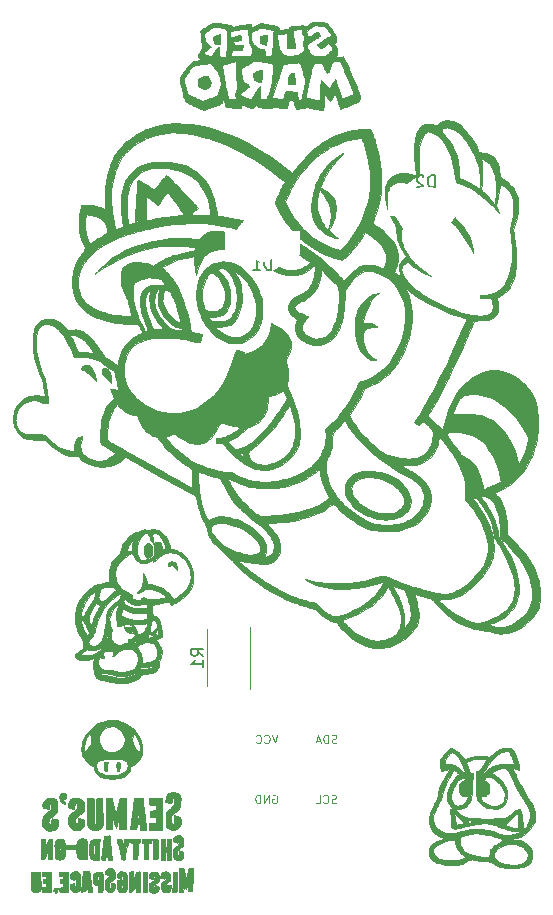
<source format=gbo>
G04 #@! TF.FileFunction,Legend,Bot*
%FSLAX46Y46*%
G04 Gerber Fmt 4.6, Leading zero omitted, Abs format (unit mm)*
G04 Created by KiCad (PCBNEW 4.0.7) date 07/19/18 08:55:47*
%MOMM*%
%LPD*%
G01*
G04 APERTURE LIST*
%ADD10C,0.100000*%
%ADD11C,0.010000*%
%ADD12C,0.120000*%
%ADD13C,0.150000*%
%ADD14R,2.400000X2.100000*%
%ADD15R,3.600000X3.100000*%
%ADD16C,2.100000*%
%ADD17O,2.100000X2.100000*%
G04 APERTURE END LIST*
D10*
D11*
G36*
X133569671Y-137578457D02*
X133636706Y-137583958D01*
X133689334Y-137593137D01*
X133710153Y-137601998D01*
X133712157Y-137629195D01*
X133700990Y-137683959D01*
X133680384Y-137755548D01*
X133654074Y-137833220D01*
X133625790Y-137906235D01*
X133599268Y-137963851D01*
X133578240Y-137995327D01*
X133572455Y-137998200D01*
X133550867Y-137985253D01*
X133507103Y-137951240D01*
X133450460Y-137903404D01*
X133448061Y-137901308D01*
X133389419Y-137844108D01*
X133349975Y-137793847D01*
X133337300Y-137762674D01*
X133351880Y-137695763D01*
X133388573Y-137633013D01*
X133436806Y-137590502D01*
X133455361Y-137583146D01*
X133503974Y-137577798D01*
X133569671Y-137578457D01*
X133569671Y-137578457D01*
G37*
X133569671Y-137578457D02*
X133636706Y-137583958D01*
X133689334Y-137593137D01*
X133710153Y-137601998D01*
X133712157Y-137629195D01*
X133700990Y-137683959D01*
X133680384Y-137755548D01*
X133654074Y-137833220D01*
X133625790Y-137906235D01*
X133599268Y-137963851D01*
X133578240Y-137995327D01*
X133572455Y-137998200D01*
X133550867Y-137985253D01*
X133507103Y-137951240D01*
X133450460Y-137903404D01*
X133448061Y-137901308D01*
X133389419Y-137844108D01*
X133349975Y-137793847D01*
X133337300Y-137762674D01*
X133351880Y-137695763D01*
X133388573Y-137633013D01*
X133436806Y-137590502D01*
X133455361Y-137583146D01*
X133503974Y-137577798D01*
X133569671Y-137578457D01*
G36*
X141948176Y-136190179D02*
X142011150Y-136197398D01*
X142059747Y-136213158D01*
X142107913Y-136240506D01*
X142114413Y-136244769D01*
X142179617Y-136295642D01*
X142225757Y-136353397D01*
X142255615Y-136425954D01*
X142271974Y-136521233D01*
X142277617Y-136647155D01*
X142277485Y-136708932D01*
X142274408Y-136810708D01*
X142268138Y-136900190D01*
X142259627Y-136966931D01*
X142251084Y-136998476D01*
X142223985Y-137029510D01*
X142170753Y-137076354D01*
X142100465Y-137131314D01*
X142057948Y-137162129D01*
X141940953Y-137250014D01*
X141858485Y-137326046D01*
X141806387Y-137395565D01*
X141780501Y-137463912D01*
X141775974Y-137524348D01*
X141783113Y-137590561D01*
X141796556Y-137643503D01*
X141801008Y-137653158D01*
X141816647Y-137672793D01*
X141831541Y-137663262D01*
X141852706Y-137619409D01*
X141855304Y-137613257D01*
X141881824Y-137542060D01*
X141908011Y-137459610D01*
X141914611Y-137436014D01*
X141934831Y-137376075D01*
X141956244Y-137335818D01*
X141965588Y-137327419D01*
X142013112Y-137326056D01*
X142080710Y-137343376D01*
X142153626Y-137373994D01*
X142217106Y-137412529D01*
X142231787Y-137424543D01*
X142298117Y-137483809D01*
X142274932Y-137623723D01*
X142249804Y-137733636D01*
X142211979Y-137812911D01*
X142153654Y-137872961D01*
X142069686Y-137923850D01*
X141938786Y-137968736D01*
X141803058Y-137976325D01*
X141672989Y-137946481D01*
X141635066Y-137929408D01*
X141568232Y-137891674D01*
X141520071Y-137852271D01*
X141487365Y-137803498D01*
X141466898Y-137737650D01*
X141455453Y-137647023D01*
X141449813Y-137523914D01*
X141448855Y-137483441D01*
X141447861Y-137377861D01*
X141449304Y-137287053D01*
X141452879Y-137219670D01*
X141458283Y-137184367D01*
X141459438Y-137182072D01*
X141482483Y-137160468D01*
X141531447Y-137120134D01*
X141598269Y-137067589D01*
X141648840Y-137028932D01*
X141759920Y-136940311D01*
X141837572Y-136866610D01*
X141885882Y-136803135D01*
X141908937Y-136745190D01*
X141911658Y-136726946D01*
X141912783Y-136628844D01*
X141897426Y-136556015D01*
X141887907Y-136537700D01*
X141868283Y-136518540D01*
X141846741Y-136532710D01*
X141835855Y-136546297D01*
X141812623Y-136589163D01*
X141786489Y-136655267D01*
X141771836Y-136700890D01*
X141756730Y-136754158D01*
X141743034Y-136786810D01*
X141722221Y-136800631D01*
X141685760Y-136797403D01*
X141625123Y-136778913D01*
X141539383Y-136749525D01*
X141433550Y-136713543D01*
X141440944Y-136577996D01*
X141454450Y-136457360D01*
X141482821Y-136367879D01*
X141530669Y-136299637D01*
X141594379Y-136248061D01*
X141645166Y-136217580D01*
X141692662Y-136199640D01*
X141751051Y-136191022D01*
X141834512Y-136188505D01*
X141856883Y-136188450D01*
X141948176Y-136190179D01*
X141948176Y-136190179D01*
G37*
X141948176Y-136190179D02*
X142011150Y-136197398D01*
X142059747Y-136213158D01*
X142107913Y-136240506D01*
X142114413Y-136244769D01*
X142179617Y-136295642D01*
X142225757Y-136353397D01*
X142255615Y-136425954D01*
X142271974Y-136521233D01*
X142277617Y-136647155D01*
X142277485Y-136708932D01*
X142274408Y-136810708D01*
X142268138Y-136900190D01*
X142259627Y-136966931D01*
X142251084Y-136998476D01*
X142223985Y-137029510D01*
X142170753Y-137076354D01*
X142100465Y-137131314D01*
X142057948Y-137162129D01*
X141940953Y-137250014D01*
X141858485Y-137326046D01*
X141806387Y-137395565D01*
X141780501Y-137463912D01*
X141775974Y-137524348D01*
X141783113Y-137590561D01*
X141796556Y-137643503D01*
X141801008Y-137653158D01*
X141816647Y-137672793D01*
X141831541Y-137663262D01*
X141852706Y-137619409D01*
X141855304Y-137613257D01*
X141881824Y-137542060D01*
X141908011Y-137459610D01*
X141914611Y-137436014D01*
X141934831Y-137376075D01*
X141956244Y-137335818D01*
X141965588Y-137327419D01*
X142013112Y-137326056D01*
X142080710Y-137343376D01*
X142153626Y-137373994D01*
X142217106Y-137412529D01*
X142231787Y-137424543D01*
X142298117Y-137483809D01*
X142274932Y-137623723D01*
X142249804Y-137733636D01*
X142211979Y-137812911D01*
X142153654Y-137872961D01*
X142069686Y-137923850D01*
X141938786Y-137968736D01*
X141803058Y-137976325D01*
X141672989Y-137946481D01*
X141635066Y-137929408D01*
X141568232Y-137891674D01*
X141520071Y-137852271D01*
X141487365Y-137803498D01*
X141466898Y-137737650D01*
X141455453Y-137647023D01*
X141449813Y-137523914D01*
X141448855Y-137483441D01*
X141447861Y-137377861D01*
X141449304Y-137287053D01*
X141452879Y-137219670D01*
X141458283Y-137184367D01*
X141459438Y-137182072D01*
X141482483Y-137160468D01*
X141531447Y-137120134D01*
X141598269Y-137067589D01*
X141648840Y-137028932D01*
X141759920Y-136940311D01*
X141837572Y-136866610D01*
X141885882Y-136803135D01*
X141908937Y-136745190D01*
X141911658Y-136726946D01*
X141912783Y-136628844D01*
X141897426Y-136556015D01*
X141887907Y-136537700D01*
X141868283Y-136518540D01*
X141846741Y-136532710D01*
X141835855Y-136546297D01*
X141812623Y-136589163D01*
X141786489Y-136655267D01*
X141771836Y-136700890D01*
X141756730Y-136754158D01*
X141743034Y-136786810D01*
X141722221Y-136800631D01*
X141685760Y-136797403D01*
X141625123Y-136778913D01*
X141539383Y-136749525D01*
X141433550Y-136713543D01*
X141440944Y-136577996D01*
X141454450Y-136457360D01*
X141482821Y-136367879D01*
X141530669Y-136299637D01*
X141594379Y-136248061D01*
X141645166Y-136217580D01*
X141692662Y-136199640D01*
X141751051Y-136191022D01*
X141834512Y-136188505D01*
X141856883Y-136188450D01*
X141948176Y-136190179D01*
G36*
X132246081Y-136479492D02*
X132250606Y-136596869D01*
X132254959Y-136744113D01*
X132258849Y-136908759D01*
X132261982Y-137078340D01*
X132264067Y-137240391D01*
X132264157Y-137250136D01*
X132265334Y-137403488D01*
X132265447Y-137520406D01*
X132264057Y-137606785D01*
X132260726Y-137668519D01*
X132255015Y-137711503D01*
X132246486Y-137741633D01*
X132234701Y-137764801D01*
X132224811Y-137779303D01*
X132145797Y-137854302D01*
X132039895Y-137905568D01*
X131916844Y-137930593D01*
X131786382Y-137926866D01*
X131713109Y-137911110D01*
X131630373Y-137869598D01*
X131550715Y-137800143D01*
X131486897Y-137716012D01*
X131454462Y-137642218D01*
X131448398Y-137599286D01*
X131443176Y-137522745D01*
X131438816Y-137418677D01*
X131435337Y-137293165D01*
X131432759Y-137152290D01*
X131431100Y-137002136D01*
X131430380Y-136848783D01*
X131430620Y-136698315D01*
X131431837Y-136556813D01*
X131434052Y-136430361D01*
X131437284Y-136325039D01*
X131441553Y-136246930D01*
X131446877Y-136202117D01*
X131449837Y-136194196D01*
X131478620Y-136186092D01*
X131537580Y-136181683D01*
X131614657Y-136181797D01*
X131624851Y-136182165D01*
X131781550Y-136188450D01*
X131784973Y-136847807D01*
X131786598Y-137055082D01*
X131789335Y-137223204D01*
X131793522Y-137355348D01*
X131799501Y-137454690D01*
X131807609Y-137524402D01*
X131818187Y-137567661D01*
X131831575Y-137587639D01*
X131848111Y-137587511D01*
X131862886Y-137576030D01*
X131870943Y-137552023D01*
X131877483Y-137496283D01*
X131882600Y-137406630D01*
X131886388Y-137280884D01*
X131888941Y-137116867D01*
X131890219Y-136944049D01*
X131891040Y-136783672D01*
X131891943Y-136633539D01*
X131892881Y-136499899D01*
X131893805Y-136389006D01*
X131894668Y-136307109D01*
X131895421Y-136260461D01*
X131895511Y-136257242D01*
X131897967Y-136177867D01*
X132232232Y-136177867D01*
X132246081Y-136479492D01*
X132246081Y-136479492D01*
G37*
X132246081Y-136479492D02*
X132250606Y-136596869D01*
X132254959Y-136744113D01*
X132258849Y-136908759D01*
X132261982Y-137078340D01*
X132264067Y-137240391D01*
X132264157Y-137250136D01*
X132265334Y-137403488D01*
X132265447Y-137520406D01*
X132264057Y-137606785D01*
X132260726Y-137668519D01*
X132255015Y-137711503D01*
X132246486Y-137741633D01*
X132234701Y-137764801D01*
X132224811Y-137779303D01*
X132145797Y-137854302D01*
X132039895Y-137905568D01*
X131916844Y-137930593D01*
X131786382Y-137926866D01*
X131713109Y-137911110D01*
X131630373Y-137869598D01*
X131550715Y-137800143D01*
X131486897Y-137716012D01*
X131454462Y-137642218D01*
X131448398Y-137599286D01*
X131443176Y-137522745D01*
X131438816Y-137418677D01*
X131435337Y-137293165D01*
X131432759Y-137152290D01*
X131431100Y-137002136D01*
X131430380Y-136848783D01*
X131430620Y-136698315D01*
X131431837Y-136556813D01*
X131434052Y-136430361D01*
X131437284Y-136325039D01*
X131441553Y-136246930D01*
X131446877Y-136202117D01*
X131449837Y-136194196D01*
X131478620Y-136186092D01*
X131537580Y-136181683D01*
X131614657Y-136181797D01*
X131624851Y-136182165D01*
X131781550Y-136188450D01*
X131784973Y-136847807D01*
X131786598Y-137055082D01*
X131789335Y-137223204D01*
X131793522Y-137355348D01*
X131799501Y-137454690D01*
X131807609Y-137524402D01*
X131818187Y-137567661D01*
X131831575Y-137587639D01*
X131848111Y-137587511D01*
X131862886Y-137576030D01*
X131870943Y-137552023D01*
X131877483Y-137496283D01*
X131882600Y-137406630D01*
X131886388Y-137280884D01*
X131888941Y-137116867D01*
X131890219Y-136944049D01*
X131891040Y-136783672D01*
X131891943Y-136633539D01*
X131892881Y-136499899D01*
X131893805Y-136389006D01*
X131894668Y-136307109D01*
X131895421Y-136260461D01*
X131895511Y-136257242D01*
X131897967Y-136177867D01*
X132232232Y-136177867D01*
X132246081Y-136479492D01*
G36*
X135278638Y-136157471D02*
X135288190Y-136159440D01*
X135407689Y-136204821D01*
X135504148Y-136285277D01*
X135566020Y-136376321D01*
X135580093Y-136404379D01*
X135591015Y-136433238D01*
X135599185Y-136468424D01*
X135605001Y-136515467D01*
X135608860Y-136579895D01*
X135611162Y-136667235D01*
X135612305Y-136783018D01*
X135612687Y-136932770D01*
X135612717Y-137024533D01*
X135612110Y-137177504D01*
X135610403Y-137319083D01*
X135607761Y-137442970D01*
X135604351Y-137542864D01*
X135600341Y-137612468D01*
X135596304Y-137644192D01*
X135564803Y-137707784D01*
X135509182Y-137779786D01*
X135441693Y-137846946D01*
X135374588Y-137896009D01*
X135354105Y-137906186D01*
X135254392Y-137930025D01*
X135140032Y-137930209D01*
X135031034Y-137907391D01*
X134998883Y-137894571D01*
X134891192Y-137824803D01*
X134813820Y-137731812D01*
X134778723Y-137648950D01*
X134768468Y-137592270D01*
X134761133Y-137515247D01*
X134756899Y-137428825D01*
X134755952Y-137343950D01*
X134758473Y-137271567D01*
X134764647Y-137222620D01*
X134771342Y-137208101D01*
X134798952Y-137201493D01*
X134856629Y-137192996D01*
X134932261Y-137184377D01*
X134937637Y-137183842D01*
X135088057Y-137169014D01*
X135115233Y-137404952D01*
X135127951Y-137500652D01*
X135140936Y-137572867D01*
X135152808Y-137615022D01*
X135160928Y-137622372D01*
X135184793Y-137577511D01*
X135205421Y-137498802D01*
X135221746Y-137394676D01*
X135232700Y-137273563D01*
X135237216Y-137143892D01*
X135235279Y-137035117D01*
X135227514Y-136908658D01*
X135216375Y-136791651D01*
X135202892Y-136690576D01*
X135188098Y-136611911D01*
X135173023Y-136562135D01*
X135158699Y-136547727D01*
X135157767Y-136548201D01*
X135145746Y-136573226D01*
X135133669Y-136624956D01*
X135129768Y-136649718D01*
X135116727Y-136721747D01*
X135100124Y-136785512D01*
X135095994Y-136797390D01*
X135074830Y-136853053D01*
X134941607Y-136808830D01*
X134868987Y-136782987D01*
X134810884Y-136759167D01*
X134781925Y-136743812D01*
X134765601Y-136709206D01*
X134757317Y-136645818D01*
X134757250Y-136566461D01*
X134765575Y-136483951D01*
X134777565Y-136427232D01*
X134828860Y-136314865D01*
X134909956Y-136228904D01*
X135015511Y-136172151D01*
X135140185Y-136147407D01*
X135278638Y-136157471D01*
X135278638Y-136157471D01*
G37*
X135278638Y-136157471D02*
X135288190Y-136159440D01*
X135407689Y-136204821D01*
X135504148Y-136285277D01*
X135566020Y-136376321D01*
X135580093Y-136404379D01*
X135591015Y-136433238D01*
X135599185Y-136468424D01*
X135605001Y-136515467D01*
X135608860Y-136579895D01*
X135611162Y-136667235D01*
X135612305Y-136783018D01*
X135612687Y-136932770D01*
X135612717Y-137024533D01*
X135612110Y-137177504D01*
X135610403Y-137319083D01*
X135607761Y-137442970D01*
X135604351Y-137542864D01*
X135600341Y-137612468D01*
X135596304Y-137644192D01*
X135564803Y-137707784D01*
X135509182Y-137779786D01*
X135441693Y-137846946D01*
X135374588Y-137896009D01*
X135354105Y-137906186D01*
X135254392Y-137930025D01*
X135140032Y-137930209D01*
X135031034Y-137907391D01*
X134998883Y-137894571D01*
X134891192Y-137824803D01*
X134813820Y-137731812D01*
X134778723Y-137648950D01*
X134768468Y-137592270D01*
X134761133Y-137515247D01*
X134756899Y-137428825D01*
X134755952Y-137343950D01*
X134758473Y-137271567D01*
X134764647Y-137222620D01*
X134771342Y-137208101D01*
X134798952Y-137201493D01*
X134856629Y-137192996D01*
X134932261Y-137184377D01*
X134937637Y-137183842D01*
X135088057Y-137169014D01*
X135115233Y-137404952D01*
X135127951Y-137500652D01*
X135140936Y-137572867D01*
X135152808Y-137615022D01*
X135160928Y-137622372D01*
X135184793Y-137577511D01*
X135205421Y-137498802D01*
X135221746Y-137394676D01*
X135232700Y-137273563D01*
X135237216Y-137143892D01*
X135235279Y-137035117D01*
X135227514Y-136908658D01*
X135216375Y-136791651D01*
X135202892Y-136690576D01*
X135188098Y-136611911D01*
X135173023Y-136562135D01*
X135158699Y-136547727D01*
X135157767Y-136548201D01*
X135145746Y-136573226D01*
X135133669Y-136624956D01*
X135129768Y-136649718D01*
X135116727Y-136721747D01*
X135100124Y-136785512D01*
X135095994Y-136797390D01*
X135074830Y-136853053D01*
X134941607Y-136808830D01*
X134868987Y-136782987D01*
X134810884Y-136759167D01*
X134781925Y-136743812D01*
X134765601Y-136709206D01*
X134757317Y-136645818D01*
X134757250Y-136566461D01*
X134765575Y-136483951D01*
X134777565Y-136427232D01*
X134828860Y-136314865D01*
X134909956Y-136228904D01*
X135015511Y-136172151D01*
X135140185Y-136147407D01*
X135278638Y-136157471D01*
G36*
X139272216Y-136169272D02*
X139379989Y-136225719D01*
X139472416Y-136320870D01*
X139532617Y-136418529D01*
X139552493Y-136480627D01*
X139568354Y-136577224D01*
X139580209Y-136700677D01*
X139588064Y-136843343D01*
X139591929Y-136997580D01*
X139591810Y-137155746D01*
X139587717Y-137310196D01*
X139579656Y-137453289D01*
X139567637Y-137577382D01*
X139551666Y-137674832D01*
X139531752Y-137737995D01*
X139531241Y-137738998D01*
X139491247Y-137793065D01*
X139432585Y-137847940D01*
X139407799Y-137865998D01*
X139315227Y-137907668D01*
X139201876Y-137930261D01*
X139083469Y-137932905D01*
X138975728Y-137914731D01*
X138921712Y-137892914D01*
X138838684Y-137832375D01*
X138781447Y-137751205D01*
X138744864Y-137641141D01*
X138735978Y-137594196D01*
X138722100Y-137471260D01*
X138715114Y-137327358D01*
X138715310Y-137181318D01*
X138722977Y-137051970D01*
X138727094Y-137016904D01*
X138740554Y-136918700D01*
X138959927Y-136918700D01*
X139050518Y-136920341D01*
X139122902Y-136924775D01*
X139168281Y-136931270D01*
X139179300Y-136936977D01*
X139175614Y-136966737D01*
X139166169Y-137023166D01*
X139158360Y-137065670D01*
X139136436Y-137194402D01*
X139119706Y-137318968D01*
X139108924Y-137430835D01*
X139104842Y-137521472D01*
X139108216Y-137582347D01*
X139111532Y-137595695D01*
X139130447Y-137646827D01*
X139170749Y-137585337D01*
X139185109Y-137558628D01*
X139196201Y-137523830D01*
X139204736Y-137474629D01*
X139211427Y-137404713D01*
X139216988Y-137307770D01*
X139222131Y-137177487D01*
X139224359Y-137110641D01*
X139228629Y-136954084D01*
X139229924Y-136833252D01*
X139228035Y-136741629D01*
X139222754Y-136672696D01*
X139213872Y-136619936D01*
X139207934Y-136597311D01*
X139187183Y-136536885D01*
X139167715Y-136495382D01*
X139159941Y-136485900D01*
X139147263Y-136499035D01*
X139131413Y-136544281D01*
X139115774Y-136611928D01*
X139115438Y-136613699D01*
X139098527Y-136685724D01*
X139079709Y-136739387D01*
X139063544Y-136762625D01*
X139024120Y-136761480D01*
X138961779Y-136743604D01*
X138889631Y-136714497D01*
X138820783Y-136679662D01*
X138768345Y-136644600D01*
X138756872Y-136633914D01*
X138727086Y-136594830D01*
X138717021Y-136552661D01*
X138722488Y-136488970D01*
X138723067Y-136485071D01*
X138759374Y-136377832D01*
X138829382Y-136284561D01*
X138925170Y-136211492D01*
X139038815Y-136164863D01*
X139147837Y-136150652D01*
X139272216Y-136169272D01*
X139272216Y-136169272D01*
G37*
X139272216Y-136169272D02*
X139379989Y-136225719D01*
X139472416Y-136320870D01*
X139532617Y-136418529D01*
X139552493Y-136480627D01*
X139568354Y-136577224D01*
X139580209Y-136700677D01*
X139588064Y-136843343D01*
X139591929Y-136997580D01*
X139591810Y-137155746D01*
X139587717Y-137310196D01*
X139579656Y-137453289D01*
X139567637Y-137577382D01*
X139551666Y-137674832D01*
X139531752Y-137737995D01*
X139531241Y-137738998D01*
X139491247Y-137793065D01*
X139432585Y-137847940D01*
X139407799Y-137865998D01*
X139315227Y-137907668D01*
X139201876Y-137930261D01*
X139083469Y-137932905D01*
X138975728Y-137914731D01*
X138921712Y-137892914D01*
X138838684Y-137832375D01*
X138781447Y-137751205D01*
X138744864Y-137641141D01*
X138735978Y-137594196D01*
X138722100Y-137471260D01*
X138715114Y-137327358D01*
X138715310Y-137181318D01*
X138722977Y-137051970D01*
X138727094Y-137016904D01*
X138740554Y-136918700D01*
X138959927Y-136918700D01*
X139050518Y-136920341D01*
X139122902Y-136924775D01*
X139168281Y-136931270D01*
X139179300Y-136936977D01*
X139175614Y-136966737D01*
X139166169Y-137023166D01*
X139158360Y-137065670D01*
X139136436Y-137194402D01*
X139119706Y-137318968D01*
X139108924Y-137430835D01*
X139104842Y-137521472D01*
X139108216Y-137582347D01*
X139111532Y-137595695D01*
X139130447Y-137646827D01*
X139170749Y-137585337D01*
X139185109Y-137558628D01*
X139196201Y-137523830D01*
X139204736Y-137474629D01*
X139211427Y-137404713D01*
X139216988Y-137307770D01*
X139222131Y-137177487D01*
X139224359Y-137110641D01*
X139228629Y-136954084D01*
X139229924Y-136833252D01*
X139228035Y-136741629D01*
X139222754Y-136672696D01*
X139213872Y-136619936D01*
X139207934Y-136597311D01*
X139187183Y-136536885D01*
X139167715Y-136495382D01*
X139159941Y-136485900D01*
X139147263Y-136499035D01*
X139131413Y-136544281D01*
X139115774Y-136611928D01*
X139115438Y-136613699D01*
X139098527Y-136685724D01*
X139079709Y-136739387D01*
X139063544Y-136762625D01*
X139024120Y-136761480D01*
X138961779Y-136743604D01*
X138889631Y-136714497D01*
X138820783Y-136679662D01*
X138768345Y-136644600D01*
X138756872Y-136633914D01*
X138727086Y-136594830D01*
X138717021Y-136552661D01*
X138722488Y-136488970D01*
X138723067Y-136485071D01*
X138759374Y-136377832D01*
X138829382Y-136284561D01*
X138925170Y-136211492D01*
X139038815Y-136164863D01*
X139147837Y-136150652D01*
X139272216Y-136169272D01*
G36*
X142984728Y-136174434D02*
X143094222Y-136224515D01*
X143176823Y-136306725D01*
X143232029Y-136420382D01*
X143259339Y-136564804D01*
X143259927Y-136716346D01*
X143251548Y-136802222D01*
X143235220Y-136870152D01*
X143205341Y-136928737D01*
X143156310Y-136986577D01*
X143082526Y-137052274D01*
X142997013Y-137120061D01*
X142900977Y-137196828D01*
X142836134Y-137257357D01*
X142798573Y-137309069D01*
X142784382Y-137359385D01*
X142789649Y-137415726D01*
X142808054Y-137478487D01*
X142831916Y-137541354D01*
X142852878Y-137584008D01*
X142863984Y-137596033D01*
X142876875Y-137577196D01*
X142892472Y-137529233D01*
X142907789Y-137464968D01*
X142919843Y-137397226D01*
X142925649Y-137338829D01*
X142925800Y-137330408D01*
X142926659Y-137301300D01*
X142935032Y-137285506D01*
X142959609Y-137281423D01*
X143009083Y-137287449D01*
X143085954Y-137300880D01*
X143178099Y-137317726D01*
X143236384Y-137332022D01*
X143268560Y-137349007D01*
X143282376Y-137373917D01*
X143285585Y-137411991D01*
X143285633Y-137435821D01*
X143278335Y-137551725D01*
X143258384Y-137660239D01*
X143228698Y-137749452D01*
X143195428Y-137804099D01*
X143104424Y-137873901D01*
X142990722Y-137917389D01*
X142866367Y-137932433D01*
X142743407Y-137916906D01*
X142681507Y-137894914D01*
X142580840Y-137829468D01*
X142507750Y-137736070D01*
X142461261Y-137612714D01*
X142440396Y-137457395D01*
X142438967Y-137396554D01*
X142441733Y-137300528D01*
X142453243Y-137223667D01*
X142478314Y-137158645D01*
X142521763Y-137098139D01*
X142588409Y-137034825D01*
X142683068Y-136961378D01*
X142762937Y-136904001D01*
X142840126Y-136848085D01*
X142887936Y-136808674D01*
X142912374Y-136779036D01*
X142919446Y-136752438D01*
X142917119Y-136731203D01*
X142905841Y-136671299D01*
X142893307Y-136601072D01*
X142892374Y-136595674D01*
X142879758Y-136541818D01*
X142865864Y-136509165D01*
X142863042Y-136506408D01*
X142849479Y-136519775D01*
X142829349Y-136564161D01*
X142808505Y-136625266D01*
X142784498Y-136693656D01*
X142760696Y-136743877D01*
X142744272Y-136763497D01*
X142712810Y-136762410D01*
X142653311Y-136750530D01*
X142577933Y-136730348D01*
X142568374Y-136727479D01*
X142417800Y-136681743D01*
X142417800Y-136570717D01*
X142437047Y-136442141D01*
X142491417Y-136331745D01*
X142575851Y-136244382D01*
X142685292Y-136184906D01*
X142814682Y-136158168D01*
X142848842Y-136157165D01*
X142984728Y-136174434D01*
X142984728Y-136174434D01*
G37*
X142984728Y-136174434D02*
X143094222Y-136224515D01*
X143176823Y-136306725D01*
X143232029Y-136420382D01*
X143259339Y-136564804D01*
X143259927Y-136716346D01*
X143251548Y-136802222D01*
X143235220Y-136870152D01*
X143205341Y-136928737D01*
X143156310Y-136986577D01*
X143082526Y-137052274D01*
X142997013Y-137120061D01*
X142900977Y-137196828D01*
X142836134Y-137257357D01*
X142798573Y-137309069D01*
X142784382Y-137359385D01*
X142789649Y-137415726D01*
X142808054Y-137478487D01*
X142831916Y-137541354D01*
X142852878Y-137584008D01*
X142863984Y-137596033D01*
X142876875Y-137577196D01*
X142892472Y-137529233D01*
X142907789Y-137464968D01*
X142919843Y-137397226D01*
X142925649Y-137338829D01*
X142925800Y-137330408D01*
X142926659Y-137301300D01*
X142935032Y-137285506D01*
X142959609Y-137281423D01*
X143009083Y-137287449D01*
X143085954Y-137300880D01*
X143178099Y-137317726D01*
X143236384Y-137332022D01*
X143268560Y-137349007D01*
X143282376Y-137373917D01*
X143285585Y-137411991D01*
X143285633Y-137435821D01*
X143278335Y-137551725D01*
X143258384Y-137660239D01*
X143228698Y-137749452D01*
X143195428Y-137804099D01*
X143104424Y-137873901D01*
X142990722Y-137917389D01*
X142866367Y-137932433D01*
X142743407Y-137916906D01*
X142681507Y-137894914D01*
X142580840Y-137829468D01*
X142507750Y-137736070D01*
X142461261Y-137612714D01*
X142440396Y-137457395D01*
X142438967Y-137396554D01*
X142441733Y-137300528D01*
X142453243Y-137223667D01*
X142478314Y-137158645D01*
X142521763Y-137098139D01*
X142588409Y-137034825D01*
X142683068Y-136961378D01*
X142762937Y-136904001D01*
X142840126Y-136848085D01*
X142887936Y-136808674D01*
X142912374Y-136779036D01*
X142919446Y-136752438D01*
X142917119Y-136731203D01*
X142905841Y-136671299D01*
X142893307Y-136601072D01*
X142892374Y-136595674D01*
X142879758Y-136541818D01*
X142865864Y-136509165D01*
X142863042Y-136506408D01*
X142849479Y-136519775D01*
X142829349Y-136564161D01*
X142808505Y-136625266D01*
X142784498Y-136693656D01*
X142760696Y-136743877D01*
X142744272Y-136763497D01*
X142712810Y-136762410D01*
X142653311Y-136750530D01*
X142577933Y-136730348D01*
X142568374Y-136727479D01*
X142417800Y-136681743D01*
X142417800Y-136570717D01*
X142437047Y-136442141D01*
X142491417Y-136331745D01*
X142575851Y-136244382D01*
X142685292Y-136184906D01*
X142814682Y-136158168D01*
X142848842Y-136157165D01*
X142984728Y-136174434D01*
G36*
X136424340Y-136437158D02*
X136439620Y-136536486D01*
X136457793Y-136659768D01*
X136478039Y-136800929D01*
X136499536Y-136953891D01*
X136521464Y-137112579D01*
X136543001Y-137270917D01*
X136563327Y-137422829D01*
X136581621Y-137562239D01*
X136597062Y-137683070D01*
X136608828Y-137779247D01*
X136616100Y-137844694D01*
X136618133Y-137871464D01*
X136615994Y-137893563D01*
X136603881Y-137905709D01*
X136573245Y-137909299D01*
X136515541Y-137905731D01*
X136448800Y-137899140D01*
X136368794Y-137889669D01*
X136318539Y-137875360D01*
X136288243Y-137847096D01*
X136268110Y-137795758D01*
X136248428Y-137712588D01*
X136229743Y-137632429D01*
X136214410Y-137585087D01*
X136197142Y-137561940D01*
X136172653Y-137554362D01*
X136151023Y-137553700D01*
X136107192Y-137559027D01*
X136090915Y-137583950D01*
X136088967Y-137617880D01*
X136076657Y-137708350D01*
X136043357Y-137781438D01*
X135994504Y-137827224D01*
X135969221Y-137836217D01*
X135846076Y-137856815D01*
X135756242Y-137865072D01*
X135702179Y-137860898D01*
X135686145Y-137846728D01*
X135688475Y-137820049D01*
X135695398Y-137756030D01*
X135706370Y-137659350D01*
X135720847Y-137534688D01*
X135738283Y-137386725D01*
X135758134Y-137220139D01*
X135775692Y-137074200D01*
X136133863Y-137074200D01*
X136140529Y-137160466D01*
X136154758Y-137227753D01*
X136171924Y-137253594D01*
X136193471Y-137238850D01*
X136212569Y-137203454D01*
X136225443Y-137150725D01*
X136232737Y-137071145D01*
X136234287Y-136979847D01*
X136229927Y-136891966D01*
X136219492Y-136822635D01*
X136216827Y-136812867D01*
X136200740Y-136759950D01*
X136175675Y-136821978D01*
X136143868Y-136940707D01*
X136133863Y-137074200D01*
X135775692Y-137074200D01*
X135779854Y-137039611D01*
X135786162Y-136987492D01*
X135886835Y-136156700D01*
X136379772Y-136156700D01*
X136424340Y-136437158D01*
X136424340Y-136437158D01*
G37*
X136424340Y-136437158D02*
X136439620Y-136536486D01*
X136457793Y-136659768D01*
X136478039Y-136800929D01*
X136499536Y-136953891D01*
X136521464Y-137112579D01*
X136543001Y-137270917D01*
X136563327Y-137422829D01*
X136581621Y-137562239D01*
X136597062Y-137683070D01*
X136608828Y-137779247D01*
X136616100Y-137844694D01*
X136618133Y-137871464D01*
X136615994Y-137893563D01*
X136603881Y-137905709D01*
X136573245Y-137909299D01*
X136515541Y-137905731D01*
X136448800Y-137899140D01*
X136368794Y-137889669D01*
X136318539Y-137875360D01*
X136288243Y-137847096D01*
X136268110Y-137795758D01*
X136248428Y-137712588D01*
X136229743Y-137632429D01*
X136214410Y-137585087D01*
X136197142Y-137561940D01*
X136172653Y-137554362D01*
X136151023Y-137553700D01*
X136107192Y-137559027D01*
X136090915Y-137583950D01*
X136088967Y-137617880D01*
X136076657Y-137708350D01*
X136043357Y-137781438D01*
X135994504Y-137827224D01*
X135969221Y-137836217D01*
X135846076Y-137856815D01*
X135756242Y-137865072D01*
X135702179Y-137860898D01*
X135686145Y-137846728D01*
X135688475Y-137820049D01*
X135695398Y-137756030D01*
X135706370Y-137659350D01*
X135720847Y-137534688D01*
X135738283Y-137386725D01*
X135758134Y-137220139D01*
X135775692Y-137074200D01*
X136133863Y-137074200D01*
X136140529Y-137160466D01*
X136154758Y-137227753D01*
X136171924Y-137253594D01*
X136193471Y-137238850D01*
X136212569Y-137203454D01*
X136225443Y-137150725D01*
X136232737Y-137071145D01*
X136234287Y-136979847D01*
X136229927Y-136891966D01*
X136219492Y-136822635D01*
X136216827Y-136812867D01*
X136200740Y-136759950D01*
X136175675Y-136821978D01*
X136143868Y-136940707D01*
X136133863Y-137074200D01*
X135775692Y-137074200D01*
X135779854Y-137039611D01*
X135786162Y-136987492D01*
X135886835Y-136156700D01*
X136379772Y-136156700D01*
X136424340Y-136437158D01*
G36*
X137518389Y-136574742D02*
X137521703Y-136683620D01*
X137523602Y-136813193D01*
X137524199Y-136957293D01*
X137523606Y-137109752D01*
X137521936Y-137264401D01*
X137519301Y-137415074D01*
X137515814Y-137555602D01*
X137511587Y-137679816D01*
X137506733Y-137781550D01*
X137501364Y-137854636D01*
X137495593Y-137892904D01*
X137494289Y-137896024D01*
X137469459Y-137904235D01*
X137413239Y-137910382D01*
X137336564Y-137913395D01*
X137315384Y-137913533D01*
X137147300Y-137913533D01*
X137147300Y-137345069D01*
X137032087Y-137319286D01*
X136891752Y-137274413D01*
X136785008Y-137210859D01*
X136715594Y-137131687D01*
X136697872Y-137096198D01*
X136685857Y-137055574D01*
X136678527Y-137001151D01*
X136674859Y-136924259D01*
X136673833Y-136816233D01*
X136673883Y-136777874D01*
X136674322Y-136706443D01*
X137041467Y-136706443D01*
X137043575Y-136796786D01*
X137051605Y-136857380D01*
X137068110Y-136900677D01*
X137087039Y-136928593D01*
X137115935Y-136959507D01*
X137137533Y-136965525D01*
X137153549Y-136942871D01*
X137165701Y-136887768D01*
X137175705Y-136796436D01*
X137181534Y-136720639D01*
X137187685Y-136626689D01*
X137189394Y-136567125D01*
X137185538Y-136534129D01*
X137174990Y-136519884D01*
X137156625Y-136516572D01*
X137152155Y-136516533D01*
X137099445Y-136520135D01*
X137066695Y-136536278D01*
X137049241Y-136572965D01*
X137042417Y-136638201D01*
X137041467Y-136706443D01*
X136674322Y-136706443D01*
X136674589Y-136663116D01*
X136676979Y-136581470D01*
X136682566Y-136523714D01*
X136692862Y-136480627D01*
X136709382Y-136442987D01*
X136733638Y-136401573D01*
X136736352Y-136397185D01*
X136790230Y-136322428D01*
X136850305Y-136268382D01*
X136924240Y-136232054D01*
X137019697Y-136210450D01*
X137144341Y-136200578D01*
X137243604Y-136199033D01*
X137502583Y-136199033D01*
X137518389Y-136574742D01*
X137518389Y-136574742D01*
G37*
X137518389Y-136574742D02*
X137521703Y-136683620D01*
X137523602Y-136813193D01*
X137524199Y-136957293D01*
X137523606Y-137109752D01*
X137521936Y-137264401D01*
X137519301Y-137415074D01*
X137515814Y-137555602D01*
X137511587Y-137679816D01*
X137506733Y-137781550D01*
X137501364Y-137854636D01*
X137495593Y-137892904D01*
X137494289Y-137896024D01*
X137469459Y-137904235D01*
X137413239Y-137910382D01*
X137336564Y-137913395D01*
X137315384Y-137913533D01*
X137147300Y-137913533D01*
X137147300Y-137345069D01*
X137032087Y-137319286D01*
X136891752Y-137274413D01*
X136785008Y-137210859D01*
X136715594Y-137131687D01*
X136697872Y-137096198D01*
X136685857Y-137055574D01*
X136678527Y-137001151D01*
X136674859Y-136924259D01*
X136673833Y-136816233D01*
X136673883Y-136777874D01*
X136674322Y-136706443D01*
X137041467Y-136706443D01*
X137043575Y-136796786D01*
X137051605Y-136857380D01*
X137068110Y-136900677D01*
X137087039Y-136928593D01*
X137115935Y-136959507D01*
X137137533Y-136965525D01*
X137153549Y-136942871D01*
X137165701Y-136887768D01*
X137175705Y-136796436D01*
X137181534Y-136720639D01*
X137187685Y-136626689D01*
X137189394Y-136567125D01*
X137185538Y-136534129D01*
X137174990Y-136519884D01*
X137156625Y-136516572D01*
X137152155Y-136516533D01*
X137099445Y-136520135D01*
X137066695Y-136536278D01*
X137049241Y-136572965D01*
X137042417Y-136638201D01*
X137041467Y-136706443D01*
X136674322Y-136706443D01*
X136674589Y-136663116D01*
X136676979Y-136581470D01*
X136682566Y-136523714D01*
X136692862Y-136480627D01*
X136709382Y-136442987D01*
X136733638Y-136401573D01*
X136736352Y-136397185D01*
X136790230Y-136322428D01*
X136850305Y-136268382D01*
X136924240Y-136232054D01*
X137019697Y-136210450D01*
X137144341Y-136200578D01*
X137243604Y-136199033D01*
X137502583Y-136199033D01*
X137518389Y-136574742D01*
G36*
X140100050Y-136950450D02*
X140203633Y-136654117D01*
X140255361Y-136505878D01*
X140295643Y-136392541D01*
X140327570Y-136309250D01*
X140354234Y-136251148D01*
X140378727Y-136213379D01*
X140404141Y-136191087D01*
X140433569Y-136179414D01*
X140470101Y-136173505D01*
X140512499Y-136169000D01*
X140583318Y-136163231D01*
X140636241Y-136163084D01*
X140657846Y-136167691D01*
X140661006Y-136191155D01*
X140664286Y-136252370D01*
X140667573Y-136346754D01*
X140670754Y-136469726D01*
X140673714Y-136616703D01*
X140676341Y-136783103D01*
X140678521Y-136964345D01*
X140679119Y-137026244D01*
X140686795Y-137871200D01*
X140343467Y-137871200D01*
X140342823Y-137537825D01*
X140342248Y-137405457D01*
X140339903Y-137314211D01*
X140333965Y-137262877D01*
X140322612Y-137250243D01*
X140304025Y-137275099D01*
X140276380Y-137336235D01*
X140237858Y-137432438D01*
X140226767Y-137460672D01*
X140161207Y-137614654D01*
X140099049Y-137734775D01*
X140041855Y-137818316D01*
X139998524Y-137858398D01*
X139947768Y-137881372D01*
X139885599Y-137898403D01*
X139827806Y-137906418D01*
X139790184Y-137902346D01*
X139786328Y-137899672D01*
X139783185Y-137876035D01*
X139780279Y-137814655D01*
X139777688Y-137720124D01*
X139775488Y-137597033D01*
X139773756Y-137449973D01*
X139772569Y-137283535D01*
X139772003Y-137102310D01*
X139771967Y-137041648D01*
X139771967Y-136197985D01*
X139826261Y-136177343D01*
X139880482Y-136164847D01*
X139953612Y-136157510D01*
X139984544Y-136156700D01*
X140088532Y-136156700D01*
X140100050Y-136950450D01*
X140100050Y-136950450D01*
G37*
X140100050Y-136950450D02*
X140203633Y-136654117D01*
X140255361Y-136505878D01*
X140295643Y-136392541D01*
X140327570Y-136309250D01*
X140354234Y-136251148D01*
X140378727Y-136213379D01*
X140404141Y-136191087D01*
X140433569Y-136179414D01*
X140470101Y-136173505D01*
X140512499Y-136169000D01*
X140583318Y-136163231D01*
X140636241Y-136163084D01*
X140657846Y-136167691D01*
X140661006Y-136191155D01*
X140664286Y-136252370D01*
X140667573Y-136346754D01*
X140670754Y-136469726D01*
X140673714Y-136616703D01*
X140676341Y-136783103D01*
X140678521Y-136964345D01*
X140679119Y-137026244D01*
X140686795Y-137871200D01*
X140343467Y-137871200D01*
X140342823Y-137537825D01*
X140342248Y-137405457D01*
X140339903Y-137314211D01*
X140333965Y-137262877D01*
X140322612Y-137250243D01*
X140304025Y-137275099D01*
X140276380Y-137336235D01*
X140237858Y-137432438D01*
X140226767Y-137460672D01*
X140161207Y-137614654D01*
X140099049Y-137734775D01*
X140041855Y-137818316D01*
X139998524Y-137858398D01*
X139947768Y-137881372D01*
X139885599Y-137898403D01*
X139827806Y-137906418D01*
X139790184Y-137902346D01*
X139786328Y-137899672D01*
X139783185Y-137876035D01*
X139780279Y-137814655D01*
X139777688Y-137720124D01*
X139775488Y-137597033D01*
X139773756Y-137449973D01*
X139772569Y-137283535D01*
X139772003Y-137102310D01*
X139771967Y-137041648D01*
X139771967Y-136197985D01*
X139826261Y-136177343D01*
X139880482Y-136164847D01*
X139953612Y-136157510D01*
X139984544Y-136156700D01*
X140088532Y-136156700D01*
X140100050Y-136950450D01*
G36*
X141248579Y-137050992D02*
X141254108Y-137913533D01*
X141083873Y-137913533D01*
X140985012Y-137910575D01*
X140925581Y-137901454D01*
X140903468Y-137887032D01*
X140901366Y-137860641D01*
X140899686Y-137796619D01*
X140898454Y-137699668D01*
X140897696Y-137574490D01*
X140897437Y-137425785D01*
X140897702Y-137258255D01*
X140898516Y-137076601D01*
X140898841Y-137024490D01*
X140904383Y-136188450D01*
X141243050Y-136188450D01*
X141248579Y-137050992D01*
X141248579Y-137050992D01*
G37*
X141248579Y-137050992D02*
X141254108Y-137913533D01*
X141083873Y-137913533D01*
X140985012Y-137910575D01*
X140925581Y-137901454D01*
X140903468Y-137887032D01*
X140901366Y-137860641D01*
X140899686Y-137796619D01*
X140898454Y-137699668D01*
X140897696Y-137574490D01*
X140897437Y-137425785D01*
X140897702Y-137258255D01*
X140898516Y-137076601D01*
X140898841Y-137024490D01*
X140904383Y-136188450D01*
X141243050Y-136188450D01*
X141248579Y-137050992D01*
G36*
X143800197Y-136834033D02*
X143798689Y-137007927D01*
X143796419Y-137179327D01*
X143793548Y-137340531D01*
X143790236Y-137483837D01*
X143786642Y-137601542D01*
X143782927Y-137685946D01*
X143782285Y-137696575D01*
X143768393Y-137913533D01*
X143433800Y-137913533D01*
X143436286Y-137262658D01*
X143437374Y-137088518D01*
X143439222Y-136917258D01*
X143441691Y-136756456D01*
X143444642Y-136613691D01*
X143447934Y-136496541D01*
X143451429Y-136412587D01*
X143452161Y-136400117D01*
X143465550Y-136188450D01*
X143804217Y-136188450D01*
X143800197Y-136834033D01*
X143800197Y-136834033D01*
G37*
X143800197Y-136834033D02*
X143798689Y-137007927D01*
X143796419Y-137179327D01*
X143793548Y-137340531D01*
X143790236Y-137483837D01*
X143786642Y-137601542D01*
X143782927Y-137685946D01*
X143782285Y-137696575D01*
X143768393Y-137913533D01*
X143433800Y-137913533D01*
X143436286Y-137262658D01*
X143437374Y-137088518D01*
X143439222Y-136917258D01*
X143441691Y-136756456D01*
X143444642Y-136613691D01*
X143447934Y-136496541D01*
X143451429Y-136412587D01*
X143452161Y-136400117D01*
X143465550Y-136188450D01*
X143804217Y-136188450D01*
X143800197Y-136834033D01*
G36*
X138259633Y-135877971D02*
X138373541Y-135929787D01*
X138462050Y-136015102D01*
X138523713Y-136132736D01*
X138544426Y-136205099D01*
X138573532Y-136355657D01*
X138585069Y-136479640D01*
X138576015Y-136584523D01*
X138543346Y-136677782D01*
X138484036Y-136766891D01*
X138395064Y-136859327D01*
X138273406Y-136962565D01*
X138221508Y-137003438D01*
X138099800Y-137098059D01*
X138099800Y-137553700D01*
X138152717Y-137553700D01*
X138176731Y-137552412D01*
X138192093Y-137543395D01*
X138200738Y-137518919D01*
X138204595Y-137471257D01*
X138205598Y-137392680D01*
X138205633Y-137342033D01*
X138207794Y-137236884D01*
X138214032Y-137165893D01*
X138223984Y-137132530D01*
X138227913Y-137130367D01*
X138258478Y-137134804D01*
X138317735Y-137146468D01*
X138393166Y-137162887D01*
X138397246Y-137163813D01*
X138544300Y-137197260D01*
X138544182Y-137370188D01*
X138535377Y-137530996D01*
X138507864Y-137657287D01*
X138459624Y-137753451D01*
X138388638Y-137823874D01*
X138317438Y-137863223D01*
X138239322Y-137883051D01*
X138140910Y-137889774D01*
X138042322Y-137882887D01*
X137989550Y-137871445D01*
X137883011Y-137818258D01*
X137796456Y-137732947D01*
X137754313Y-137661484D01*
X137734674Y-137609497D01*
X137720720Y-137548962D01*
X137711138Y-137470483D01*
X137704614Y-137364663D01*
X137701645Y-137284923D01*
X137699799Y-137138492D01*
X137706818Y-137025597D01*
X137725755Y-136937841D01*
X137759667Y-136866826D01*
X137811608Y-136804156D01*
X137884633Y-136741433D01*
X137905033Y-136725890D01*
X138013152Y-136641764D01*
X138089731Y-136574309D01*
X138139561Y-136518468D01*
X138167436Y-136469183D01*
X138175684Y-136440296D01*
X138177216Y-136392029D01*
X138169664Y-136329052D01*
X138155805Y-136262183D01*
X138138411Y-136202240D01*
X138120260Y-136160040D01*
X138104124Y-136146402D01*
X138100856Y-136148586D01*
X138088544Y-136177946D01*
X138073531Y-136236033D01*
X138060463Y-136302573D01*
X138047058Y-136373685D01*
X138034746Y-136426487D01*
X138026750Y-136448471D01*
X137998905Y-136452026D01*
X137944247Y-136444649D01*
X137875888Y-136429483D01*
X137806940Y-136409671D01*
X137750516Y-136388354D01*
X137729870Y-136377322D01*
X137693343Y-136343164D01*
X137678962Y-136297506D01*
X137686016Y-136231542D01*
X137711075Y-136144595D01*
X137769574Y-136023957D01*
X137854102Y-135936622D01*
X137964904Y-135882419D01*
X138102228Y-135861179D01*
X138121773Y-135860831D01*
X138259633Y-135877971D01*
X138259633Y-135877971D01*
G37*
X138259633Y-135877971D02*
X138373541Y-135929787D01*
X138462050Y-136015102D01*
X138523713Y-136132736D01*
X138544426Y-136205099D01*
X138573532Y-136355657D01*
X138585069Y-136479640D01*
X138576015Y-136584523D01*
X138543346Y-136677782D01*
X138484036Y-136766891D01*
X138395064Y-136859327D01*
X138273406Y-136962565D01*
X138221508Y-137003438D01*
X138099800Y-137098059D01*
X138099800Y-137553700D01*
X138152717Y-137553700D01*
X138176731Y-137552412D01*
X138192093Y-137543395D01*
X138200738Y-137518919D01*
X138204595Y-137471257D01*
X138205598Y-137392680D01*
X138205633Y-137342033D01*
X138207794Y-137236884D01*
X138214032Y-137165893D01*
X138223984Y-137132530D01*
X138227913Y-137130367D01*
X138258478Y-137134804D01*
X138317735Y-137146468D01*
X138393166Y-137162887D01*
X138397246Y-137163813D01*
X138544300Y-137197260D01*
X138544182Y-137370188D01*
X138535377Y-137530996D01*
X138507864Y-137657287D01*
X138459624Y-137753451D01*
X138388638Y-137823874D01*
X138317438Y-137863223D01*
X138239322Y-137883051D01*
X138140910Y-137889774D01*
X138042322Y-137882887D01*
X137989550Y-137871445D01*
X137883011Y-137818258D01*
X137796456Y-137732947D01*
X137754313Y-137661484D01*
X137734674Y-137609497D01*
X137720720Y-137548962D01*
X137711138Y-137470483D01*
X137704614Y-137364663D01*
X137701645Y-137284923D01*
X137699799Y-137138492D01*
X137706818Y-137025597D01*
X137725755Y-136937841D01*
X137759667Y-136866826D01*
X137811608Y-136804156D01*
X137884633Y-136741433D01*
X137905033Y-136725890D01*
X138013152Y-136641764D01*
X138089731Y-136574309D01*
X138139561Y-136518468D01*
X138167436Y-136469183D01*
X138175684Y-136440296D01*
X138177216Y-136392029D01*
X138169664Y-136329052D01*
X138155805Y-136262183D01*
X138138411Y-136202240D01*
X138120260Y-136160040D01*
X138104124Y-136146402D01*
X138100856Y-136148586D01*
X138088544Y-136177946D01*
X138073531Y-136236033D01*
X138060463Y-136302573D01*
X138047058Y-136373685D01*
X138034746Y-136426487D01*
X138026750Y-136448471D01*
X137998905Y-136452026D01*
X137944247Y-136444649D01*
X137875888Y-136429483D01*
X137806940Y-136409671D01*
X137750516Y-136388354D01*
X137729870Y-136377322D01*
X137693343Y-136343164D01*
X137678962Y-136297506D01*
X137686016Y-136231542D01*
X137711075Y-136144595D01*
X137769574Y-136023957D01*
X137854102Y-135936622D01*
X137964904Y-135882419D01*
X138102228Y-135861179D01*
X138121773Y-135860831D01*
X138259633Y-135877971D01*
G36*
X133139498Y-136466963D02*
X133135579Y-136571489D01*
X133132090Y-136708273D01*
X133129195Y-136867242D01*
X133127059Y-137038322D01*
X133125848Y-137211440D01*
X133125633Y-137313630D01*
X133125633Y-137871200D01*
X132427133Y-137871200D01*
X132427133Y-137511367D01*
X132765800Y-137511367D01*
X132765800Y-137172700D01*
X132448300Y-137172700D01*
X132448300Y-136812867D01*
X132765800Y-136812867D01*
X132765800Y-136537700D01*
X132427133Y-136537700D01*
X132427133Y-136177867D01*
X133153363Y-136177867D01*
X133139498Y-136466963D01*
X133139498Y-136466963D01*
G37*
X133139498Y-136466963D02*
X133135579Y-136571489D01*
X133132090Y-136708273D01*
X133129195Y-136867242D01*
X133127059Y-137038322D01*
X133125848Y-137211440D01*
X133125633Y-137313630D01*
X133125633Y-137871200D01*
X132427133Y-137871200D01*
X132427133Y-137511367D01*
X132765800Y-137511367D01*
X132765800Y-137172700D01*
X132448300Y-137172700D01*
X132448300Y-136812867D01*
X132765800Y-136812867D01*
X132765800Y-136537700D01*
X132427133Y-136537700D01*
X132427133Y-136177867D01*
X133153363Y-136177867D01*
X133139498Y-136466963D01*
G36*
X134572944Y-136593041D02*
X134578238Y-136753165D01*
X134581070Y-136938616D01*
X134581379Y-137132455D01*
X134579107Y-137317743D01*
X134575907Y-137434416D01*
X134560309Y-137871200D01*
X134212724Y-137871200D01*
X134077493Y-137870457D01*
X133979384Y-137867951D01*
X133913207Y-137863271D01*
X133873773Y-137856001D01*
X133855891Y-137845730D01*
X133854179Y-137842641D01*
X133849514Y-137808038D01*
X133847864Y-137744928D01*
X133849552Y-137668016D01*
X133855883Y-137521950D01*
X134205133Y-137509654D01*
X134205133Y-137172700D01*
X133887633Y-137172700D01*
X133887633Y-136812867D01*
X134205133Y-136812867D01*
X134205133Y-136537700D01*
X133843588Y-136537700D01*
X133849735Y-136363075D01*
X133855883Y-136188450D01*
X134554383Y-136188450D01*
X134572944Y-136593041D01*
X134572944Y-136593041D01*
G37*
X134572944Y-136593041D02*
X134578238Y-136753165D01*
X134581070Y-136938616D01*
X134581379Y-137132455D01*
X134579107Y-137317743D01*
X134575907Y-137434416D01*
X134560309Y-137871200D01*
X134212724Y-137871200D01*
X134077493Y-137870457D01*
X133979384Y-137867951D01*
X133913207Y-137863271D01*
X133873773Y-137856001D01*
X133855891Y-137845730D01*
X133854179Y-137842641D01*
X133849514Y-137808038D01*
X133847864Y-137744928D01*
X133849552Y-137668016D01*
X133855883Y-137521950D01*
X134205133Y-137509654D01*
X134205133Y-137172700D01*
X133887633Y-137172700D01*
X133887633Y-136812867D01*
X134205133Y-136812867D01*
X134205133Y-136537700D01*
X133843588Y-136537700D01*
X133849735Y-136363075D01*
X133855883Y-136188450D01*
X134554383Y-136188450D01*
X134572944Y-136593041D01*
G36*
X144383926Y-135982075D02*
X144395188Y-136029028D01*
X144413401Y-136108621D01*
X144436601Y-136212112D01*
X144462823Y-136330756D01*
X144482608Y-136421283D01*
X144508947Y-136539604D01*
X144533211Y-136643441D01*
X144553658Y-136725739D01*
X144568548Y-136779444D01*
X144575383Y-136797191D01*
X144584934Y-136783916D01*
X144600869Y-136736254D01*
X144621139Y-136661300D01*
X144643692Y-136566151D01*
X144648761Y-136543191D01*
X144675920Y-136419335D01*
X144704683Y-136289412D01*
X144731370Y-136169982D01*
X144749942Y-136087908D01*
X144792259Y-135902700D01*
X145153913Y-135902700D01*
X145140142Y-136669992D01*
X145136545Y-136855983D01*
X145132560Y-137037006D01*
X145128365Y-137206612D01*
X145124138Y-137358356D01*
X145120055Y-137485789D01*
X145116293Y-137582465D01*
X145113651Y-137633075D01*
X145100932Y-137828867D01*
X144747157Y-137828867D01*
X144741353Y-137474325D01*
X144735550Y-137119783D01*
X144666923Y-137382438D01*
X144640210Y-137482188D01*
X144616415Y-137566458D01*
X144597929Y-137627100D01*
X144587140Y-137655967D01*
X144586397Y-137656991D01*
X144569714Y-137655967D01*
X144548420Y-137621312D01*
X144521128Y-137550174D01*
X144495748Y-137470703D01*
X144465255Y-137370433D01*
X144431720Y-137260233D01*
X144411511Y-137193867D01*
X144369601Y-137056283D01*
X144367367Y-137463742D01*
X144365133Y-137871200D01*
X144026467Y-137871200D01*
X144026467Y-135902700D01*
X144363501Y-135902700D01*
X144383926Y-135982075D01*
X144383926Y-135982075D01*
G37*
X144383926Y-135982075D02*
X144395188Y-136029028D01*
X144413401Y-136108621D01*
X144436601Y-136212112D01*
X144462823Y-136330756D01*
X144482608Y-136421283D01*
X144508947Y-136539604D01*
X144533211Y-136643441D01*
X144553658Y-136725739D01*
X144568548Y-136779444D01*
X144575383Y-136797191D01*
X144584934Y-136783916D01*
X144600869Y-136736254D01*
X144621139Y-136661300D01*
X144643692Y-136566151D01*
X144648761Y-136543191D01*
X144675920Y-136419335D01*
X144704683Y-136289412D01*
X144731370Y-136169982D01*
X144749942Y-136087908D01*
X144792259Y-135902700D01*
X145153913Y-135902700D01*
X145140142Y-136669992D01*
X145136545Y-136855983D01*
X145132560Y-137037006D01*
X145128365Y-137206612D01*
X145124138Y-137358356D01*
X145120055Y-137485789D01*
X145116293Y-137582465D01*
X145113651Y-137633075D01*
X145100932Y-137828867D01*
X144747157Y-137828867D01*
X144741353Y-137474325D01*
X144735550Y-137119783D01*
X144666923Y-137382438D01*
X144640210Y-137482188D01*
X144616415Y-137566458D01*
X144597929Y-137627100D01*
X144587140Y-137655967D01*
X144586397Y-137656991D01*
X144569714Y-137655967D01*
X144548420Y-137621312D01*
X144521128Y-137550174D01*
X144495748Y-137470703D01*
X144465255Y-137370433D01*
X144431720Y-137260233D01*
X144411511Y-137193867D01*
X144369601Y-137056283D01*
X144367367Y-137463742D01*
X144365133Y-137871200D01*
X144026467Y-137871200D01*
X144026467Y-135902700D01*
X144363501Y-135902700D01*
X144383926Y-135982075D01*
G36*
X171794965Y-125684612D02*
X171889147Y-125698141D01*
X171974021Y-125715405D01*
X172061381Y-125739493D01*
X172124792Y-125767948D01*
X172182269Y-125810733D01*
X172232380Y-125858280D01*
X172349445Y-125999524D01*
X172456276Y-126178378D01*
X172551544Y-126391069D01*
X172633921Y-126633821D01*
X172702077Y-126902858D01*
X172754685Y-127194407D01*
X172782825Y-127422435D01*
X172797386Y-127567587D01*
X172725885Y-127553273D01*
X172678239Y-127541405D01*
X172602425Y-127520068D01*
X172510395Y-127492894D01*
X172414099Y-127463516D01*
X172325489Y-127435567D01*
X172256516Y-127412680D01*
X172224409Y-127400835D01*
X172220998Y-127412929D01*
X172234675Y-127454915D01*
X172262685Y-127519287D01*
X172283782Y-127562666D01*
X172316911Y-127630429D01*
X172363934Y-127729219D01*
X172421320Y-127851482D01*
X172485538Y-127989666D01*
X172553057Y-128136217D01*
X172603934Y-128247505D01*
X172714862Y-128488548D01*
X172813718Y-128697269D01*
X172904256Y-128880607D01*
X172990228Y-129045505D01*
X173075390Y-129198903D01*
X173163493Y-129347742D01*
X173258291Y-129498964D01*
X173363538Y-129659509D01*
X173384117Y-129690283D01*
X173471723Y-129822434D01*
X173560201Y-129958532D01*
X173643686Y-130089364D01*
X173716310Y-130205712D01*
X173772203Y-130298363D01*
X173781700Y-130314700D01*
X173932693Y-130601938D01*
X174045088Y-130873814D01*
X174118756Y-131132638D01*
X174153569Y-131380719D01*
X174149397Y-131620366D01*
X174106112Y-131853888D01*
X174023586Y-132083595D01*
X173901689Y-132311795D01*
X173740292Y-132540799D01*
X173651502Y-132648495D01*
X173462127Y-132845885D01*
X173265543Y-133005303D01*
X173056350Y-133131074D01*
X173035383Y-133141547D01*
X172892921Y-133205771D01*
X172746486Y-133259156D01*
X172587579Y-133303935D01*
X172407699Y-133342341D01*
X172198348Y-133376605D01*
X172076924Y-133393279D01*
X171953406Y-133409831D01*
X171844935Y-133425230D01*
X171758270Y-133438448D01*
X171700172Y-133448452D01*
X171677437Y-133454174D01*
X171682942Y-133466753D01*
X171723546Y-133475512D01*
X171792161Y-133480198D01*
X171881705Y-133480556D01*
X171985091Y-133476335D01*
X172081900Y-133468630D01*
X172351858Y-133458864D01*
X172610737Y-133482345D01*
X172855253Y-133537160D01*
X173082122Y-133621399D01*
X173288061Y-133733149D01*
X173469787Y-133870499D01*
X173624016Y-134031537D01*
X173747466Y-134214350D01*
X173836853Y-134417028D01*
X173862963Y-134505700D01*
X173887137Y-134663371D01*
X173885336Y-134831378D01*
X173859958Y-135000977D01*
X173813398Y-135163426D01*
X173748053Y-135309982D01*
X173666322Y-135431903D01*
X173588224Y-135507769D01*
X173451520Y-135597101D01*
X173289270Y-135679141D01*
X173118251Y-135745741D01*
X173063121Y-135762834D01*
X172970236Y-135785579D01*
X172851216Y-135808828D01*
X172717079Y-135831035D01*
X172578844Y-135850650D01*
X172447528Y-135866128D01*
X172334148Y-135875920D01*
X172249722Y-135878480D01*
X172241633Y-135878209D01*
X172193781Y-135875964D01*
X172113665Y-135872066D01*
X172011301Y-135867006D01*
X171896704Y-135861279D01*
X171860633Y-135859464D01*
X171675164Y-135847837D01*
X171520676Y-135832459D01*
X171385863Y-135811621D01*
X171259422Y-135783614D01*
X171144355Y-135751144D01*
X170997461Y-135696486D01*
X170839055Y-135621505D01*
X170687667Y-135535701D01*
X170576651Y-135460071D01*
X170517511Y-135415611D01*
X170467881Y-135381870D01*
X170420557Y-135357141D01*
X170368333Y-135339711D01*
X170304001Y-135327874D01*
X170220357Y-135319917D01*
X170110194Y-135314132D01*
X169966306Y-135308809D01*
X169934467Y-135307705D01*
X169777327Y-135301645D01*
X169651306Y-135294814D01*
X169545192Y-135285887D01*
X169447775Y-135273540D01*
X169347844Y-135256448D01*
X169234187Y-135233286D01*
X169151300Y-135215162D01*
X168993958Y-135181220D01*
X168868213Y-135158623D01*
X168764661Y-135148857D01*
X168673892Y-135153411D01*
X168586501Y-135173774D01*
X168493080Y-135211433D01*
X168384223Y-135267877D01*
X168250523Y-135344594D01*
X168219967Y-135362506D01*
X168078665Y-135439510D01*
X167942212Y-135499866D01*
X167802159Y-135545613D01*
X167650056Y-135578789D01*
X167477455Y-135601434D01*
X167275906Y-135615586D01*
X167151050Y-135620446D01*
X166830654Y-135619217D01*
X166524790Y-135596159D01*
X166239101Y-135552194D01*
X165979233Y-135488242D01*
X165750829Y-135405224D01*
X165705654Y-135384631D01*
X165526108Y-135277589D01*
X165377681Y-135143395D01*
X165262387Y-134985441D01*
X165182242Y-134807120D01*
X165139261Y-134611823D01*
X165134112Y-134422779D01*
X165136391Y-134406125D01*
X165471339Y-134406125D01*
X165479868Y-134474342D01*
X165485377Y-134501779D01*
X165538157Y-134652705D01*
X165628578Y-134791292D01*
X165752774Y-134913511D01*
X165906877Y-135015335D01*
X166034749Y-135073977D01*
X166129082Y-135109144D01*
X166214366Y-135137251D01*
X166296963Y-135159034D01*
X166383235Y-135175225D01*
X166479546Y-135186559D01*
X166592257Y-135193769D01*
X166727731Y-135197592D01*
X166892329Y-135198759D01*
X167092416Y-135198005D01*
X167108717Y-135197894D01*
X167722550Y-135193617D01*
X167848875Y-135134466D01*
X167937773Y-135087310D01*
X168033334Y-135028318D01*
X168090903Y-134987958D01*
X168206605Y-134900602D01*
X168155664Y-134867193D01*
X168039737Y-134782479D01*
X167916035Y-134677794D01*
X167801170Y-134567770D01*
X167738804Y-134499962D01*
X167639869Y-134366840D01*
X167550198Y-134212225D01*
X167474292Y-134046862D01*
X167416653Y-133881500D01*
X167381780Y-133726885D01*
X167373289Y-133627283D01*
X167370564Y-133563657D01*
X167365752Y-133546998D01*
X167737735Y-133546998D01*
X167744116Y-133698306D01*
X167769657Y-133852594D01*
X167812243Y-133993708D01*
X167835276Y-134046329D01*
X167933734Y-134204482D01*
X168066371Y-134354658D01*
X168225042Y-134489728D01*
X168401603Y-134602565D01*
X168550303Y-134672054D01*
X168918130Y-134793499D01*
X169301309Y-134876449D01*
X169696138Y-134920211D01*
X169916362Y-134927324D01*
X170268674Y-134929033D01*
X170275992Y-134707796D01*
X170614698Y-134707796D01*
X170622245Y-134815638D01*
X170665770Y-134929360D01*
X170688045Y-134969325D01*
X170779573Y-135108031D01*
X170873074Y-135215387D01*
X170978860Y-135301547D01*
X171095736Y-135370739D01*
X171219626Y-135427909D01*
X171353758Y-135474414D01*
X171505706Y-135512057D01*
X171683041Y-135542641D01*
X171893335Y-135567970D01*
X171945560Y-135573090D01*
X172193315Y-135590950D01*
X172407254Y-135593965D01*
X172593258Y-135581989D01*
X172757212Y-135554876D01*
X172766889Y-135552669D01*
X172924891Y-135502566D01*
X173074302Y-135429942D01*
X173210309Y-135339522D01*
X173328099Y-135236029D01*
X173422859Y-135124191D01*
X173489777Y-135008731D01*
X173524040Y-134894374D01*
X173524930Y-134808470D01*
X173507218Y-134723077D01*
X173475323Y-134635288D01*
X173425416Y-134537290D01*
X173353667Y-134421270D01*
X173287182Y-134323406D01*
X173230865Y-134244603D01*
X173180810Y-134182349D01*
X173130223Y-134132338D01*
X173072308Y-134090264D01*
X173000271Y-134051817D01*
X172907317Y-134012693D01*
X172786652Y-133968582D01*
X172656798Y-133923806D01*
X172397093Y-133856878D01*
X172134784Y-133830926D01*
X171873527Y-133845061D01*
X171616981Y-133898390D01*
X171368804Y-133990025D01*
X171132654Y-134119073D01*
X170912188Y-134284644D01*
X170818415Y-134371476D01*
X170711735Y-134490523D01*
X170644179Y-134601027D01*
X170614698Y-134707796D01*
X170275992Y-134707796D01*
X170276901Y-134680325D01*
X170283406Y-134549836D01*
X170295894Y-134450217D01*
X170318684Y-134370034D01*
X170356094Y-134297857D01*
X170412441Y-134222253D01*
X170478444Y-134146764D01*
X170543502Y-134078934D01*
X170612337Y-134016791D01*
X170691523Y-133955686D01*
X170787634Y-133890965D01*
X170907244Y-133817978D01*
X171056925Y-133732072D01*
X171093342Y-133711650D01*
X171196779Y-133653119D01*
X171268545Y-133610028D01*
X171314324Y-133577900D01*
X171339798Y-133552259D01*
X171350654Y-133528630D01*
X171352633Y-133507456D01*
X171344320Y-133464078D01*
X171312624Y-133430699D01*
X171269838Y-133405988D01*
X171150955Y-133349408D01*
X171024068Y-133297694D01*
X170883737Y-133249281D01*
X170724524Y-133202607D01*
X170540991Y-133156110D01*
X170327699Y-133108227D01*
X170079210Y-133057395D01*
X170008340Y-133043537D01*
X169724436Y-132993380D01*
X169471102Y-132960064D01*
X169240066Y-132943596D01*
X169023054Y-132943982D01*
X168811794Y-132961230D01*
X168598014Y-132995348D01*
X168378717Y-133044999D01*
X168201781Y-133092386D01*
X168062012Y-133136192D01*
X167954721Y-133179187D01*
X167875219Y-133224139D01*
X167818818Y-133273819D01*
X167780830Y-133330994D01*
X167756566Y-133398436D01*
X167752627Y-133414823D01*
X167737735Y-133546998D01*
X167365752Y-133546998D01*
X167358679Y-133522517D01*
X167330346Y-133499877D01*
X167278279Y-133491752D01*
X167195189Y-133494157D01*
X167137339Y-133498243D01*
X166856511Y-133529875D01*
X166603103Y-133581995D01*
X166365807Y-133657993D01*
X166133318Y-133761260D01*
X165976300Y-133846415D01*
X165810960Y-133948902D01*
X165682975Y-134044455D01*
X165588642Y-134136454D01*
X165524258Y-134228279D01*
X165499665Y-134281512D01*
X165477460Y-134349209D01*
X165471339Y-134406125D01*
X165136391Y-134406125D01*
X165155399Y-134267234D01*
X165202076Y-134130584D01*
X165278054Y-134006758D01*
X165387242Y-133889687D01*
X165533551Y-133773300D01*
X165567751Y-133749475D01*
X165823940Y-133593106D01*
X166089479Y-133466349D01*
X166354399Y-133373774D01*
X166431383Y-133353563D01*
X166426947Y-133344874D01*
X166391123Y-133328891D01*
X166367883Y-133320802D01*
X166252998Y-133277282D01*
X166119830Y-133217578D01*
X165984798Y-133149749D01*
X165864323Y-133081854D01*
X165808609Y-133046315D01*
X165610126Y-132887670D01*
X165446666Y-132705631D01*
X165318785Y-132501382D01*
X165227039Y-132276105D01*
X165171983Y-132030985D01*
X165154172Y-131767205D01*
X165156521Y-131690277D01*
X165497150Y-131690277D01*
X165518344Y-131900344D01*
X165580627Y-132101279D01*
X165684104Y-132293823D01*
X165732883Y-132363129D01*
X165893746Y-132542816D01*
X166082474Y-132691539D01*
X166295982Y-132807212D01*
X166495626Y-132878269D01*
X166583399Y-132900083D01*
X166667799Y-132913944D01*
X166762398Y-132921248D01*
X166880770Y-132923395D01*
X166931551Y-132923177D01*
X167042283Y-132921390D01*
X167139693Y-132917150D01*
X167231301Y-132909190D01*
X167324625Y-132896241D01*
X167427186Y-132877035D01*
X167546503Y-132850305D01*
X167690095Y-132814781D01*
X167865482Y-132769196D01*
X167902467Y-132759439D01*
X168104965Y-132706755D01*
X168274982Y-132664901D01*
X168420617Y-132632654D01*
X168549967Y-132608790D01*
X168671134Y-132592086D01*
X168792215Y-132581317D01*
X168921310Y-132575259D01*
X169066517Y-132572690D01*
X169140717Y-132572342D01*
X169346074Y-132574017D01*
X169525198Y-132580811D01*
X169692162Y-132594087D01*
X169861044Y-132615210D01*
X170045918Y-132645542D01*
X170204920Y-132675425D01*
X170361467Y-132707066D01*
X170489528Y-132736171D01*
X170602461Y-132766609D01*
X170713625Y-132802246D01*
X170836381Y-132846950D01*
X170950467Y-132891272D01*
X171133373Y-132959240D01*
X171292784Y-133007643D01*
X171441406Y-133038859D01*
X171591947Y-133055265D01*
X171757113Y-133059238D01*
X171839467Y-133057607D01*
X171997029Y-133050034D01*
X172128585Y-133036543D01*
X172250285Y-133015089D01*
X172336883Y-132994591D01*
X172594781Y-132909975D01*
X172836642Y-132794492D01*
X173058280Y-132651689D01*
X173255507Y-132485113D01*
X173424136Y-132298312D01*
X173559978Y-132094831D01*
X173658847Y-131878219D01*
X173660540Y-131873432D01*
X173714927Y-131676299D01*
X173733680Y-131490926D01*
X173717657Y-131307616D01*
X173712831Y-131282273D01*
X173678079Y-131132177D01*
X173634409Y-130986660D01*
X173579132Y-130840077D01*
X173509557Y-130686782D01*
X173422996Y-130521131D01*
X173316757Y-130337478D01*
X173188152Y-130130178D01*
X173095219Y-129986096D01*
X172965806Y-129786343D01*
X172855904Y-129612850D01*
X172760786Y-129457167D01*
X172675727Y-129310845D01*
X172595999Y-129165436D01*
X172516877Y-129012490D01*
X172433635Y-128843557D01*
X172341546Y-128650190D01*
X172308156Y-128579033D01*
X172187058Y-128323273D01*
X172080243Y-128104423D01*
X171986320Y-127920065D01*
X171903900Y-127767784D01*
X171831592Y-127645164D01*
X171768008Y-127549789D01*
X171711758Y-127479241D01*
X171661450Y-127431106D01*
X171638654Y-127415034D01*
X171589792Y-127389103D01*
X171542416Y-127377847D01*
X171479730Y-127378713D01*
X171431529Y-127383558D01*
X171252369Y-127415942D01*
X171055537Y-127471817D01*
X170854626Y-127546131D01*
X170663228Y-127633834D01*
X170494936Y-127729874D01*
X170488749Y-127733902D01*
X170381049Y-127804408D01*
X170567547Y-127902917D01*
X170713728Y-127983413D01*
X170833448Y-128058016D01*
X170939798Y-128135920D01*
X171045873Y-128226319D01*
X171101948Y-128278182D01*
X171261917Y-128444101D01*
X171397783Y-128620013D01*
X171519016Y-128818915D01*
X171575740Y-128928283D01*
X171667352Y-129131974D01*
X171729304Y-129315273D01*
X171763545Y-129485947D01*
X171772024Y-129651765D01*
X171769824Y-129701896D01*
X171739822Y-129941420D01*
X171681257Y-130154543D01*
X171591727Y-130348146D01*
X171491111Y-130500359D01*
X171382281Y-130624583D01*
X171264473Y-130716190D01*
X171124599Y-130784693D01*
X171075711Y-130802387D01*
X171016253Y-130821012D01*
X170961448Y-130833273D01*
X170901130Y-130839992D01*
X170825132Y-130841991D01*
X170723288Y-130840094D01*
X170643550Y-130837353D01*
X170436984Y-130823389D01*
X170241256Y-130798161D01*
X170065744Y-130763291D01*
X169919826Y-130720402D01*
X169881550Y-130705515D01*
X169773171Y-130648514D01*
X169655862Y-130568018D01*
X169544596Y-130475473D01*
X169454347Y-130382323D01*
X169447048Y-130373407D01*
X169343485Y-130220321D01*
X169256969Y-130045298D01*
X169196294Y-129866945D01*
X169185235Y-129819436D01*
X169174704Y-129751636D01*
X169474475Y-129751636D01*
X169476762Y-129774917D01*
X169492218Y-129826905D01*
X169517027Y-129897534D01*
X169547369Y-129976736D01*
X169579426Y-130054444D01*
X169609381Y-130120590D01*
X169627818Y-130155950D01*
X169723619Y-130279680D01*
X169858416Y-130387777D01*
X170031775Y-130480015D01*
X170243261Y-130556167D01*
X170492440Y-130616004D01*
X170516550Y-130620554D01*
X170676170Y-130641572D01*
X170813343Y-130638781D01*
X170941621Y-130610643D01*
X171070229Y-130557749D01*
X171230418Y-130457744D01*
X171363215Y-130329971D01*
X171464503Y-130179665D01*
X171530170Y-130012059D01*
X171542818Y-129956529D01*
X171563412Y-129768097D01*
X171551471Y-129582161D01*
X171505725Y-129391341D01*
X171424905Y-129188258D01*
X171402687Y-129142003D01*
X171278343Y-128929373D01*
X171123857Y-128729336D01*
X170945854Y-128547983D01*
X170750955Y-128391409D01*
X170545784Y-128265706D01*
X170363625Y-128186038D01*
X170239250Y-128148831D01*
X170141715Y-128137621D01*
X170063048Y-128154314D01*
X169995278Y-128200817D01*
X169930431Y-128279039D01*
X169921702Y-128291782D01*
X169850417Y-128397635D01*
X170027208Y-128567709D01*
X170105832Y-128644950D01*
X170159229Y-128702967D01*
X170193797Y-128750674D01*
X170215938Y-128796985D01*
X170232050Y-128850814D01*
X170232896Y-128854200D01*
X170247721Y-128937375D01*
X170257870Y-129039452D01*
X170261026Y-129129367D01*
X170243039Y-129315712D01*
X170191204Y-129477404D01*
X170105834Y-129613798D01*
X169987242Y-129724250D01*
X169965110Y-129739534D01*
X169885539Y-129783365D01*
X169807648Y-129803543D01*
X169718711Y-129801309D01*
X169606003Y-129777907D01*
X169596784Y-129775478D01*
X169532889Y-129759884D01*
X169488088Y-129751604D01*
X169474475Y-129751636D01*
X169174704Y-129751636D01*
X169172805Y-129739415D01*
X169161265Y-129627225D01*
X169150728Y-129488273D01*
X169141307Y-129327962D01*
X169133115Y-129151698D01*
X169126265Y-128964886D01*
X169120870Y-128772930D01*
X169117043Y-128581237D01*
X169114896Y-128395210D01*
X169114543Y-128220254D01*
X169115279Y-128145117D01*
X169553467Y-128145117D01*
X169564050Y-128155700D01*
X169574633Y-128145117D01*
X169564050Y-128134533D01*
X169553467Y-128145117D01*
X169115279Y-128145117D01*
X169116086Y-128062893D01*
X169608015Y-128062893D01*
X169609049Y-128076640D01*
X169628144Y-128060450D01*
X169666043Y-128018479D01*
X169723696Y-127954670D01*
X169792465Y-127878582D01*
X169846859Y-127818414D01*
X170070128Y-127602859D01*
X170321868Y-127418072D01*
X170600649Y-127264853D01*
X170905038Y-127144003D01*
X171192763Y-127065108D01*
X171258706Y-127051932D01*
X171324148Y-127042785D01*
X171397242Y-127037337D01*
X171486143Y-127035260D01*
X171599004Y-127036224D01*
X171743979Y-127039900D01*
X171785430Y-127041180D01*
X171919267Y-127045995D01*
X172042109Y-127051505D01*
X172146351Y-127057284D01*
X172224391Y-127062903D01*
X172268624Y-127067936D01*
X172271289Y-127068478D01*
X172310140Y-127075306D01*
X172325391Y-127065179D01*
X172323857Y-127028066D01*
X172319201Y-126997969D01*
X172291662Y-126868008D01*
X172249143Y-126717528D01*
X172197016Y-126563127D01*
X172140658Y-126421404D01*
X172113211Y-126361790D01*
X172049812Y-126249127D01*
X171975942Y-126145132D01*
X171898333Y-126057433D01*
X171823723Y-125993654D01*
X171759809Y-125961659D01*
X171667766Y-125955241D01*
X171550923Y-125972792D01*
X171417323Y-126011574D01*
X171275010Y-126068846D01*
X171132029Y-126141869D01*
X171013967Y-126215657D01*
X170878108Y-126321815D01*
X170728407Y-126461813D01*
X170568858Y-126631100D01*
X170403453Y-126825123D01*
X170236189Y-127039331D01*
X170071057Y-127269171D01*
X170008172Y-127361950D01*
X169941828Y-127464045D01*
X169875137Y-127571213D01*
X169810605Y-127678850D01*
X169750737Y-127782350D01*
X169698039Y-127877110D01*
X169655015Y-127958523D01*
X169624173Y-128021986D01*
X169608015Y-128062893D01*
X169116086Y-128062893D01*
X169116097Y-128061775D01*
X169119671Y-127925178D01*
X169125377Y-127815867D01*
X169133329Y-127739248D01*
X169141062Y-127705908D01*
X169159608Y-127683654D01*
X169199223Y-127672247D01*
X169270099Y-127668875D01*
X169275279Y-127668867D01*
X169394729Y-127668867D01*
X169610493Y-127324908D01*
X169702932Y-127174376D01*
X169786149Y-127032698D01*
X169857541Y-126904754D01*
X169914506Y-126795426D01*
X169954443Y-126709597D01*
X169974750Y-126652148D01*
X169976800Y-126637589D01*
X169965576Y-126625111D01*
X169928428Y-126616841D01*
X169860139Y-126612186D01*
X169755493Y-126610554D01*
X169738545Y-126610533D01*
X169485835Y-126619089D01*
X169224943Y-126643546D01*
X168967159Y-126682084D01*
X168723774Y-126732885D01*
X168506081Y-126794131D01*
X168427184Y-126821723D01*
X168308472Y-126866138D01*
X168466606Y-127340041D01*
X168624740Y-127813943D01*
X168761020Y-127828537D01*
X168897300Y-127843132D01*
X168897059Y-127941207D01*
X168893525Y-128000826D01*
X168884091Y-128089921D01*
X168870208Y-128196277D01*
X168853948Y-128303867D01*
X168834676Y-128448714D01*
X168817680Y-128629006D01*
X168803507Y-128837889D01*
X168792701Y-129068510D01*
X168792407Y-129076450D01*
X168777121Y-129369196D01*
X168753552Y-129623990D01*
X168720624Y-129844595D01*
X168677264Y-130034773D01*
X168622397Y-130198287D01*
X168554947Y-130338899D01*
X168473841Y-130460374D01*
X168378004Y-130566473D01*
X168362781Y-130580842D01*
X168193464Y-130711548D01*
X168008768Y-130806794D01*
X167814022Y-130865244D01*
X167614556Y-130885566D01*
X167415700Y-130866427D01*
X167319151Y-130841947D01*
X167150821Y-130774257D01*
X167013158Y-130682299D01*
X166899677Y-130560555D01*
X166803933Y-130403592D01*
X166746004Y-130274620D01*
X166707203Y-130149960D01*
X166685214Y-130017289D01*
X166679275Y-129896101D01*
X167017384Y-129896101D01*
X167040972Y-130067652D01*
X167090871Y-130221805D01*
X167165338Y-130354001D01*
X167262629Y-130459680D01*
X167381002Y-130534284D01*
X167454168Y-130560339D01*
X167544503Y-130580886D01*
X167620515Y-130586508D01*
X167701078Y-130577018D01*
X167786894Y-130557016D01*
X167943874Y-130502202D01*
X168076951Y-130423482D01*
X168191365Y-130316102D01*
X168292355Y-130175312D01*
X168370829Y-130027363D01*
X168411834Y-129939041D01*
X168445122Y-129864694D01*
X168467036Y-129812668D01*
X168474014Y-129791830D01*
X168454674Y-129784576D01*
X168403588Y-129781027D01*
X168331234Y-129781832D01*
X168320556Y-129782303D01*
X168151153Y-129779675D01*
X168013603Y-129752605D01*
X167903891Y-129699136D01*
X167818002Y-129617312D01*
X167751944Y-129505229D01*
X167731235Y-129454895D01*
X167717106Y-129405972D01*
X167708323Y-129348698D01*
X167703649Y-129273310D01*
X167701851Y-129170047D01*
X167701646Y-129107761D01*
X167701383Y-128821572D01*
X167772872Y-128710121D01*
X167822906Y-128644868D01*
X167894145Y-128567784D01*
X167973842Y-128492327D01*
X168001582Y-128468622D01*
X168158801Y-128338574D01*
X167987657Y-128167430D01*
X167918603Y-128207346D01*
X167781023Y-128300343D01*
X167649484Y-128413712D01*
X167537698Y-128534917D01*
X167490914Y-128598399D01*
X167427484Y-128701690D01*
X167357350Y-128828980D01*
X167285015Y-128970738D01*
X167214982Y-129117429D01*
X167151751Y-129259522D01*
X167099826Y-129387482D01*
X167063709Y-129491777D01*
X167056111Y-129519044D01*
X167021850Y-129711712D01*
X167017384Y-129896101D01*
X166679275Y-129896101D01*
X166677715Y-129864282D01*
X166679681Y-129743200D01*
X166687787Y-129604789D01*
X166703621Y-129481832D01*
X166730019Y-129364307D01*
X166769816Y-129242192D01*
X166825848Y-129105466D01*
X166900951Y-128944108D01*
X166912580Y-128920147D01*
X167038241Y-128685391D01*
X167177043Y-128467722D01*
X167324179Y-128273555D01*
X167474837Y-128109303D01*
X167606470Y-127994635D01*
X167714475Y-127912283D01*
X167663773Y-127869950D01*
X167626433Y-127838918D01*
X167565859Y-127788736D01*
X167491469Y-127727200D01*
X167435897Y-127681279D01*
X167258721Y-127534941D01*
X167215469Y-127591818D01*
X167189983Y-127628338D01*
X167146766Y-127693493D01*
X167090538Y-127780031D01*
X167026021Y-127880700D01*
X166975481Y-127960406D01*
X166749543Y-128344355D01*
X166560898Y-128720785D01*
X166410302Y-129087934D01*
X166298510Y-129444041D01*
X166251120Y-129647950D01*
X166219863Y-129791271D01*
X166185577Y-129919143D01*
X166144504Y-130041507D01*
X166092888Y-130168307D01*
X166026970Y-130309488D01*
X165942995Y-130474993D01*
X165927210Y-130505200D01*
X165837340Y-130677580D01*
X165765111Y-130818536D01*
X165707812Y-130933762D01*
X165662733Y-131028954D01*
X165627164Y-131109807D01*
X165598394Y-131182017D01*
X165577625Y-131239794D01*
X165516944Y-131470341D01*
X165497150Y-131690277D01*
X165156521Y-131690277D01*
X165157483Y-131658783D01*
X165165133Y-131559128D01*
X165177513Y-131467381D01*
X165196797Y-131377055D01*
X165225158Y-131281661D01*
X165264772Y-131174713D01*
X165317812Y-131049724D01*
X165386453Y-130900206D01*
X165470804Y-130723937D01*
X165574725Y-130506817D01*
X165660899Y-130320449D01*
X165731840Y-130158416D01*
X165790063Y-130014301D01*
X165838081Y-129881685D01*
X165878408Y-129754152D01*
X165913560Y-129625283D01*
X165933806Y-129542117D01*
X166019803Y-129214627D01*
X166120701Y-128908795D01*
X166240668Y-128615217D01*
X166383870Y-128324492D01*
X166554477Y-128027219D01*
X166720090Y-127768457D01*
X166779708Y-127678353D01*
X166829866Y-127601321D01*
X166866353Y-127543923D01*
X166884958Y-127512724D01*
X166886467Y-127509165D01*
X166867870Y-127498465D01*
X166817068Y-127500647D01*
X166741539Y-127513860D01*
X166648764Y-127536248D01*
X166546222Y-127565960D01*
X166441392Y-127601143D01*
X166341755Y-127639942D01*
X166319111Y-127649734D01*
X166260323Y-127674493D01*
X166220168Y-127683126D01*
X166192413Y-127670317D01*
X166170823Y-127630747D01*
X166149164Y-127559100D01*
X166131259Y-127489516D01*
X166109023Y-127366375D01*
X166096681Y-127220839D01*
X166094436Y-127068542D01*
X166094600Y-127065617D01*
X166448186Y-127065617D01*
X166746701Y-127065617D01*
X166922450Y-127069671D01*
X167067591Y-127083911D01*
X167193258Y-127111456D01*
X167310584Y-127155423D01*
X167430700Y-127218930D01*
X167538464Y-127287357D01*
X167661471Y-127377326D01*
X167798986Y-127490566D01*
X167939709Y-127616792D01*
X168072337Y-127745717D01*
X168185570Y-127867058D01*
X168219967Y-127907581D01*
X168267234Y-127963954D01*
X168302734Y-128004047D01*
X168319391Y-128019900D01*
X168319735Y-128019858D01*
X168313670Y-127999997D01*
X168294175Y-127946458D01*
X168263404Y-127864924D01*
X168223511Y-127761076D01*
X168176651Y-127640597D01*
X168154156Y-127583209D01*
X168046862Y-127316555D01*
X167948219Y-127086536D01*
X167855558Y-126889001D01*
X167766208Y-126719792D01*
X167677499Y-126574757D01*
X167586762Y-126449741D01*
X167491325Y-126340588D01*
X167388519Y-126243146D01*
X167275674Y-126153258D01*
X167201404Y-126100793D01*
X167078400Y-126017263D01*
X166930470Y-126156812D01*
X166756083Y-126348949D01*
X166618918Y-126561244D01*
X166518943Y-126793758D01*
X166477283Y-126940899D01*
X166448186Y-127065617D01*
X166094600Y-127065617D01*
X166102491Y-126925122D01*
X166121051Y-126806212D01*
X166122297Y-126801033D01*
X166200851Y-126568628D01*
X166318725Y-126345795D01*
X166473312Y-126136249D01*
X166662005Y-125943708D01*
X166806169Y-125826100D01*
X166882483Y-125769992D01*
X166934909Y-125735517D01*
X166973252Y-125718678D01*
X167007316Y-125715478D01*
X167046908Y-125721920D01*
X167056520Y-125724052D01*
X167182613Y-125766543D01*
X167325922Y-125839785D01*
X167479184Y-125939993D01*
X167500300Y-125955424D01*
X167580913Y-126017796D01*
X167654516Y-126081714D01*
X167727645Y-126153966D01*
X167806833Y-126241343D01*
X167898615Y-126350631D01*
X167990593Y-126464796D01*
X168169452Y-126689475D01*
X168284668Y-126629517D01*
X168406391Y-126574473D01*
X168554767Y-126520076D01*
X168714328Y-126471251D01*
X168869610Y-126432919D01*
X168950217Y-126417662D01*
X169058125Y-126405407D01*
X169197608Y-126397456D01*
X169358134Y-126393729D01*
X169529171Y-126394146D01*
X169700188Y-126398629D01*
X169860654Y-126407098D01*
X170000038Y-126419473D01*
X170050883Y-126425977D01*
X170138534Y-126438830D01*
X170202385Y-126445577D01*
X170251801Y-126442832D01*
X170296144Y-126427206D01*
X170344779Y-126395313D01*
X170407070Y-126343763D01*
X170492380Y-126269170D01*
X170498097Y-126264182D01*
X170724475Y-126082754D01*
X170950184Y-125932912D01*
X171171880Y-125816256D01*
X171386222Y-125734385D01*
X171589865Y-125688898D01*
X171720021Y-125679567D01*
X171794965Y-125684612D01*
X171794965Y-125684612D01*
G37*
X171794965Y-125684612D02*
X171889147Y-125698141D01*
X171974021Y-125715405D01*
X172061381Y-125739493D01*
X172124792Y-125767948D01*
X172182269Y-125810733D01*
X172232380Y-125858280D01*
X172349445Y-125999524D01*
X172456276Y-126178378D01*
X172551544Y-126391069D01*
X172633921Y-126633821D01*
X172702077Y-126902858D01*
X172754685Y-127194407D01*
X172782825Y-127422435D01*
X172797386Y-127567587D01*
X172725885Y-127553273D01*
X172678239Y-127541405D01*
X172602425Y-127520068D01*
X172510395Y-127492894D01*
X172414099Y-127463516D01*
X172325489Y-127435567D01*
X172256516Y-127412680D01*
X172224409Y-127400835D01*
X172220998Y-127412929D01*
X172234675Y-127454915D01*
X172262685Y-127519287D01*
X172283782Y-127562666D01*
X172316911Y-127630429D01*
X172363934Y-127729219D01*
X172421320Y-127851482D01*
X172485538Y-127989666D01*
X172553057Y-128136217D01*
X172603934Y-128247505D01*
X172714862Y-128488548D01*
X172813718Y-128697269D01*
X172904256Y-128880607D01*
X172990228Y-129045505D01*
X173075390Y-129198903D01*
X173163493Y-129347742D01*
X173258291Y-129498964D01*
X173363538Y-129659509D01*
X173384117Y-129690283D01*
X173471723Y-129822434D01*
X173560201Y-129958532D01*
X173643686Y-130089364D01*
X173716310Y-130205712D01*
X173772203Y-130298363D01*
X173781700Y-130314700D01*
X173932693Y-130601938D01*
X174045088Y-130873814D01*
X174118756Y-131132638D01*
X174153569Y-131380719D01*
X174149397Y-131620366D01*
X174106112Y-131853888D01*
X174023586Y-132083595D01*
X173901689Y-132311795D01*
X173740292Y-132540799D01*
X173651502Y-132648495D01*
X173462127Y-132845885D01*
X173265543Y-133005303D01*
X173056350Y-133131074D01*
X173035383Y-133141547D01*
X172892921Y-133205771D01*
X172746486Y-133259156D01*
X172587579Y-133303935D01*
X172407699Y-133342341D01*
X172198348Y-133376605D01*
X172076924Y-133393279D01*
X171953406Y-133409831D01*
X171844935Y-133425230D01*
X171758270Y-133438448D01*
X171700172Y-133448452D01*
X171677437Y-133454174D01*
X171682942Y-133466753D01*
X171723546Y-133475512D01*
X171792161Y-133480198D01*
X171881705Y-133480556D01*
X171985091Y-133476335D01*
X172081900Y-133468630D01*
X172351858Y-133458864D01*
X172610737Y-133482345D01*
X172855253Y-133537160D01*
X173082122Y-133621399D01*
X173288061Y-133733149D01*
X173469787Y-133870499D01*
X173624016Y-134031537D01*
X173747466Y-134214350D01*
X173836853Y-134417028D01*
X173862963Y-134505700D01*
X173887137Y-134663371D01*
X173885336Y-134831378D01*
X173859958Y-135000977D01*
X173813398Y-135163426D01*
X173748053Y-135309982D01*
X173666322Y-135431903D01*
X173588224Y-135507769D01*
X173451520Y-135597101D01*
X173289270Y-135679141D01*
X173118251Y-135745741D01*
X173063121Y-135762834D01*
X172970236Y-135785579D01*
X172851216Y-135808828D01*
X172717079Y-135831035D01*
X172578844Y-135850650D01*
X172447528Y-135866128D01*
X172334148Y-135875920D01*
X172249722Y-135878480D01*
X172241633Y-135878209D01*
X172193781Y-135875964D01*
X172113665Y-135872066D01*
X172011301Y-135867006D01*
X171896704Y-135861279D01*
X171860633Y-135859464D01*
X171675164Y-135847837D01*
X171520676Y-135832459D01*
X171385863Y-135811621D01*
X171259422Y-135783614D01*
X171144355Y-135751144D01*
X170997461Y-135696486D01*
X170839055Y-135621505D01*
X170687667Y-135535701D01*
X170576651Y-135460071D01*
X170517511Y-135415611D01*
X170467881Y-135381870D01*
X170420557Y-135357141D01*
X170368333Y-135339711D01*
X170304001Y-135327874D01*
X170220357Y-135319917D01*
X170110194Y-135314132D01*
X169966306Y-135308809D01*
X169934467Y-135307705D01*
X169777327Y-135301645D01*
X169651306Y-135294814D01*
X169545192Y-135285887D01*
X169447775Y-135273540D01*
X169347844Y-135256448D01*
X169234187Y-135233286D01*
X169151300Y-135215162D01*
X168993958Y-135181220D01*
X168868213Y-135158623D01*
X168764661Y-135148857D01*
X168673892Y-135153411D01*
X168586501Y-135173774D01*
X168493080Y-135211433D01*
X168384223Y-135267877D01*
X168250523Y-135344594D01*
X168219967Y-135362506D01*
X168078665Y-135439510D01*
X167942212Y-135499866D01*
X167802159Y-135545613D01*
X167650056Y-135578789D01*
X167477455Y-135601434D01*
X167275906Y-135615586D01*
X167151050Y-135620446D01*
X166830654Y-135619217D01*
X166524790Y-135596159D01*
X166239101Y-135552194D01*
X165979233Y-135488242D01*
X165750829Y-135405224D01*
X165705654Y-135384631D01*
X165526108Y-135277589D01*
X165377681Y-135143395D01*
X165262387Y-134985441D01*
X165182242Y-134807120D01*
X165139261Y-134611823D01*
X165134112Y-134422779D01*
X165136391Y-134406125D01*
X165471339Y-134406125D01*
X165479868Y-134474342D01*
X165485377Y-134501779D01*
X165538157Y-134652705D01*
X165628578Y-134791292D01*
X165752774Y-134913511D01*
X165906877Y-135015335D01*
X166034749Y-135073977D01*
X166129082Y-135109144D01*
X166214366Y-135137251D01*
X166296963Y-135159034D01*
X166383235Y-135175225D01*
X166479546Y-135186559D01*
X166592257Y-135193769D01*
X166727731Y-135197592D01*
X166892329Y-135198759D01*
X167092416Y-135198005D01*
X167108717Y-135197894D01*
X167722550Y-135193617D01*
X167848875Y-135134466D01*
X167937773Y-135087310D01*
X168033334Y-135028318D01*
X168090903Y-134987958D01*
X168206605Y-134900602D01*
X168155664Y-134867193D01*
X168039737Y-134782479D01*
X167916035Y-134677794D01*
X167801170Y-134567770D01*
X167738804Y-134499962D01*
X167639869Y-134366840D01*
X167550198Y-134212225D01*
X167474292Y-134046862D01*
X167416653Y-133881500D01*
X167381780Y-133726885D01*
X167373289Y-133627283D01*
X167370564Y-133563657D01*
X167365752Y-133546998D01*
X167737735Y-133546998D01*
X167744116Y-133698306D01*
X167769657Y-133852594D01*
X167812243Y-133993708D01*
X167835276Y-134046329D01*
X167933734Y-134204482D01*
X168066371Y-134354658D01*
X168225042Y-134489728D01*
X168401603Y-134602565D01*
X168550303Y-134672054D01*
X168918130Y-134793499D01*
X169301309Y-134876449D01*
X169696138Y-134920211D01*
X169916362Y-134927324D01*
X170268674Y-134929033D01*
X170275992Y-134707796D01*
X170614698Y-134707796D01*
X170622245Y-134815638D01*
X170665770Y-134929360D01*
X170688045Y-134969325D01*
X170779573Y-135108031D01*
X170873074Y-135215387D01*
X170978860Y-135301547D01*
X171095736Y-135370739D01*
X171219626Y-135427909D01*
X171353758Y-135474414D01*
X171505706Y-135512057D01*
X171683041Y-135542641D01*
X171893335Y-135567970D01*
X171945560Y-135573090D01*
X172193315Y-135590950D01*
X172407254Y-135593965D01*
X172593258Y-135581989D01*
X172757212Y-135554876D01*
X172766889Y-135552669D01*
X172924891Y-135502566D01*
X173074302Y-135429942D01*
X173210309Y-135339522D01*
X173328099Y-135236029D01*
X173422859Y-135124191D01*
X173489777Y-135008731D01*
X173524040Y-134894374D01*
X173524930Y-134808470D01*
X173507218Y-134723077D01*
X173475323Y-134635288D01*
X173425416Y-134537290D01*
X173353667Y-134421270D01*
X173287182Y-134323406D01*
X173230865Y-134244603D01*
X173180810Y-134182349D01*
X173130223Y-134132338D01*
X173072308Y-134090264D01*
X173000271Y-134051817D01*
X172907317Y-134012693D01*
X172786652Y-133968582D01*
X172656798Y-133923806D01*
X172397093Y-133856878D01*
X172134784Y-133830926D01*
X171873527Y-133845061D01*
X171616981Y-133898390D01*
X171368804Y-133990025D01*
X171132654Y-134119073D01*
X170912188Y-134284644D01*
X170818415Y-134371476D01*
X170711735Y-134490523D01*
X170644179Y-134601027D01*
X170614698Y-134707796D01*
X170275992Y-134707796D01*
X170276901Y-134680325D01*
X170283406Y-134549836D01*
X170295894Y-134450217D01*
X170318684Y-134370034D01*
X170356094Y-134297857D01*
X170412441Y-134222253D01*
X170478444Y-134146764D01*
X170543502Y-134078934D01*
X170612337Y-134016791D01*
X170691523Y-133955686D01*
X170787634Y-133890965D01*
X170907244Y-133817978D01*
X171056925Y-133732072D01*
X171093342Y-133711650D01*
X171196779Y-133653119D01*
X171268545Y-133610028D01*
X171314324Y-133577900D01*
X171339798Y-133552259D01*
X171350654Y-133528630D01*
X171352633Y-133507456D01*
X171344320Y-133464078D01*
X171312624Y-133430699D01*
X171269838Y-133405988D01*
X171150955Y-133349408D01*
X171024068Y-133297694D01*
X170883737Y-133249281D01*
X170724524Y-133202607D01*
X170540991Y-133156110D01*
X170327699Y-133108227D01*
X170079210Y-133057395D01*
X170008340Y-133043537D01*
X169724436Y-132993380D01*
X169471102Y-132960064D01*
X169240066Y-132943596D01*
X169023054Y-132943982D01*
X168811794Y-132961230D01*
X168598014Y-132995348D01*
X168378717Y-133044999D01*
X168201781Y-133092386D01*
X168062012Y-133136192D01*
X167954721Y-133179187D01*
X167875219Y-133224139D01*
X167818818Y-133273819D01*
X167780830Y-133330994D01*
X167756566Y-133398436D01*
X167752627Y-133414823D01*
X167737735Y-133546998D01*
X167365752Y-133546998D01*
X167358679Y-133522517D01*
X167330346Y-133499877D01*
X167278279Y-133491752D01*
X167195189Y-133494157D01*
X167137339Y-133498243D01*
X166856511Y-133529875D01*
X166603103Y-133581995D01*
X166365807Y-133657993D01*
X166133318Y-133761260D01*
X165976300Y-133846415D01*
X165810960Y-133948902D01*
X165682975Y-134044455D01*
X165588642Y-134136454D01*
X165524258Y-134228279D01*
X165499665Y-134281512D01*
X165477460Y-134349209D01*
X165471339Y-134406125D01*
X165136391Y-134406125D01*
X165155399Y-134267234D01*
X165202076Y-134130584D01*
X165278054Y-134006758D01*
X165387242Y-133889687D01*
X165533551Y-133773300D01*
X165567751Y-133749475D01*
X165823940Y-133593106D01*
X166089479Y-133466349D01*
X166354399Y-133373774D01*
X166431383Y-133353563D01*
X166426947Y-133344874D01*
X166391123Y-133328891D01*
X166367883Y-133320802D01*
X166252998Y-133277282D01*
X166119830Y-133217578D01*
X165984798Y-133149749D01*
X165864323Y-133081854D01*
X165808609Y-133046315D01*
X165610126Y-132887670D01*
X165446666Y-132705631D01*
X165318785Y-132501382D01*
X165227039Y-132276105D01*
X165171983Y-132030985D01*
X165154172Y-131767205D01*
X165156521Y-131690277D01*
X165497150Y-131690277D01*
X165518344Y-131900344D01*
X165580627Y-132101279D01*
X165684104Y-132293823D01*
X165732883Y-132363129D01*
X165893746Y-132542816D01*
X166082474Y-132691539D01*
X166295982Y-132807212D01*
X166495626Y-132878269D01*
X166583399Y-132900083D01*
X166667799Y-132913944D01*
X166762398Y-132921248D01*
X166880770Y-132923395D01*
X166931551Y-132923177D01*
X167042283Y-132921390D01*
X167139693Y-132917150D01*
X167231301Y-132909190D01*
X167324625Y-132896241D01*
X167427186Y-132877035D01*
X167546503Y-132850305D01*
X167690095Y-132814781D01*
X167865482Y-132769196D01*
X167902467Y-132759439D01*
X168104965Y-132706755D01*
X168274982Y-132664901D01*
X168420617Y-132632654D01*
X168549967Y-132608790D01*
X168671134Y-132592086D01*
X168792215Y-132581317D01*
X168921310Y-132575259D01*
X169066517Y-132572690D01*
X169140717Y-132572342D01*
X169346074Y-132574017D01*
X169525198Y-132580811D01*
X169692162Y-132594087D01*
X169861044Y-132615210D01*
X170045918Y-132645542D01*
X170204920Y-132675425D01*
X170361467Y-132707066D01*
X170489528Y-132736171D01*
X170602461Y-132766609D01*
X170713625Y-132802246D01*
X170836381Y-132846950D01*
X170950467Y-132891272D01*
X171133373Y-132959240D01*
X171292784Y-133007643D01*
X171441406Y-133038859D01*
X171591947Y-133055265D01*
X171757113Y-133059238D01*
X171839467Y-133057607D01*
X171997029Y-133050034D01*
X172128585Y-133036543D01*
X172250285Y-133015089D01*
X172336883Y-132994591D01*
X172594781Y-132909975D01*
X172836642Y-132794492D01*
X173058280Y-132651689D01*
X173255507Y-132485113D01*
X173424136Y-132298312D01*
X173559978Y-132094831D01*
X173658847Y-131878219D01*
X173660540Y-131873432D01*
X173714927Y-131676299D01*
X173733680Y-131490926D01*
X173717657Y-131307616D01*
X173712831Y-131282273D01*
X173678079Y-131132177D01*
X173634409Y-130986660D01*
X173579132Y-130840077D01*
X173509557Y-130686782D01*
X173422996Y-130521131D01*
X173316757Y-130337478D01*
X173188152Y-130130178D01*
X173095219Y-129986096D01*
X172965806Y-129786343D01*
X172855904Y-129612850D01*
X172760786Y-129457167D01*
X172675727Y-129310845D01*
X172595999Y-129165436D01*
X172516877Y-129012490D01*
X172433635Y-128843557D01*
X172341546Y-128650190D01*
X172308156Y-128579033D01*
X172187058Y-128323273D01*
X172080243Y-128104423D01*
X171986320Y-127920065D01*
X171903900Y-127767784D01*
X171831592Y-127645164D01*
X171768008Y-127549789D01*
X171711758Y-127479241D01*
X171661450Y-127431106D01*
X171638654Y-127415034D01*
X171589792Y-127389103D01*
X171542416Y-127377847D01*
X171479730Y-127378713D01*
X171431529Y-127383558D01*
X171252369Y-127415942D01*
X171055537Y-127471817D01*
X170854626Y-127546131D01*
X170663228Y-127633834D01*
X170494936Y-127729874D01*
X170488749Y-127733902D01*
X170381049Y-127804408D01*
X170567547Y-127902917D01*
X170713728Y-127983413D01*
X170833448Y-128058016D01*
X170939798Y-128135920D01*
X171045873Y-128226319D01*
X171101948Y-128278182D01*
X171261917Y-128444101D01*
X171397783Y-128620013D01*
X171519016Y-128818915D01*
X171575740Y-128928283D01*
X171667352Y-129131974D01*
X171729304Y-129315273D01*
X171763545Y-129485947D01*
X171772024Y-129651765D01*
X171769824Y-129701896D01*
X171739822Y-129941420D01*
X171681257Y-130154543D01*
X171591727Y-130348146D01*
X171491111Y-130500359D01*
X171382281Y-130624583D01*
X171264473Y-130716190D01*
X171124599Y-130784693D01*
X171075711Y-130802387D01*
X171016253Y-130821012D01*
X170961448Y-130833273D01*
X170901130Y-130839992D01*
X170825132Y-130841991D01*
X170723288Y-130840094D01*
X170643550Y-130837353D01*
X170436984Y-130823389D01*
X170241256Y-130798161D01*
X170065744Y-130763291D01*
X169919826Y-130720402D01*
X169881550Y-130705515D01*
X169773171Y-130648514D01*
X169655862Y-130568018D01*
X169544596Y-130475473D01*
X169454347Y-130382323D01*
X169447048Y-130373407D01*
X169343485Y-130220321D01*
X169256969Y-130045298D01*
X169196294Y-129866945D01*
X169185235Y-129819436D01*
X169174704Y-129751636D01*
X169474475Y-129751636D01*
X169476762Y-129774917D01*
X169492218Y-129826905D01*
X169517027Y-129897534D01*
X169547369Y-129976736D01*
X169579426Y-130054444D01*
X169609381Y-130120590D01*
X169627818Y-130155950D01*
X169723619Y-130279680D01*
X169858416Y-130387777D01*
X170031775Y-130480015D01*
X170243261Y-130556167D01*
X170492440Y-130616004D01*
X170516550Y-130620554D01*
X170676170Y-130641572D01*
X170813343Y-130638781D01*
X170941621Y-130610643D01*
X171070229Y-130557749D01*
X171230418Y-130457744D01*
X171363215Y-130329971D01*
X171464503Y-130179665D01*
X171530170Y-130012059D01*
X171542818Y-129956529D01*
X171563412Y-129768097D01*
X171551471Y-129582161D01*
X171505725Y-129391341D01*
X171424905Y-129188258D01*
X171402687Y-129142003D01*
X171278343Y-128929373D01*
X171123857Y-128729336D01*
X170945854Y-128547983D01*
X170750955Y-128391409D01*
X170545784Y-128265706D01*
X170363625Y-128186038D01*
X170239250Y-128148831D01*
X170141715Y-128137621D01*
X170063048Y-128154314D01*
X169995278Y-128200817D01*
X169930431Y-128279039D01*
X169921702Y-128291782D01*
X169850417Y-128397635D01*
X170027208Y-128567709D01*
X170105832Y-128644950D01*
X170159229Y-128702967D01*
X170193797Y-128750674D01*
X170215938Y-128796985D01*
X170232050Y-128850814D01*
X170232896Y-128854200D01*
X170247721Y-128937375D01*
X170257870Y-129039452D01*
X170261026Y-129129367D01*
X170243039Y-129315712D01*
X170191204Y-129477404D01*
X170105834Y-129613798D01*
X169987242Y-129724250D01*
X169965110Y-129739534D01*
X169885539Y-129783365D01*
X169807648Y-129803543D01*
X169718711Y-129801309D01*
X169606003Y-129777907D01*
X169596784Y-129775478D01*
X169532889Y-129759884D01*
X169488088Y-129751604D01*
X169474475Y-129751636D01*
X169174704Y-129751636D01*
X169172805Y-129739415D01*
X169161265Y-129627225D01*
X169150728Y-129488273D01*
X169141307Y-129327962D01*
X169133115Y-129151698D01*
X169126265Y-128964886D01*
X169120870Y-128772930D01*
X169117043Y-128581237D01*
X169114896Y-128395210D01*
X169114543Y-128220254D01*
X169115279Y-128145117D01*
X169553467Y-128145117D01*
X169564050Y-128155700D01*
X169574633Y-128145117D01*
X169564050Y-128134533D01*
X169553467Y-128145117D01*
X169115279Y-128145117D01*
X169116086Y-128062893D01*
X169608015Y-128062893D01*
X169609049Y-128076640D01*
X169628144Y-128060450D01*
X169666043Y-128018479D01*
X169723696Y-127954670D01*
X169792465Y-127878582D01*
X169846859Y-127818414D01*
X170070128Y-127602859D01*
X170321868Y-127418072D01*
X170600649Y-127264853D01*
X170905038Y-127144003D01*
X171192763Y-127065108D01*
X171258706Y-127051932D01*
X171324148Y-127042785D01*
X171397242Y-127037337D01*
X171486143Y-127035260D01*
X171599004Y-127036224D01*
X171743979Y-127039900D01*
X171785430Y-127041180D01*
X171919267Y-127045995D01*
X172042109Y-127051505D01*
X172146351Y-127057284D01*
X172224391Y-127062903D01*
X172268624Y-127067936D01*
X172271289Y-127068478D01*
X172310140Y-127075306D01*
X172325391Y-127065179D01*
X172323857Y-127028066D01*
X172319201Y-126997969D01*
X172291662Y-126868008D01*
X172249143Y-126717528D01*
X172197016Y-126563127D01*
X172140658Y-126421404D01*
X172113211Y-126361790D01*
X172049812Y-126249127D01*
X171975942Y-126145132D01*
X171898333Y-126057433D01*
X171823723Y-125993654D01*
X171759809Y-125961659D01*
X171667766Y-125955241D01*
X171550923Y-125972792D01*
X171417323Y-126011574D01*
X171275010Y-126068846D01*
X171132029Y-126141869D01*
X171013967Y-126215657D01*
X170878108Y-126321815D01*
X170728407Y-126461813D01*
X170568858Y-126631100D01*
X170403453Y-126825123D01*
X170236189Y-127039331D01*
X170071057Y-127269171D01*
X170008172Y-127361950D01*
X169941828Y-127464045D01*
X169875137Y-127571213D01*
X169810605Y-127678850D01*
X169750737Y-127782350D01*
X169698039Y-127877110D01*
X169655015Y-127958523D01*
X169624173Y-128021986D01*
X169608015Y-128062893D01*
X169116086Y-128062893D01*
X169116097Y-128061775D01*
X169119671Y-127925178D01*
X169125377Y-127815867D01*
X169133329Y-127739248D01*
X169141062Y-127705908D01*
X169159608Y-127683654D01*
X169199223Y-127672247D01*
X169270099Y-127668875D01*
X169275279Y-127668867D01*
X169394729Y-127668867D01*
X169610493Y-127324908D01*
X169702932Y-127174376D01*
X169786149Y-127032698D01*
X169857541Y-126904754D01*
X169914506Y-126795426D01*
X169954443Y-126709597D01*
X169974750Y-126652148D01*
X169976800Y-126637589D01*
X169965576Y-126625111D01*
X169928428Y-126616841D01*
X169860139Y-126612186D01*
X169755493Y-126610554D01*
X169738545Y-126610533D01*
X169485835Y-126619089D01*
X169224943Y-126643546D01*
X168967159Y-126682084D01*
X168723774Y-126732885D01*
X168506081Y-126794131D01*
X168427184Y-126821723D01*
X168308472Y-126866138D01*
X168466606Y-127340041D01*
X168624740Y-127813943D01*
X168761020Y-127828537D01*
X168897300Y-127843132D01*
X168897059Y-127941207D01*
X168893525Y-128000826D01*
X168884091Y-128089921D01*
X168870208Y-128196277D01*
X168853948Y-128303867D01*
X168834676Y-128448714D01*
X168817680Y-128629006D01*
X168803507Y-128837889D01*
X168792701Y-129068510D01*
X168792407Y-129076450D01*
X168777121Y-129369196D01*
X168753552Y-129623990D01*
X168720624Y-129844595D01*
X168677264Y-130034773D01*
X168622397Y-130198287D01*
X168554947Y-130338899D01*
X168473841Y-130460374D01*
X168378004Y-130566473D01*
X168362781Y-130580842D01*
X168193464Y-130711548D01*
X168008768Y-130806794D01*
X167814022Y-130865244D01*
X167614556Y-130885566D01*
X167415700Y-130866427D01*
X167319151Y-130841947D01*
X167150821Y-130774257D01*
X167013158Y-130682299D01*
X166899677Y-130560555D01*
X166803933Y-130403592D01*
X166746004Y-130274620D01*
X166707203Y-130149960D01*
X166685214Y-130017289D01*
X166679275Y-129896101D01*
X167017384Y-129896101D01*
X167040972Y-130067652D01*
X167090871Y-130221805D01*
X167165338Y-130354001D01*
X167262629Y-130459680D01*
X167381002Y-130534284D01*
X167454168Y-130560339D01*
X167544503Y-130580886D01*
X167620515Y-130586508D01*
X167701078Y-130577018D01*
X167786894Y-130557016D01*
X167943874Y-130502202D01*
X168076951Y-130423482D01*
X168191365Y-130316102D01*
X168292355Y-130175312D01*
X168370829Y-130027363D01*
X168411834Y-129939041D01*
X168445122Y-129864694D01*
X168467036Y-129812668D01*
X168474014Y-129791830D01*
X168454674Y-129784576D01*
X168403588Y-129781027D01*
X168331234Y-129781832D01*
X168320556Y-129782303D01*
X168151153Y-129779675D01*
X168013603Y-129752605D01*
X167903891Y-129699136D01*
X167818002Y-129617312D01*
X167751944Y-129505229D01*
X167731235Y-129454895D01*
X167717106Y-129405972D01*
X167708323Y-129348698D01*
X167703649Y-129273310D01*
X167701851Y-129170047D01*
X167701646Y-129107761D01*
X167701383Y-128821572D01*
X167772872Y-128710121D01*
X167822906Y-128644868D01*
X167894145Y-128567784D01*
X167973842Y-128492327D01*
X168001582Y-128468622D01*
X168158801Y-128338574D01*
X167987657Y-128167430D01*
X167918603Y-128207346D01*
X167781023Y-128300343D01*
X167649484Y-128413712D01*
X167537698Y-128534917D01*
X167490914Y-128598399D01*
X167427484Y-128701690D01*
X167357350Y-128828980D01*
X167285015Y-128970738D01*
X167214982Y-129117429D01*
X167151751Y-129259522D01*
X167099826Y-129387482D01*
X167063709Y-129491777D01*
X167056111Y-129519044D01*
X167021850Y-129711712D01*
X167017384Y-129896101D01*
X166679275Y-129896101D01*
X166677715Y-129864282D01*
X166679681Y-129743200D01*
X166687787Y-129604789D01*
X166703621Y-129481832D01*
X166730019Y-129364307D01*
X166769816Y-129242192D01*
X166825848Y-129105466D01*
X166900951Y-128944108D01*
X166912580Y-128920147D01*
X167038241Y-128685391D01*
X167177043Y-128467722D01*
X167324179Y-128273555D01*
X167474837Y-128109303D01*
X167606470Y-127994635D01*
X167714475Y-127912283D01*
X167663773Y-127869950D01*
X167626433Y-127838918D01*
X167565859Y-127788736D01*
X167491469Y-127727200D01*
X167435897Y-127681279D01*
X167258721Y-127534941D01*
X167215469Y-127591818D01*
X167189983Y-127628338D01*
X167146766Y-127693493D01*
X167090538Y-127780031D01*
X167026021Y-127880700D01*
X166975481Y-127960406D01*
X166749543Y-128344355D01*
X166560898Y-128720785D01*
X166410302Y-129087934D01*
X166298510Y-129444041D01*
X166251120Y-129647950D01*
X166219863Y-129791271D01*
X166185577Y-129919143D01*
X166144504Y-130041507D01*
X166092888Y-130168307D01*
X166026970Y-130309488D01*
X165942995Y-130474993D01*
X165927210Y-130505200D01*
X165837340Y-130677580D01*
X165765111Y-130818536D01*
X165707812Y-130933762D01*
X165662733Y-131028954D01*
X165627164Y-131109807D01*
X165598394Y-131182017D01*
X165577625Y-131239794D01*
X165516944Y-131470341D01*
X165497150Y-131690277D01*
X165156521Y-131690277D01*
X165157483Y-131658783D01*
X165165133Y-131559128D01*
X165177513Y-131467381D01*
X165196797Y-131377055D01*
X165225158Y-131281661D01*
X165264772Y-131174713D01*
X165317812Y-131049724D01*
X165386453Y-130900206D01*
X165470804Y-130723937D01*
X165574725Y-130506817D01*
X165660899Y-130320449D01*
X165731840Y-130158416D01*
X165790063Y-130014301D01*
X165838081Y-129881685D01*
X165878408Y-129754152D01*
X165913560Y-129625283D01*
X165933806Y-129542117D01*
X166019803Y-129214627D01*
X166120701Y-128908795D01*
X166240668Y-128615217D01*
X166383870Y-128324492D01*
X166554477Y-128027219D01*
X166720090Y-127768457D01*
X166779708Y-127678353D01*
X166829866Y-127601321D01*
X166866353Y-127543923D01*
X166884958Y-127512724D01*
X166886467Y-127509165D01*
X166867870Y-127498465D01*
X166817068Y-127500647D01*
X166741539Y-127513860D01*
X166648764Y-127536248D01*
X166546222Y-127565960D01*
X166441392Y-127601143D01*
X166341755Y-127639942D01*
X166319111Y-127649734D01*
X166260323Y-127674493D01*
X166220168Y-127683126D01*
X166192413Y-127670317D01*
X166170823Y-127630747D01*
X166149164Y-127559100D01*
X166131259Y-127489516D01*
X166109023Y-127366375D01*
X166096681Y-127220839D01*
X166094436Y-127068542D01*
X166094600Y-127065617D01*
X166448186Y-127065617D01*
X166746701Y-127065617D01*
X166922450Y-127069671D01*
X167067591Y-127083911D01*
X167193258Y-127111456D01*
X167310584Y-127155423D01*
X167430700Y-127218930D01*
X167538464Y-127287357D01*
X167661471Y-127377326D01*
X167798986Y-127490566D01*
X167939709Y-127616792D01*
X168072337Y-127745717D01*
X168185570Y-127867058D01*
X168219967Y-127907581D01*
X168267234Y-127963954D01*
X168302734Y-128004047D01*
X168319391Y-128019900D01*
X168319735Y-128019858D01*
X168313670Y-127999997D01*
X168294175Y-127946458D01*
X168263404Y-127864924D01*
X168223511Y-127761076D01*
X168176651Y-127640597D01*
X168154156Y-127583209D01*
X168046862Y-127316555D01*
X167948219Y-127086536D01*
X167855558Y-126889001D01*
X167766208Y-126719792D01*
X167677499Y-126574757D01*
X167586762Y-126449741D01*
X167491325Y-126340588D01*
X167388519Y-126243146D01*
X167275674Y-126153258D01*
X167201404Y-126100793D01*
X167078400Y-126017263D01*
X166930470Y-126156812D01*
X166756083Y-126348949D01*
X166618918Y-126561244D01*
X166518943Y-126793758D01*
X166477283Y-126940899D01*
X166448186Y-127065617D01*
X166094600Y-127065617D01*
X166102491Y-126925122D01*
X166121051Y-126806212D01*
X166122297Y-126801033D01*
X166200851Y-126568628D01*
X166318725Y-126345795D01*
X166473312Y-126136249D01*
X166662005Y-125943708D01*
X166806169Y-125826100D01*
X166882483Y-125769992D01*
X166934909Y-125735517D01*
X166973252Y-125718678D01*
X167007316Y-125715478D01*
X167046908Y-125721920D01*
X167056520Y-125724052D01*
X167182613Y-125766543D01*
X167325922Y-125839785D01*
X167479184Y-125939993D01*
X167500300Y-125955424D01*
X167580913Y-126017796D01*
X167654516Y-126081714D01*
X167727645Y-126153966D01*
X167806833Y-126241343D01*
X167898615Y-126350631D01*
X167990593Y-126464796D01*
X168169452Y-126689475D01*
X168284668Y-126629517D01*
X168406391Y-126574473D01*
X168554767Y-126520076D01*
X168714328Y-126471251D01*
X168869610Y-126432919D01*
X168950217Y-126417662D01*
X169058125Y-126405407D01*
X169197608Y-126397456D01*
X169358134Y-126393729D01*
X169529171Y-126394146D01*
X169700188Y-126398629D01*
X169860654Y-126407098D01*
X170000038Y-126419473D01*
X170050883Y-126425977D01*
X170138534Y-126438830D01*
X170202385Y-126445577D01*
X170251801Y-126442832D01*
X170296144Y-126427206D01*
X170344779Y-126395313D01*
X170407070Y-126343763D01*
X170492380Y-126269170D01*
X170498097Y-126264182D01*
X170724475Y-126082754D01*
X170950184Y-125932912D01*
X171171880Y-125816256D01*
X171386222Y-125734385D01*
X171589865Y-125688898D01*
X171720021Y-125679567D01*
X171794965Y-125684612D01*
G36*
X142536474Y-133428376D02*
X142608447Y-133434009D01*
X142669520Y-133439885D01*
X142800450Y-133453570D01*
X142794333Y-133748523D01*
X142788217Y-134043477D01*
X142847957Y-134094974D01*
X142891506Y-134125502D01*
X142923357Y-134135623D01*
X142927332Y-134134336D01*
X142934587Y-134109797D01*
X142940632Y-134051145D01*
X142944918Y-133966598D01*
X142946896Y-133864372D01*
X142946967Y-133840346D01*
X142947949Y-133729139D01*
X142950632Y-133627764D01*
X142954622Y-133546612D01*
X142959523Y-133496072D01*
X142960196Y-133492346D01*
X142973425Y-133426200D01*
X143327967Y-133426200D01*
X143327967Y-134294697D01*
X143327694Y-134519455D01*
X143326812Y-134705010D01*
X143325228Y-134854491D01*
X143322847Y-134971026D01*
X143319574Y-135057744D01*
X143315314Y-135117771D01*
X143309975Y-135154236D01*
X143303460Y-135170267D01*
X143301508Y-135171492D01*
X143268370Y-135177349D01*
X143206053Y-135184959D01*
X143127579Y-135192745D01*
X143121592Y-135193276D01*
X142968133Y-135206763D01*
X142968133Y-134505700D01*
X142798800Y-134505700D01*
X142798800Y-135161867D01*
X142438967Y-135161867D01*
X142438967Y-133426200D01*
X142488778Y-133426200D01*
X142536474Y-133428376D01*
X142536474Y-133428376D01*
G37*
X142536474Y-133428376D02*
X142608447Y-133434009D01*
X142669520Y-133439885D01*
X142800450Y-133453570D01*
X142794333Y-133748523D01*
X142788217Y-134043477D01*
X142847957Y-134094974D01*
X142891506Y-134125502D01*
X142923357Y-134135623D01*
X142927332Y-134134336D01*
X142934587Y-134109797D01*
X142940632Y-134051145D01*
X142944918Y-133966598D01*
X142946896Y-133864372D01*
X142946967Y-133840346D01*
X142947949Y-133729139D01*
X142950632Y-133627764D01*
X142954622Y-133546612D01*
X142959523Y-133496072D01*
X142960196Y-133492346D01*
X142973425Y-133426200D01*
X143327967Y-133426200D01*
X143327967Y-134294697D01*
X143327694Y-134519455D01*
X143326812Y-134705010D01*
X143325228Y-134854491D01*
X143322847Y-134971026D01*
X143319574Y-135057744D01*
X143315314Y-135117771D01*
X143309975Y-135154236D01*
X143303460Y-135170267D01*
X143301508Y-135171492D01*
X143268370Y-135177349D01*
X143206053Y-135184959D01*
X143127579Y-135192745D01*
X143121592Y-135193276D01*
X142968133Y-135206763D01*
X142968133Y-134505700D01*
X142798800Y-134505700D01*
X142798800Y-135161867D01*
X142438967Y-135161867D01*
X142438967Y-133426200D01*
X142488778Y-133426200D01*
X142536474Y-133428376D01*
G36*
X144006399Y-133101638D02*
X144071052Y-133115951D01*
X144173208Y-133157331D01*
X144249663Y-133217270D01*
X144302944Y-133300499D01*
X144335580Y-133411751D01*
X144350098Y-133555758D01*
X144351357Y-133640722D01*
X144345665Y-133777069D01*
X144326781Y-133883211D01*
X144289131Y-133970267D01*
X144227143Y-134049358D01*
X144135242Y-134131603D01*
X144086049Y-134170015D01*
X143986070Y-134249469D01*
X143916634Y-134315757D01*
X143872338Y-134378075D01*
X143847781Y-134445619D01*
X143837562Y-134527587D01*
X143836046Y-134595658D01*
X143837911Y-134684293D01*
X143845132Y-134741842D01*
X143859988Y-134779438D01*
X143878300Y-134802033D01*
X143915101Y-134833019D01*
X143938785Y-134844367D01*
X143950501Y-134824744D01*
X143961983Y-134772032D01*
X143972107Y-134695465D01*
X143979748Y-134604279D01*
X143983781Y-134507709D01*
X143984133Y-134471985D01*
X143984133Y-134359813D01*
X144097103Y-134398681D01*
X144175386Y-134427844D01*
X144249007Y-134458856D01*
X144279410Y-134473404D01*
X144348747Y-134509259D01*
X144340429Y-134716362D01*
X144335031Y-134817339D01*
X144326754Y-134887780D01*
X144312994Y-134939479D01*
X144291144Y-134984234D01*
X144275935Y-135008351D01*
X144198844Y-135089468D01*
X144094419Y-135150513D01*
X143974278Y-135187993D01*
X143850039Y-135198417D01*
X143733319Y-135178294D01*
X143722835Y-135174588D01*
X143643913Y-135138752D01*
X143584148Y-135093796D01*
X143541150Y-135033876D01*
X143512528Y-134953148D01*
X143495893Y-134845768D01*
X143488855Y-134705890D01*
X143488259Y-134600950D01*
X143490435Y-134462646D01*
X143497280Y-134358315D01*
X143511737Y-134279628D01*
X143536748Y-134218259D01*
X143575256Y-134165882D01*
X143630205Y-134114170D01*
X143672414Y-134079900D01*
X143783927Y-133990171D01*
X143865522Y-133919118D01*
X143921737Y-133860825D01*
X143957109Y-133809374D01*
X143976176Y-133758847D01*
X143983476Y-133703326D01*
X143984133Y-133673397D01*
X143976463Y-133596911D01*
X143956643Y-133518815D01*
X143929460Y-133453605D01*
X143899699Y-133415775D01*
X143898900Y-133415266D01*
X143888684Y-133429398D01*
X143876902Y-133476140D01*
X143865858Y-133545945D01*
X143864329Y-133558483D01*
X143846344Y-133711950D01*
X143765977Y-133707164D01*
X143695527Y-133695116D01*
X143616026Y-133670722D01*
X143591455Y-133660729D01*
X143535008Y-133633521D01*
X143507331Y-133607279D01*
X143498176Y-133566549D01*
X143497300Y-133518740D01*
X143516408Y-133391663D01*
X143569759Y-133282032D01*
X143651393Y-133194030D01*
X143755350Y-133131841D01*
X143875672Y-133099649D01*
X144006399Y-133101638D01*
X144006399Y-133101638D01*
G37*
X144006399Y-133101638D02*
X144071052Y-133115951D01*
X144173208Y-133157331D01*
X144249663Y-133217270D01*
X144302944Y-133300499D01*
X144335580Y-133411751D01*
X144350098Y-133555758D01*
X144351357Y-133640722D01*
X144345665Y-133777069D01*
X144326781Y-133883211D01*
X144289131Y-133970267D01*
X144227143Y-134049358D01*
X144135242Y-134131603D01*
X144086049Y-134170015D01*
X143986070Y-134249469D01*
X143916634Y-134315757D01*
X143872338Y-134378075D01*
X143847781Y-134445619D01*
X143837562Y-134527587D01*
X143836046Y-134595658D01*
X143837911Y-134684293D01*
X143845132Y-134741842D01*
X143859988Y-134779438D01*
X143878300Y-134802033D01*
X143915101Y-134833019D01*
X143938785Y-134844367D01*
X143950501Y-134824744D01*
X143961983Y-134772032D01*
X143972107Y-134695465D01*
X143979748Y-134604279D01*
X143983781Y-134507709D01*
X143984133Y-134471985D01*
X143984133Y-134359813D01*
X144097103Y-134398681D01*
X144175386Y-134427844D01*
X144249007Y-134458856D01*
X144279410Y-134473404D01*
X144348747Y-134509259D01*
X144340429Y-134716362D01*
X144335031Y-134817339D01*
X144326754Y-134887780D01*
X144312994Y-134939479D01*
X144291144Y-134984234D01*
X144275935Y-135008351D01*
X144198844Y-135089468D01*
X144094419Y-135150513D01*
X143974278Y-135187993D01*
X143850039Y-135198417D01*
X143733319Y-135178294D01*
X143722835Y-135174588D01*
X143643913Y-135138752D01*
X143584148Y-135093796D01*
X143541150Y-135033876D01*
X143512528Y-134953148D01*
X143495893Y-134845768D01*
X143488855Y-134705890D01*
X143488259Y-134600950D01*
X143490435Y-134462646D01*
X143497280Y-134358315D01*
X143511737Y-134279628D01*
X143536748Y-134218259D01*
X143575256Y-134165882D01*
X143630205Y-134114170D01*
X143672414Y-134079900D01*
X143783927Y-133990171D01*
X143865522Y-133919118D01*
X143921737Y-133860825D01*
X143957109Y-133809374D01*
X143976176Y-133758847D01*
X143983476Y-133703326D01*
X143984133Y-133673397D01*
X143976463Y-133596911D01*
X143956643Y-133518815D01*
X143929460Y-133453605D01*
X143899699Y-133415775D01*
X143898900Y-133415266D01*
X143888684Y-133429398D01*
X143876902Y-133476140D01*
X143865858Y-133545945D01*
X143864329Y-133558483D01*
X143846344Y-133711950D01*
X143765977Y-133707164D01*
X143695527Y-133695116D01*
X143616026Y-133670722D01*
X143591455Y-133660729D01*
X143535008Y-133633521D01*
X143507331Y-133607279D01*
X143498176Y-133566549D01*
X143497300Y-133518740D01*
X143516408Y-133391663D01*
X143569759Y-133282032D01*
X143651393Y-133194030D01*
X143755350Y-133131841D01*
X143875672Y-133099649D01*
X144006399Y-133101638D01*
G36*
X134015009Y-133399781D02*
X134121615Y-133450516D01*
X134208842Y-133527784D01*
X134252943Y-133595533D01*
X134267318Y-133626419D01*
X134278562Y-133658191D01*
X134287141Y-133696470D01*
X134293524Y-133746880D01*
X134298175Y-133815045D01*
X134301563Y-133906586D01*
X134304154Y-134027129D01*
X134306414Y-134182294D01*
X134307263Y-134249780D01*
X134309071Y-134423865D01*
X134309555Y-134561125D01*
X134308479Y-134667051D01*
X134305609Y-134747139D01*
X134300709Y-134806880D01*
X134293543Y-134851768D01*
X134283877Y-134887297D01*
X134279431Y-134899668D01*
X134217427Y-135007316D01*
X134128060Y-135088120D01*
X134018469Y-135139765D01*
X133895795Y-135159938D01*
X133767175Y-135146324D01*
X133651925Y-135103109D01*
X133599897Y-135075125D01*
X133557890Y-135047475D01*
X133524783Y-135015480D01*
X133499450Y-134974457D01*
X133480769Y-134919727D01*
X133467617Y-134846608D01*
X133458869Y-134750420D01*
X133453402Y-134626481D01*
X133450094Y-134470112D01*
X133448792Y-134359304D01*
X133814219Y-134359304D01*
X133816903Y-134495750D01*
X133822359Y-134608956D01*
X133824209Y-134632700D01*
X133832293Y-134727881D01*
X133838894Y-134809033D01*
X133843185Y-134865787D01*
X133844377Y-134885642D01*
X133851076Y-134906437D01*
X133866721Y-134891824D01*
X133888267Y-134846989D01*
X133912667Y-134777123D01*
X133917461Y-134761150D01*
X133931012Y-134693277D01*
X133941475Y-134597954D01*
X133948861Y-134482966D01*
X133953180Y-134356101D01*
X133954443Y-134225148D01*
X133952662Y-134097891D01*
X133947847Y-133982120D01*
X133940008Y-133885621D01*
X133929158Y-133816182D01*
X133916103Y-133782408D01*
X133886729Y-133753773D01*
X133864622Y-133744508D01*
X133848433Y-133758661D01*
X133836812Y-133800281D01*
X133828408Y-133873416D01*
X133821872Y-133982116D01*
X133817858Y-134077075D01*
X133814479Y-134214714D01*
X133814219Y-134359304D01*
X133448792Y-134359304D01*
X133447819Y-134276631D01*
X133447572Y-134251700D01*
X133445931Y-134072155D01*
X133445119Y-133929920D01*
X133445402Y-133819975D01*
X133447048Y-133737300D01*
X133450323Y-133676876D01*
X133455493Y-133633684D01*
X133462827Y-133602702D01*
X133472589Y-133578912D01*
X133484421Y-133558298D01*
X133562296Y-133470283D01*
X133662668Y-133410829D01*
X133777161Y-133379532D01*
X133897399Y-133375984D01*
X134015009Y-133399781D01*
X134015009Y-133399781D01*
G37*
X134015009Y-133399781D02*
X134121615Y-133450516D01*
X134208842Y-133527784D01*
X134252943Y-133595533D01*
X134267318Y-133626419D01*
X134278562Y-133658191D01*
X134287141Y-133696470D01*
X134293524Y-133746880D01*
X134298175Y-133815045D01*
X134301563Y-133906586D01*
X134304154Y-134027129D01*
X134306414Y-134182294D01*
X134307263Y-134249780D01*
X134309071Y-134423865D01*
X134309555Y-134561125D01*
X134308479Y-134667051D01*
X134305609Y-134747139D01*
X134300709Y-134806880D01*
X134293543Y-134851768D01*
X134283877Y-134887297D01*
X134279431Y-134899668D01*
X134217427Y-135007316D01*
X134128060Y-135088120D01*
X134018469Y-135139765D01*
X133895795Y-135159938D01*
X133767175Y-135146324D01*
X133651925Y-135103109D01*
X133599897Y-135075125D01*
X133557890Y-135047475D01*
X133524783Y-135015480D01*
X133499450Y-134974457D01*
X133480769Y-134919727D01*
X133467617Y-134846608D01*
X133458869Y-134750420D01*
X133453402Y-134626481D01*
X133450094Y-134470112D01*
X133448792Y-134359304D01*
X133814219Y-134359304D01*
X133816903Y-134495750D01*
X133822359Y-134608956D01*
X133824209Y-134632700D01*
X133832293Y-134727881D01*
X133838894Y-134809033D01*
X133843185Y-134865787D01*
X133844377Y-134885642D01*
X133851076Y-134906437D01*
X133866721Y-134891824D01*
X133888267Y-134846989D01*
X133912667Y-134777123D01*
X133917461Y-134761150D01*
X133931012Y-134693277D01*
X133941475Y-134597954D01*
X133948861Y-134482966D01*
X133953180Y-134356101D01*
X133954443Y-134225148D01*
X133952662Y-134097891D01*
X133947847Y-133982120D01*
X133940008Y-133885621D01*
X133929158Y-133816182D01*
X133916103Y-133782408D01*
X133886729Y-133753773D01*
X133864622Y-133744508D01*
X133848433Y-133758661D01*
X133836812Y-133800281D01*
X133828408Y-133873416D01*
X133821872Y-133982116D01*
X133817858Y-134077075D01*
X133814479Y-134214714D01*
X133814219Y-134359304D01*
X133448792Y-134359304D01*
X133447819Y-134276631D01*
X133447572Y-134251700D01*
X133445931Y-134072155D01*
X133445119Y-133929920D01*
X133445402Y-133819975D01*
X133447048Y-133737300D01*
X133450323Y-133676876D01*
X133455493Y-133633684D01*
X133462827Y-133602702D01*
X133472589Y-133578912D01*
X133484421Y-133558298D01*
X133562296Y-133470283D01*
X133662668Y-133410829D01*
X133777161Y-133379532D01*
X133897399Y-133375984D01*
X134015009Y-133399781D01*
G36*
X137244061Y-133738408D02*
X137240159Y-133842811D01*
X137235677Y-133979592D01*
X137230904Y-134138801D01*
X137226131Y-134310492D01*
X137221650Y-134484716D01*
X137219007Y-134595658D01*
X137206001Y-135161867D01*
X136927942Y-135161666D01*
X136812509Y-135161020D01*
X136730272Y-135158401D01*
X136672099Y-135152495D01*
X136628858Y-135141988D01*
X136591418Y-135125565D01*
X136562494Y-135109082D01*
X136513373Y-135076272D01*
X136475653Y-135040216D01*
X136447587Y-134994838D01*
X136427428Y-134934063D01*
X136413428Y-134851816D01*
X136403839Y-134742023D01*
X136396915Y-134598609D01*
X136394297Y-134524375D01*
X136391125Y-134378363D01*
X136390818Y-134278154D01*
X136728934Y-134278154D01*
X136731595Y-134436812D01*
X136741418Y-134586546D01*
X136758595Y-134717195D01*
X136767077Y-134759662D01*
X136781965Y-134817047D01*
X136795049Y-134842906D01*
X136807762Y-134835001D01*
X136821541Y-134791090D01*
X136837819Y-134708934D01*
X136851381Y-134628014D01*
X136861025Y-134543766D01*
X136866317Y-134443174D01*
X136867688Y-134331980D01*
X136865570Y-134215927D01*
X136860393Y-134100758D01*
X136852587Y-133992216D01*
X136842585Y-133896043D01*
X136830817Y-133817983D01*
X136817714Y-133763778D01*
X136803706Y-133739172D01*
X136789226Y-133749906D01*
X136786055Y-133757484D01*
X136761995Y-133850237D01*
X136744326Y-133974706D01*
X136733242Y-134120732D01*
X136728934Y-134278154D01*
X136390818Y-134278154D01*
X136390659Y-134226398D01*
X136392751Y-134081760D01*
X136397254Y-133957731D01*
X136401275Y-133896003D01*
X136414263Y-133769579D01*
X136431739Y-133677120D01*
X136457794Y-133610261D01*
X136496520Y-133560635D01*
X136552008Y-133519875D01*
X136597399Y-133494992D01*
X136640365Y-133475241D01*
X136684282Y-133461792D01*
X136738434Y-133453469D01*
X136812106Y-133449096D01*
X136914582Y-133447495D01*
X136973356Y-133447367D01*
X137256109Y-133447367D01*
X137244061Y-133738408D01*
X137244061Y-133738408D01*
G37*
X137244061Y-133738408D02*
X137240159Y-133842811D01*
X137235677Y-133979592D01*
X137230904Y-134138801D01*
X137226131Y-134310492D01*
X137221650Y-134484716D01*
X137219007Y-134595658D01*
X137206001Y-135161867D01*
X136927942Y-135161666D01*
X136812509Y-135161020D01*
X136730272Y-135158401D01*
X136672099Y-135152495D01*
X136628858Y-135141988D01*
X136591418Y-135125565D01*
X136562494Y-135109082D01*
X136513373Y-135076272D01*
X136475653Y-135040216D01*
X136447587Y-134994838D01*
X136427428Y-134934063D01*
X136413428Y-134851816D01*
X136403839Y-134742023D01*
X136396915Y-134598609D01*
X136394297Y-134524375D01*
X136391125Y-134378363D01*
X136390818Y-134278154D01*
X136728934Y-134278154D01*
X136731595Y-134436812D01*
X136741418Y-134586546D01*
X136758595Y-134717195D01*
X136767077Y-134759662D01*
X136781965Y-134817047D01*
X136795049Y-134842906D01*
X136807762Y-134835001D01*
X136821541Y-134791090D01*
X136837819Y-134708934D01*
X136851381Y-134628014D01*
X136861025Y-134543766D01*
X136866317Y-134443174D01*
X136867688Y-134331980D01*
X136865570Y-134215927D01*
X136860393Y-134100758D01*
X136852587Y-133992216D01*
X136842585Y-133896043D01*
X136830817Y-133817983D01*
X136817714Y-133763778D01*
X136803706Y-133739172D01*
X136789226Y-133749906D01*
X136786055Y-133757484D01*
X136761995Y-133850237D01*
X136744326Y-133974706D01*
X136733242Y-134120732D01*
X136728934Y-134278154D01*
X136390818Y-134278154D01*
X136390659Y-134226398D01*
X136392751Y-134081760D01*
X136397254Y-133957731D01*
X136401275Y-133896003D01*
X136414263Y-133769579D01*
X136431739Y-133677120D01*
X136457794Y-133610261D01*
X136496520Y-133560635D01*
X136552008Y-133519875D01*
X136597399Y-133494992D01*
X136640365Y-133475241D01*
X136684282Y-133461792D01*
X136738434Y-133453469D01*
X136812106Y-133449096D01*
X136914582Y-133447495D01*
X136973356Y-133447367D01*
X137256109Y-133447367D01*
X137244061Y-133738408D01*
G36*
X138092600Y-133115611D02*
X138095689Y-133137035D01*
X138102527Y-133196361D01*
X138112670Y-133289362D01*
X138125671Y-133411815D01*
X138141086Y-133559495D01*
X138158470Y-133728177D01*
X138177378Y-133913639D01*
X138193424Y-134072469D01*
X138213484Y-134271192D01*
X138232551Y-134458888D01*
X138250148Y-134630947D01*
X138265798Y-134782763D01*
X138279024Y-134909726D01*
X138289351Y-135007228D01*
X138296300Y-135070662D01*
X138299005Y-135093075D01*
X138308805Y-135161867D01*
X137954542Y-135161867D01*
X137939731Y-134992068D01*
X137930536Y-134911397D01*
X137919289Y-134848151D01*
X137908062Y-134813277D01*
X137905323Y-134810159D01*
X137871290Y-134805406D01*
X137836013Y-134810525D01*
X137805356Y-134824813D01*
X137787003Y-134855849D01*
X137775085Y-134915083D01*
X137772596Y-134934226D01*
X137760227Y-135034297D01*
X137749081Y-135099751D01*
X137733827Y-135137792D01*
X137709135Y-135155625D01*
X137669673Y-135160457D01*
X137610111Y-135159492D01*
X137605993Y-135159411D01*
X137529599Y-135156490D01*
X137466045Y-135151451D01*
X137435828Y-135146792D01*
X137411305Y-135133640D01*
X137403723Y-135103457D01*
X137408977Y-135048705D01*
X137414966Y-135000823D01*
X137424224Y-134918816D01*
X137435888Y-134810695D01*
X137449098Y-134684466D01*
X137462991Y-134548137D01*
X137465125Y-134526867D01*
X137484079Y-134339468D01*
X137827596Y-134339468D01*
X137828897Y-134411606D01*
X137832590Y-134452472D01*
X137839397Y-134467591D01*
X137850036Y-134462489D01*
X137857056Y-134454029D01*
X137879502Y-134402745D01*
X137886805Y-134348196D01*
X137882488Y-134295233D01*
X137872389Y-134217039D01*
X137858636Y-134129973D01*
X137857720Y-134124700D01*
X137829963Y-133965950D01*
X137827971Y-134230533D01*
X137827596Y-134339468D01*
X137484079Y-134339468D01*
X137490802Y-134273003D01*
X137513264Y-134056929D01*
X137533027Y-133874264D01*
X137550605Y-133720630D01*
X137566511Y-133591645D01*
X137581259Y-133482931D01*
X137595364Y-133390108D01*
X137605759Y-133328683D01*
X137639931Y-133135917D01*
X137863744Y-133123242D01*
X137955907Y-133118494D01*
X138030637Y-133115535D01*
X138078982Y-133114665D01*
X138092600Y-133115611D01*
X138092600Y-133115611D01*
G37*
X138092600Y-133115611D02*
X138095689Y-133137035D01*
X138102527Y-133196361D01*
X138112670Y-133289362D01*
X138125671Y-133411815D01*
X138141086Y-133559495D01*
X138158470Y-133728177D01*
X138177378Y-133913639D01*
X138193424Y-134072469D01*
X138213484Y-134271192D01*
X138232551Y-134458888D01*
X138250148Y-134630947D01*
X138265798Y-134782763D01*
X138279024Y-134909726D01*
X138289351Y-135007228D01*
X138296300Y-135070662D01*
X138299005Y-135093075D01*
X138308805Y-135161867D01*
X137954542Y-135161867D01*
X137939731Y-134992068D01*
X137930536Y-134911397D01*
X137919289Y-134848151D01*
X137908062Y-134813277D01*
X137905323Y-134810159D01*
X137871290Y-134805406D01*
X137836013Y-134810525D01*
X137805356Y-134824813D01*
X137787003Y-134855849D01*
X137775085Y-134915083D01*
X137772596Y-134934226D01*
X137760227Y-135034297D01*
X137749081Y-135099751D01*
X137733827Y-135137792D01*
X137709135Y-135155625D01*
X137669673Y-135160457D01*
X137610111Y-135159492D01*
X137605993Y-135159411D01*
X137529599Y-135156490D01*
X137466045Y-135151451D01*
X137435828Y-135146792D01*
X137411305Y-135133640D01*
X137403723Y-135103457D01*
X137408977Y-135048705D01*
X137414966Y-135000823D01*
X137424224Y-134918816D01*
X137435888Y-134810695D01*
X137449098Y-134684466D01*
X137462991Y-134548137D01*
X137465125Y-134526867D01*
X137484079Y-134339468D01*
X137827596Y-134339468D01*
X137828897Y-134411606D01*
X137832590Y-134452472D01*
X137839397Y-134467591D01*
X137850036Y-134462489D01*
X137857056Y-134454029D01*
X137879502Y-134402745D01*
X137886805Y-134348196D01*
X137882488Y-134295233D01*
X137872389Y-134217039D01*
X137858636Y-134129973D01*
X137857720Y-134124700D01*
X137829963Y-133965950D01*
X137827971Y-134230533D01*
X137827596Y-134339468D01*
X137484079Y-134339468D01*
X137490802Y-134273003D01*
X137513264Y-134056929D01*
X137533027Y-133874264D01*
X137550605Y-133720630D01*
X137566511Y-133591645D01*
X137581259Y-133482931D01*
X137595364Y-133390108D01*
X137605759Y-133328683D01*
X137639931Y-133135917D01*
X137863744Y-133123242D01*
X137955907Y-133118494D01*
X138030637Y-133115535D01*
X138078982Y-133114665D01*
X138092600Y-133115611D01*
G36*
X139055102Y-133429943D02*
X139098477Y-133443944D01*
X139128559Y-133474316D01*
X139151804Y-133527273D01*
X139174665Y-133609031D01*
X139200350Y-133712775D01*
X139221508Y-133796244D01*
X139239004Y-133862361D01*
X139250302Y-133901680D01*
X139252876Y-133908390D01*
X139258751Y-133891364D01*
X139270793Y-133840617D01*
X139287243Y-133764012D01*
X139306172Y-133670265D01*
X139354136Y-133426200D01*
X139563051Y-133426200D01*
X139651272Y-133427813D01*
X139721068Y-133432160D01*
X139763423Y-133438501D01*
X139771967Y-133443345D01*
X139766006Y-133468363D01*
X139749508Y-133526715D01*
X139724553Y-133611327D01*
X139693218Y-133715122D01*
X139667833Y-133797886D01*
X139593657Y-134042072D01*
X139532929Y-134251245D01*
X139484578Y-134430160D01*
X139447532Y-134583569D01*
X139420723Y-134716226D01*
X139403078Y-134832884D01*
X139393527Y-134938298D01*
X139390967Y-135027056D01*
X139389419Y-135100834D01*
X139383113Y-135141152D01*
X139369551Y-135156820D01*
X139353925Y-135157788D01*
X139313733Y-135154453D01*
X139247210Y-135149958D01*
X139184592Y-135146195D01*
X139052300Y-135138680D01*
X139052300Y-134942336D01*
X139050340Y-134833805D01*
X139043658Y-134728926D01*
X139031046Y-134622214D01*
X139011298Y-134508182D01*
X138983208Y-134381347D01*
X138945568Y-134236223D01*
X138897172Y-134067323D01*
X138836815Y-133869164D01*
X138768868Y-133653742D01*
X138696298Y-133426200D01*
X138902652Y-133426200D01*
X138991979Y-133426100D01*
X139055102Y-133429943D01*
X139055102Y-133429943D01*
G37*
X139055102Y-133429943D02*
X139098477Y-133443944D01*
X139128559Y-133474316D01*
X139151804Y-133527273D01*
X139174665Y-133609031D01*
X139200350Y-133712775D01*
X139221508Y-133796244D01*
X139239004Y-133862361D01*
X139250302Y-133901680D01*
X139252876Y-133908390D01*
X139258751Y-133891364D01*
X139270793Y-133840617D01*
X139287243Y-133764012D01*
X139306172Y-133670265D01*
X139354136Y-133426200D01*
X139563051Y-133426200D01*
X139651272Y-133427813D01*
X139721068Y-133432160D01*
X139763423Y-133438501D01*
X139771967Y-133443345D01*
X139766006Y-133468363D01*
X139749508Y-133526715D01*
X139724553Y-133611327D01*
X139693218Y-133715122D01*
X139667833Y-133797886D01*
X139593657Y-134042072D01*
X139532929Y-134251245D01*
X139484578Y-134430160D01*
X139447532Y-134583569D01*
X139420723Y-134716226D01*
X139403078Y-134832884D01*
X139393527Y-134938298D01*
X139390967Y-135027056D01*
X139389419Y-135100834D01*
X139383113Y-135141152D01*
X139369551Y-135156820D01*
X139353925Y-135157788D01*
X139313733Y-135154453D01*
X139247210Y-135149958D01*
X139184592Y-135146195D01*
X139052300Y-135138680D01*
X139052300Y-134942336D01*
X139050340Y-134833805D01*
X139043658Y-134728926D01*
X139031046Y-134622214D01*
X139011298Y-134508182D01*
X138983208Y-134381347D01*
X138945568Y-134236223D01*
X138897172Y-134067323D01*
X138836815Y-133869164D01*
X138768868Y-133653742D01*
X138696298Y-133426200D01*
X138902652Y-133426200D01*
X138991979Y-133426100D01*
X139055102Y-133429943D01*
G36*
X133231467Y-135098367D02*
X132871633Y-135098367D01*
X132869779Y-134881408D01*
X132867006Y-134762939D01*
X132861256Y-134657626D01*
X132853224Y-134571359D01*
X132843607Y-134510032D01*
X132833099Y-134479536D01*
X132822907Y-134484533D01*
X132810207Y-134517644D01*
X132787552Y-134580053D01*
X132758805Y-134661041D01*
X132742787Y-134706783D01*
X132690148Y-134852458D01*
X132645078Y-134962142D01*
X132604012Y-135040686D01*
X132563383Y-135092941D01*
X132519627Y-135123759D01*
X132469176Y-135137991D01*
X132423853Y-135140700D01*
X132321300Y-135140700D01*
X132321300Y-133383867D01*
X132659967Y-133383867D01*
X132660291Y-133727825D01*
X132661520Y-133868481D01*
X132664931Y-133967455D01*
X132670564Y-134025344D01*
X132678459Y-134042746D01*
X132681359Y-134040033D01*
X132697254Y-134008140D01*
X132724301Y-133946256D01*
X132758442Y-133863896D01*
X132788772Y-133788050D01*
X132839306Y-133659381D01*
X132878047Y-133564301D01*
X132909577Y-133497362D01*
X132938481Y-133453115D01*
X132969343Y-133426113D01*
X133006747Y-133410909D01*
X133055278Y-133402053D01*
X133119518Y-133394099D01*
X133120342Y-133393995D01*
X133231467Y-133379894D01*
X133231467Y-135098367D01*
X133231467Y-135098367D01*
G37*
X133231467Y-135098367D02*
X132871633Y-135098367D01*
X132869779Y-134881408D01*
X132867006Y-134762939D01*
X132861256Y-134657626D01*
X132853224Y-134571359D01*
X132843607Y-134510032D01*
X132833099Y-134479536D01*
X132822907Y-134484533D01*
X132810207Y-134517644D01*
X132787552Y-134580053D01*
X132758805Y-134661041D01*
X132742787Y-134706783D01*
X132690148Y-134852458D01*
X132645078Y-134962142D01*
X132604012Y-135040686D01*
X132563383Y-135092941D01*
X132519627Y-135123759D01*
X132469176Y-135137991D01*
X132423853Y-135140700D01*
X132321300Y-135140700D01*
X132321300Y-133383867D01*
X132659967Y-133383867D01*
X132660291Y-133727825D01*
X132661520Y-133868481D01*
X132664931Y-133967455D01*
X132670564Y-134025344D01*
X132678459Y-134042746D01*
X132681359Y-134040033D01*
X132697254Y-134008140D01*
X132724301Y-133946256D01*
X132758442Y-133863896D01*
X132788772Y-133788050D01*
X132839306Y-133659381D01*
X132878047Y-133564301D01*
X132909577Y-133497362D01*
X132938481Y-133453115D01*
X132969343Y-133426113D01*
X133006747Y-133410909D01*
X133055278Y-133402053D01*
X133119518Y-133394099D01*
X133120342Y-133393995D01*
X133231467Y-133379894D01*
X133231467Y-135098367D01*
G36*
X135934850Y-133373969D02*
X135941194Y-133374455D01*
X136030354Y-133382086D01*
X136086007Y-133390022D01*
X136116887Y-133401362D01*
X136131728Y-133419211D01*
X136138849Y-133444650D01*
X136148142Y-133509958D01*
X136157091Y-133610198D01*
X136165440Y-133737969D01*
X136172933Y-133885869D01*
X136179313Y-134046498D01*
X136184324Y-134212453D01*
X136187708Y-134376335D01*
X136189211Y-134530740D01*
X136188574Y-134668270D01*
X136185543Y-134781521D01*
X136185335Y-134786158D01*
X136169127Y-135140700D01*
X135922672Y-135138533D01*
X135817069Y-135136214D01*
X135720237Y-135131594D01*
X135644013Y-135125381D01*
X135604733Y-135119489D01*
X135495138Y-135072962D01*
X135406941Y-134993314D01*
X135344978Y-134886385D01*
X135315469Y-134770297D01*
X135309167Y-134694215D01*
X135304403Y-134585497D01*
X135302154Y-134493197D01*
X135673702Y-134493197D01*
X135677610Y-134595666D01*
X135686732Y-134674508D01*
X135701697Y-134735918D01*
X135723135Y-134786088D01*
X135742703Y-134818386D01*
X135781682Y-134876117D01*
X135798591Y-134685617D01*
X135803647Y-134597750D01*
X135806536Y-134479919D01*
X135807156Y-134344442D01*
X135805401Y-134203637D01*
X135803299Y-134125696D01*
X135798900Y-134005270D01*
X135794266Y-133900347D01*
X135789769Y-133817906D01*
X135785784Y-133764921D01*
X135783095Y-133748273D01*
X135760694Y-133750536D01*
X135733975Y-133762275D01*
X135719602Y-133772924D01*
X135708626Y-133791289D01*
X135700304Y-133823196D01*
X135693890Y-133874476D01*
X135688641Y-133950955D01*
X135683811Y-134058463D01*
X135679002Y-134192615D01*
X135674376Y-134360911D01*
X135673702Y-134493197D01*
X135302154Y-134493197D01*
X135301194Y-134453813D01*
X135299559Y-134308833D01*
X135299514Y-134160227D01*
X135301078Y-134017665D01*
X135304270Y-133890816D01*
X135309106Y-133789352D01*
X135313554Y-133737975D01*
X135343413Y-133610464D01*
X135400647Y-133510907D01*
X135486832Y-133438392D01*
X135603544Y-133392005D01*
X135752358Y-133370835D01*
X135934850Y-133373969D01*
X135934850Y-133373969D01*
G37*
X135934850Y-133373969D02*
X135941194Y-133374455D01*
X136030354Y-133382086D01*
X136086007Y-133390022D01*
X136116887Y-133401362D01*
X136131728Y-133419211D01*
X136138849Y-133444650D01*
X136148142Y-133509958D01*
X136157091Y-133610198D01*
X136165440Y-133737969D01*
X136172933Y-133885869D01*
X136179313Y-134046498D01*
X136184324Y-134212453D01*
X136187708Y-134376335D01*
X136189211Y-134530740D01*
X136188574Y-134668270D01*
X136185543Y-134781521D01*
X136185335Y-134786158D01*
X136169127Y-135140700D01*
X135922672Y-135138533D01*
X135817069Y-135136214D01*
X135720237Y-135131594D01*
X135644013Y-135125381D01*
X135604733Y-135119489D01*
X135495138Y-135072962D01*
X135406941Y-134993314D01*
X135344978Y-134886385D01*
X135315469Y-134770297D01*
X135309167Y-134694215D01*
X135304403Y-134585497D01*
X135302154Y-134493197D01*
X135673702Y-134493197D01*
X135677610Y-134595666D01*
X135686732Y-134674508D01*
X135701697Y-134735918D01*
X135723135Y-134786088D01*
X135742703Y-134818386D01*
X135781682Y-134876117D01*
X135798591Y-134685617D01*
X135803647Y-134597750D01*
X135806536Y-134479919D01*
X135807156Y-134344442D01*
X135805401Y-134203637D01*
X135803299Y-134125696D01*
X135798900Y-134005270D01*
X135794266Y-133900347D01*
X135789769Y-133817906D01*
X135785784Y-133764921D01*
X135783095Y-133748273D01*
X135760694Y-133750536D01*
X135733975Y-133762275D01*
X135719602Y-133772924D01*
X135708626Y-133791289D01*
X135700304Y-133823196D01*
X135693890Y-133874476D01*
X135688641Y-133950955D01*
X135683811Y-134058463D01*
X135679002Y-134192615D01*
X135674376Y-134360911D01*
X135673702Y-134493197D01*
X135302154Y-134493197D01*
X135301194Y-134453813D01*
X135299559Y-134308833D01*
X135299514Y-134160227D01*
X135301078Y-134017665D01*
X135304270Y-133890816D01*
X135309106Y-133789352D01*
X135313554Y-133737975D01*
X135343413Y-133610464D01*
X135400647Y-133510907D01*
X135486832Y-133438392D01*
X135603544Y-133392005D01*
X135752358Y-133370835D01*
X135934850Y-133373969D01*
G36*
X140437442Y-133426487D02*
X140547704Y-133427613D01*
X140625719Y-133429973D01*
X140676528Y-133433964D01*
X140705175Y-133439982D01*
X140716701Y-133448422D01*
X140716148Y-133459681D01*
X140707109Y-133503818D01*
X140703300Y-133563302D01*
X140703300Y-133563890D01*
X140686531Y-133637240D01*
X140643400Y-133704832D01*
X140584674Y-133753280D01*
X140538498Y-133768826D01*
X140481050Y-133775450D01*
X140475459Y-134435098D01*
X140469868Y-135094747D01*
X140385501Y-135107140D01*
X140303783Y-135119146D01*
X140220705Y-135131354D01*
X140216467Y-135131977D01*
X140131800Y-135144421D01*
X140131800Y-133767913D01*
X140015103Y-133753332D01*
X139949322Y-133742793D01*
X139902933Y-133731019D01*
X139889058Y-133723626D01*
X139882289Y-133696228D01*
X139873637Y-133639189D01*
X139865248Y-133567349D01*
X139850787Y-133426200D01*
X140289891Y-133426200D01*
X140437442Y-133426487D01*
X140437442Y-133426487D01*
G37*
X140437442Y-133426487D02*
X140547704Y-133427613D01*
X140625719Y-133429973D01*
X140676528Y-133433964D01*
X140705175Y-133439982D01*
X140716701Y-133448422D01*
X140716148Y-133459681D01*
X140707109Y-133503818D01*
X140703300Y-133563302D01*
X140703300Y-133563890D01*
X140686531Y-133637240D01*
X140643400Y-133704832D01*
X140584674Y-133753280D01*
X140538498Y-133768826D01*
X140481050Y-133775450D01*
X140475459Y-134435098D01*
X140469868Y-135094747D01*
X140385501Y-135107140D01*
X140303783Y-135119146D01*
X140220705Y-135131354D01*
X140216467Y-135131977D01*
X140131800Y-135144421D01*
X140131800Y-133767913D01*
X140015103Y-133753332D01*
X139949322Y-133742793D01*
X139902933Y-133731019D01*
X139889058Y-133723626D01*
X139882289Y-133696228D01*
X139873637Y-133639189D01*
X139865248Y-133567349D01*
X139850787Y-133426200D01*
X140289891Y-133426200D01*
X140437442Y-133426487D01*
G36*
X141669185Y-133484408D02*
X141659981Y-133540110D01*
X141649312Y-133615188D01*
X141644488Y-133652740D01*
X141630936Y-133762864D01*
X141511076Y-133769157D01*
X141391217Y-133775450D01*
X141380047Y-135140700D01*
X141041967Y-135140700D01*
X141041967Y-133764867D01*
X140830300Y-133764867D01*
X140830300Y-133426200D01*
X141680330Y-133426200D01*
X141669185Y-133484408D01*
X141669185Y-133484408D01*
G37*
X141669185Y-133484408D02*
X141659981Y-133540110D01*
X141649312Y-133615188D01*
X141644488Y-133652740D01*
X141630936Y-133762864D01*
X141511076Y-133769157D01*
X141391217Y-133775450D01*
X141380047Y-135140700D01*
X141041967Y-135140700D01*
X141041967Y-133764867D01*
X140830300Y-133764867D01*
X140830300Y-133426200D01*
X141680330Y-133426200D01*
X141669185Y-133484408D01*
G36*
X142171119Y-133600825D02*
X142176095Y-133691902D01*
X142179911Y-133816582D01*
X142182566Y-133966150D01*
X142184059Y-134131889D01*
X142184390Y-134305085D01*
X142183559Y-134477023D01*
X142181564Y-134638988D01*
X142178406Y-134782264D01*
X142174082Y-134898137D01*
X142171214Y-134946948D01*
X142157461Y-135140700D01*
X141803967Y-135140700D01*
X141803967Y-133426200D01*
X142157525Y-133426200D01*
X142171119Y-133600825D01*
X142171119Y-133600825D01*
G37*
X142171119Y-133600825D02*
X142176095Y-133691902D01*
X142179911Y-133816582D01*
X142182566Y-133966150D01*
X142184059Y-134131889D01*
X142184390Y-134305085D01*
X142183559Y-134477023D01*
X142181564Y-134638988D01*
X142178406Y-134782264D01*
X142174082Y-134898137D01*
X142171214Y-134946948D01*
X142157461Y-135140700D01*
X141803967Y-135140700D01*
X141803967Y-133426200D01*
X142157525Y-133426200D01*
X142171119Y-133600825D01*
G36*
X134803092Y-133938967D02*
X135147050Y-133944783D01*
X135153269Y-134098242D01*
X135159488Y-134251700D01*
X134459133Y-134251700D01*
X134459133Y-133933151D01*
X134803092Y-133938967D01*
X134803092Y-133938967D01*
G37*
X134803092Y-133938967D02*
X135147050Y-133944783D01*
X135153269Y-134098242D01*
X135159488Y-134251700D01*
X134459133Y-134251700D01*
X134459133Y-133933151D01*
X134803092Y-133938967D01*
G36*
X133233867Y-129944167D02*
X133364161Y-129973310D01*
X133474552Y-130017744D01*
X133544809Y-130065637D01*
X133593218Y-130118467D01*
X133629746Y-130180585D01*
X133656208Y-130258851D01*
X133674420Y-130360122D01*
X133686198Y-130491257D01*
X133692213Y-130622456D01*
X133695068Y-130741753D01*
X133695609Y-130852329D01*
X133693939Y-130944316D01*
X133690159Y-131007844D01*
X133688073Y-131023111D01*
X133655900Y-131101138D01*
X133587703Y-131192527D01*
X133486409Y-131294062D01*
X133354947Y-131402528D01*
X133316133Y-131431507D01*
X133185839Y-131530680D01*
X133088174Y-131615559D01*
X133018778Y-131692442D01*
X132973293Y-131767630D01*
X132947362Y-131847422D01*
X132936626Y-131938118D01*
X132935598Y-131981575D01*
X132938471Y-132062738D01*
X132949944Y-132115070D01*
X132973247Y-132151730D01*
X132978768Y-132157501D01*
X133029505Y-132190824D01*
X133077974Y-132183766D01*
X133128395Y-132135614D01*
X133131336Y-132131722D01*
X133153368Y-132092140D01*
X133168147Y-132037360D01*
X133177678Y-131957434D01*
X133182438Y-131878252D01*
X133187077Y-131791832D01*
X133191943Y-131723157D01*
X133196289Y-131681911D01*
X133198142Y-131674469D01*
X133222706Y-131674503D01*
X133279628Y-131684630D01*
X133360657Y-131702980D01*
X133457544Y-131727683D01*
X133562037Y-131756869D01*
X133563060Y-131757168D01*
X133714736Y-131801475D01*
X133729138Y-131925558D01*
X133733893Y-132114476D01*
X133703429Y-132281481D01*
X133639985Y-132424375D01*
X133545804Y-132540960D01*
X133423127Y-132629040D01*
X133274195Y-132686416D01*
X133101251Y-132710892D01*
X132935133Y-132703965D01*
X132772599Y-132669981D01*
X132642267Y-132609079D01*
X132542549Y-132519843D01*
X132471857Y-132400860D01*
X132428994Y-132252854D01*
X132413827Y-132130738D01*
X132407449Y-131989008D01*
X132409689Y-131843588D01*
X132420377Y-131710402D01*
X132435774Y-131619567D01*
X132459282Y-131545901D01*
X132496480Y-131476507D01*
X132552159Y-131405958D01*
X132631108Y-131328821D01*
X132738119Y-131239668D01*
X132839883Y-131161493D01*
X132956205Y-131072374D01*
X133042194Y-131000982D01*
X133102691Y-130941491D01*
X133142541Y-130888078D01*
X133166585Y-130834917D01*
X133179667Y-130776183D01*
X133183026Y-130748759D01*
X133187192Y-130662931D01*
X133176867Y-130599909D01*
X133158132Y-130556759D01*
X133124371Y-130513253D01*
X133077637Y-130474079D01*
X133030357Y-130447392D01*
X132994961Y-130441347D01*
X132988097Y-130445180D01*
X132982790Y-130468901D01*
X132975961Y-130525275D01*
X132968666Y-130604696D01*
X132964435Y-130660408D01*
X132957027Y-130749016D01*
X132948846Y-130820261D01*
X132941108Y-130864610D01*
X132937111Y-130874394D01*
X132911531Y-130872945D01*
X132856197Y-130861655D01*
X132781738Y-130843383D01*
X132698782Y-130820988D01*
X132617959Y-130797329D01*
X132549897Y-130775266D01*
X132507939Y-130758951D01*
X132449949Y-130713062D01*
X132418617Y-130639938D01*
X132412849Y-130536362D01*
X132416789Y-130491263D01*
X132454489Y-130332256D01*
X132526134Y-130196296D01*
X132628633Y-130085922D01*
X132758897Y-130003674D01*
X132913836Y-129952091D01*
X133090359Y-129933712D01*
X133095206Y-129933700D01*
X133233867Y-129944167D01*
X133233867Y-129944167D01*
G37*
X133233867Y-129944167D02*
X133364161Y-129973310D01*
X133474552Y-130017744D01*
X133544809Y-130065637D01*
X133593218Y-130118467D01*
X133629746Y-130180585D01*
X133656208Y-130258851D01*
X133674420Y-130360122D01*
X133686198Y-130491257D01*
X133692213Y-130622456D01*
X133695068Y-130741753D01*
X133695609Y-130852329D01*
X133693939Y-130944316D01*
X133690159Y-131007844D01*
X133688073Y-131023111D01*
X133655900Y-131101138D01*
X133587703Y-131192527D01*
X133486409Y-131294062D01*
X133354947Y-131402528D01*
X133316133Y-131431507D01*
X133185839Y-131530680D01*
X133088174Y-131615559D01*
X133018778Y-131692442D01*
X132973293Y-131767630D01*
X132947362Y-131847422D01*
X132936626Y-131938118D01*
X132935598Y-131981575D01*
X132938471Y-132062738D01*
X132949944Y-132115070D01*
X132973247Y-132151730D01*
X132978768Y-132157501D01*
X133029505Y-132190824D01*
X133077974Y-132183766D01*
X133128395Y-132135614D01*
X133131336Y-132131722D01*
X133153368Y-132092140D01*
X133168147Y-132037360D01*
X133177678Y-131957434D01*
X133182438Y-131878252D01*
X133187077Y-131791832D01*
X133191943Y-131723157D01*
X133196289Y-131681911D01*
X133198142Y-131674469D01*
X133222706Y-131674503D01*
X133279628Y-131684630D01*
X133360657Y-131702980D01*
X133457544Y-131727683D01*
X133562037Y-131756869D01*
X133563060Y-131757168D01*
X133714736Y-131801475D01*
X133729138Y-131925558D01*
X133733893Y-132114476D01*
X133703429Y-132281481D01*
X133639985Y-132424375D01*
X133545804Y-132540960D01*
X133423127Y-132629040D01*
X133274195Y-132686416D01*
X133101251Y-132710892D01*
X132935133Y-132703965D01*
X132772599Y-132669981D01*
X132642267Y-132609079D01*
X132542549Y-132519843D01*
X132471857Y-132400860D01*
X132428994Y-132252854D01*
X132413827Y-132130738D01*
X132407449Y-131989008D01*
X132409689Y-131843588D01*
X132420377Y-131710402D01*
X132435774Y-131619567D01*
X132459282Y-131545901D01*
X132496480Y-131476507D01*
X132552159Y-131405958D01*
X132631108Y-131328821D01*
X132738119Y-131239668D01*
X132839883Y-131161493D01*
X132956205Y-131072374D01*
X133042194Y-131000982D01*
X133102691Y-130941491D01*
X133142541Y-130888078D01*
X133166585Y-130834917D01*
X133179667Y-130776183D01*
X133183026Y-130748759D01*
X133187192Y-130662931D01*
X133176867Y-130599909D01*
X133158132Y-130556759D01*
X133124371Y-130513253D01*
X133077637Y-130474079D01*
X133030357Y-130447392D01*
X132994961Y-130441347D01*
X132988097Y-130445180D01*
X132982790Y-130468901D01*
X132975961Y-130525275D01*
X132968666Y-130604696D01*
X132964435Y-130660408D01*
X132957027Y-130749016D01*
X132948846Y-130820261D01*
X132941108Y-130864610D01*
X132937111Y-130874394D01*
X132911531Y-130872945D01*
X132856197Y-130861655D01*
X132781738Y-130843383D01*
X132698782Y-130820988D01*
X132617959Y-130797329D01*
X132549897Y-130775266D01*
X132507939Y-130758951D01*
X132449949Y-130713062D01*
X132418617Y-130639938D01*
X132412849Y-130536362D01*
X132416789Y-130491263D01*
X132454489Y-130332256D01*
X132526134Y-130196296D01*
X132628633Y-130085922D01*
X132758897Y-130003674D01*
X132913836Y-129952091D01*
X133090359Y-129933712D01*
X133095206Y-129933700D01*
X133233867Y-129944167D01*
G36*
X135392467Y-129950375D02*
X135512407Y-129970303D01*
X135612878Y-130008619D01*
X135704636Y-130069217D01*
X135783409Y-130140743D01*
X135843045Y-130204256D01*
X135891640Y-130263101D01*
X135920087Y-130306105D01*
X135922323Y-130311192D01*
X135951008Y-130419155D01*
X135967831Y-130552652D01*
X135971666Y-130696267D01*
X135961385Y-130834584D01*
X135960863Y-130838379D01*
X135947601Y-130920020D01*
X135930129Y-130989235D01*
X135904382Y-131051011D01*
X135866295Y-131110336D01*
X135811802Y-131172195D01*
X135736838Y-131241578D01*
X135637338Y-131323470D01*
X135509237Y-131422860D01*
X135443999Y-131472484D01*
X135364393Y-131535680D01*
X135295957Y-131595257D01*
X135246975Y-131643687D01*
X135227352Y-131669367D01*
X135211532Y-131726109D01*
X135203018Y-131808892D01*
X135201813Y-131902060D01*
X135207920Y-131989954D01*
X135221343Y-132056918D01*
X135227267Y-132071533D01*
X135267065Y-132115869D01*
X135318737Y-132132213D01*
X135367499Y-132117761D01*
X135383989Y-132101248D01*
X135399763Y-132056094D01*
X135409355Y-131976183D01*
X135411922Y-131892863D01*
X135413547Y-131806156D01*
X135417586Y-131731263D01*
X135423234Y-131682062D01*
X135424479Y-131676553D01*
X135436746Y-131630824D01*
X135588231Y-131672507D01*
X135683254Y-131698863D01*
X135780504Y-131726169D01*
X135850842Y-131746197D01*
X135961967Y-131778204D01*
X135961547Y-131887827D01*
X135954258Y-132030552D01*
X135934979Y-132167232D01*
X135905969Y-132286133D01*
X135869484Y-132375524D01*
X135866832Y-132380163D01*
X135784463Y-132481024D01*
X135671766Y-132561967D01*
X135537035Y-132620411D01*
X135388560Y-132653778D01*
X135234634Y-132659487D01*
X135083549Y-132634958D01*
X135065133Y-132629594D01*
X134924984Y-132571965D01*
X134813420Y-132492188D01*
X134728391Y-132387007D01*
X134667845Y-132253166D01*
X134629731Y-132087410D01*
X134613097Y-131912126D01*
X134609509Y-131746025D01*
X134619370Y-131611236D01*
X134646837Y-131499382D01*
X134696067Y-131402085D01*
X134771218Y-131310969D01*
X134876447Y-131217654D01*
X135005691Y-131121027D01*
X135127089Y-131032658D01*
X135217349Y-130961225D01*
X135281197Y-130901169D01*
X135323355Y-130846930D01*
X135348549Y-130792949D01*
X135361503Y-130733667D01*
X135365022Y-130698178D01*
X135364562Y-130581147D01*
X135345830Y-130490833D01*
X135310826Y-130430971D01*
X135261550Y-130405293D01*
X135211910Y-130412357D01*
X135173878Y-130444329D01*
X135149494Y-130507998D01*
X135137676Y-130607046D01*
X135136142Y-130670619D01*
X135133724Y-130746603D01*
X135127721Y-130806880D01*
X135119952Y-130837064D01*
X135090929Y-130847325D01*
X135032253Y-130845615D01*
X134954218Y-130833970D01*
X134867121Y-130814425D01*
X134781256Y-130789017D01*
X134706920Y-130759781D01*
X134691967Y-130752436D01*
X134596717Y-130703160D01*
X134597645Y-130543641D01*
X134601286Y-130448444D01*
X134614165Y-130374272D01*
X134641187Y-130300038D01*
X134667119Y-130244884D01*
X134729197Y-130136207D01*
X134797967Y-130056009D01*
X134880612Y-130000544D01*
X134984317Y-129966065D01*
X135116265Y-129948827D01*
X135242300Y-129944943D01*
X135392467Y-129950375D01*
X135392467Y-129950375D01*
G37*
X135392467Y-129950375D02*
X135512407Y-129970303D01*
X135612878Y-130008619D01*
X135704636Y-130069217D01*
X135783409Y-130140743D01*
X135843045Y-130204256D01*
X135891640Y-130263101D01*
X135920087Y-130306105D01*
X135922323Y-130311192D01*
X135951008Y-130419155D01*
X135967831Y-130552652D01*
X135971666Y-130696267D01*
X135961385Y-130834584D01*
X135960863Y-130838379D01*
X135947601Y-130920020D01*
X135930129Y-130989235D01*
X135904382Y-131051011D01*
X135866295Y-131110336D01*
X135811802Y-131172195D01*
X135736838Y-131241578D01*
X135637338Y-131323470D01*
X135509237Y-131422860D01*
X135443999Y-131472484D01*
X135364393Y-131535680D01*
X135295957Y-131595257D01*
X135246975Y-131643687D01*
X135227352Y-131669367D01*
X135211532Y-131726109D01*
X135203018Y-131808892D01*
X135201813Y-131902060D01*
X135207920Y-131989954D01*
X135221343Y-132056918D01*
X135227267Y-132071533D01*
X135267065Y-132115869D01*
X135318737Y-132132213D01*
X135367499Y-132117761D01*
X135383989Y-132101248D01*
X135399763Y-132056094D01*
X135409355Y-131976183D01*
X135411922Y-131892863D01*
X135413547Y-131806156D01*
X135417586Y-131731263D01*
X135423234Y-131682062D01*
X135424479Y-131676553D01*
X135436746Y-131630824D01*
X135588231Y-131672507D01*
X135683254Y-131698863D01*
X135780504Y-131726169D01*
X135850842Y-131746197D01*
X135961967Y-131778204D01*
X135961547Y-131887827D01*
X135954258Y-132030552D01*
X135934979Y-132167232D01*
X135905969Y-132286133D01*
X135869484Y-132375524D01*
X135866832Y-132380163D01*
X135784463Y-132481024D01*
X135671766Y-132561967D01*
X135537035Y-132620411D01*
X135388560Y-132653778D01*
X135234634Y-132659487D01*
X135083549Y-132634958D01*
X135065133Y-132629594D01*
X134924984Y-132571965D01*
X134813420Y-132492188D01*
X134728391Y-132387007D01*
X134667845Y-132253166D01*
X134629731Y-132087410D01*
X134613097Y-131912126D01*
X134609509Y-131746025D01*
X134619370Y-131611236D01*
X134646837Y-131499382D01*
X134696067Y-131402085D01*
X134771218Y-131310969D01*
X134876447Y-131217654D01*
X135005691Y-131121027D01*
X135127089Y-131032658D01*
X135217349Y-130961225D01*
X135281197Y-130901169D01*
X135323355Y-130846930D01*
X135348549Y-130792949D01*
X135361503Y-130733667D01*
X135365022Y-130698178D01*
X135364562Y-130581147D01*
X135345830Y-130490833D01*
X135310826Y-130430971D01*
X135261550Y-130405293D01*
X135211910Y-130412357D01*
X135173878Y-130444329D01*
X135149494Y-130507998D01*
X135137676Y-130607046D01*
X135136142Y-130670619D01*
X135133724Y-130746603D01*
X135127721Y-130806880D01*
X135119952Y-130837064D01*
X135090929Y-130847325D01*
X135032253Y-130845615D01*
X134954218Y-130833970D01*
X134867121Y-130814425D01*
X134781256Y-130789017D01*
X134706920Y-130759781D01*
X134691967Y-130752436D01*
X134596717Y-130703160D01*
X134597645Y-130543641D01*
X134601286Y-130448444D01*
X134614165Y-130374272D01*
X134641187Y-130300038D01*
X134667119Y-130244884D01*
X134729197Y-130136207D01*
X134797967Y-130056009D01*
X134880612Y-130000544D01*
X134984317Y-129966065D01*
X135116265Y-129948827D01*
X135242300Y-129944943D01*
X135392467Y-129950375D01*
G36*
X137271018Y-129935529D02*
X137347809Y-129940301D01*
X137395390Y-129946276D01*
X137458273Y-129958853D01*
X137471597Y-130491318D01*
X137476419Y-130650935D01*
X137482694Y-130808857D01*
X137489958Y-130956209D01*
X137497745Y-131084115D01*
X137505591Y-131183700D01*
X137509972Y-131224867D01*
X137518569Y-131315591D01*
X137526139Y-131436352D01*
X137532113Y-131574855D01*
X137535920Y-131718805D01*
X137536953Y-131807213D01*
X137538883Y-132188476D01*
X137468132Y-132332375D01*
X137398140Y-132449543D01*
X137315627Y-132533721D01*
X137210943Y-132592408D01*
X137083698Y-132631030D01*
X136951028Y-132654897D01*
X136832183Y-132659871D01*
X136703459Y-132646643D01*
X136679949Y-132642814D01*
X136543844Y-132605239D01*
X136432543Y-132540338D01*
X136340425Y-132443494D01*
X136261867Y-132310089D01*
X136253643Y-132292618D01*
X136243019Y-132268917D01*
X136234059Y-132245292D01*
X136226599Y-132218060D01*
X136220475Y-132183539D01*
X136215522Y-132138045D01*
X136211575Y-132077895D01*
X136208469Y-131999406D01*
X136206041Y-131898896D01*
X136204124Y-131772681D01*
X136202555Y-131617078D01*
X136201170Y-131428404D01*
X136199802Y-131202976D01*
X136199052Y-131071408D01*
X136192720Y-129954867D01*
X136447272Y-129954867D01*
X136554871Y-129955233D01*
X136628177Y-129957310D01*
X136675229Y-129962561D01*
X136704065Y-129972450D01*
X136722724Y-129988441D01*
X136736313Y-130007504D01*
X136745165Y-130024417D01*
X136752171Y-130048020D01*
X136757423Y-130082503D01*
X136761015Y-130132058D01*
X136763039Y-130200876D01*
X136763588Y-130293147D01*
X136762756Y-130413063D01*
X136760633Y-130564815D01*
X136757315Y-130752594D01*
X136755229Y-130861664D01*
X136752048Y-131052914D01*
X136749928Y-131240328D01*
X136748871Y-131417409D01*
X136748878Y-131577661D01*
X136749950Y-131714588D01*
X136752089Y-131821694D01*
X136755014Y-131888527D01*
X136770374Y-132113867D01*
X136930391Y-132113867D01*
X136940903Y-131992158D01*
X136942890Y-131945136D01*
X136944240Y-131860900D01*
X136944954Y-131744562D01*
X136945037Y-131601238D01*
X136944490Y-131436041D01*
X136943317Y-131254084D01*
X136941520Y-131060482D01*
X136940343Y-130957210D01*
X136929272Y-130043970D01*
X136984407Y-129988835D01*
X137019239Y-129958990D01*
X137057409Y-129942314D01*
X137112403Y-129935119D01*
X137186025Y-129933700D01*
X137271018Y-129935529D01*
X137271018Y-129935529D01*
G37*
X137271018Y-129935529D02*
X137347809Y-129940301D01*
X137395390Y-129946276D01*
X137458273Y-129958853D01*
X137471597Y-130491318D01*
X137476419Y-130650935D01*
X137482694Y-130808857D01*
X137489958Y-130956209D01*
X137497745Y-131084115D01*
X137505591Y-131183700D01*
X137509972Y-131224867D01*
X137518569Y-131315591D01*
X137526139Y-131436352D01*
X137532113Y-131574855D01*
X137535920Y-131718805D01*
X137536953Y-131807213D01*
X137538883Y-132188476D01*
X137468132Y-132332375D01*
X137398140Y-132449543D01*
X137315627Y-132533721D01*
X137210943Y-132592408D01*
X137083698Y-132631030D01*
X136951028Y-132654897D01*
X136832183Y-132659871D01*
X136703459Y-132646643D01*
X136679949Y-132642814D01*
X136543844Y-132605239D01*
X136432543Y-132540338D01*
X136340425Y-132443494D01*
X136261867Y-132310089D01*
X136253643Y-132292618D01*
X136243019Y-132268917D01*
X136234059Y-132245292D01*
X136226599Y-132218060D01*
X136220475Y-132183539D01*
X136215522Y-132138045D01*
X136211575Y-132077895D01*
X136208469Y-131999406D01*
X136206041Y-131898896D01*
X136204124Y-131772681D01*
X136202555Y-131617078D01*
X136201170Y-131428404D01*
X136199802Y-131202976D01*
X136199052Y-131071408D01*
X136192720Y-129954867D01*
X136447272Y-129954867D01*
X136554871Y-129955233D01*
X136628177Y-129957310D01*
X136675229Y-129962561D01*
X136704065Y-129972450D01*
X136722724Y-129988441D01*
X136736313Y-130007504D01*
X136745165Y-130024417D01*
X136752171Y-130048020D01*
X136757423Y-130082503D01*
X136761015Y-130132058D01*
X136763039Y-130200876D01*
X136763588Y-130293147D01*
X136762756Y-130413063D01*
X136760633Y-130564815D01*
X136757315Y-130752594D01*
X136755229Y-130861664D01*
X136752048Y-131052914D01*
X136749928Y-131240328D01*
X136748871Y-131417409D01*
X136748878Y-131577661D01*
X136749950Y-131714588D01*
X136752089Y-131821694D01*
X136755014Y-131888527D01*
X136770374Y-132113867D01*
X136930391Y-132113867D01*
X136940903Y-131992158D01*
X136942890Y-131945136D01*
X136944240Y-131860900D01*
X136944954Y-131744562D01*
X136945037Y-131601238D01*
X136944490Y-131436041D01*
X136943317Y-131254084D01*
X136941520Y-131060482D01*
X136940343Y-130957210D01*
X136929272Y-130043970D01*
X136984407Y-129988835D01*
X137019239Y-129958990D01*
X137057409Y-129942314D01*
X137112403Y-129935119D01*
X137186025Y-129933700D01*
X137271018Y-129935529D01*
G36*
X140672885Y-129912706D02*
X140765488Y-129913772D01*
X140828152Y-129916553D01*
X140867074Y-129921873D01*
X140888453Y-129930552D01*
X140898485Y-129943414D01*
X140903130Y-129960158D01*
X140906969Y-129987495D01*
X140915098Y-130052259D01*
X140927003Y-130150041D01*
X140942171Y-130276430D01*
X140960086Y-130427015D01*
X140980235Y-130597385D01*
X141002105Y-130783131D01*
X141025179Y-130979841D01*
X141048946Y-131183105D01*
X141072889Y-131388512D01*
X141096496Y-131591653D01*
X141119253Y-131788115D01*
X141140644Y-131973490D01*
X141160156Y-132143365D01*
X141177276Y-132293332D01*
X141191488Y-132418978D01*
X141202278Y-132515894D01*
X141209133Y-132579669D01*
X141211539Y-132605892D01*
X141211538Y-132605992D01*
X141191956Y-132610747D01*
X141139992Y-132615004D01*
X141065596Y-132618556D01*
X140978718Y-132621198D01*
X140889308Y-132622722D01*
X140807317Y-132622924D01*
X140742693Y-132621597D01*
X140705389Y-132618536D01*
X140700187Y-132616575D01*
X140697063Y-132594708D01*
X140690907Y-132539235D01*
X140682628Y-132458703D01*
X140673728Y-132367867D01*
X140650383Y-132124450D01*
X140530725Y-132118163D01*
X140411066Y-132111876D01*
X140396990Y-132319246D01*
X140390127Y-132410777D01*
X140383167Y-132487562D01*
X140377137Y-132538972D01*
X140374437Y-132553075D01*
X140356831Y-132565297D01*
X140310281Y-132573484D01*
X140230369Y-132578081D01*
X140112673Y-132579533D01*
X140111297Y-132579533D01*
X140003888Y-132579110D01*
X139931808Y-132577072D01*
X139888056Y-132572266D01*
X139865631Y-132563538D01*
X139857532Y-132549736D01*
X139856633Y-132537585D01*
X139859318Y-132503194D01*
X139866956Y-132431759D01*
X139878920Y-132328197D01*
X139894586Y-132197430D01*
X139913327Y-132044375D01*
X139934518Y-131873953D01*
X139957533Y-131691083D01*
X139971994Y-131577372D01*
X140418940Y-131577372D01*
X140421057Y-131589992D01*
X140446626Y-131600685D01*
X140496438Y-131605794D01*
X140503466Y-131605867D01*
X140552614Y-131602150D01*
X140572070Y-131584201D01*
X140574490Y-131547658D01*
X140571935Y-131508158D01*
X140565968Y-131434576D01*
X140557287Y-131334964D01*
X140546591Y-131217375D01*
X140536356Y-131108450D01*
X140500031Y-130727450D01*
X140474164Y-130939117D01*
X140457923Y-131079041D01*
X140443769Y-131214464D01*
X140432248Y-131338696D01*
X140423906Y-131445050D01*
X140419288Y-131526838D01*
X140418940Y-131577372D01*
X139971994Y-131577372D01*
X139981747Y-131500684D01*
X140006533Y-131307675D01*
X140031266Y-131116976D01*
X140055321Y-130933507D01*
X140078071Y-130762186D01*
X140098892Y-130607932D01*
X140117156Y-130475666D01*
X140132239Y-130370306D01*
X140132636Y-130367617D01*
X140151591Y-130238353D01*
X140168242Y-130123439D01*
X140181657Y-130029423D01*
X140190902Y-129962854D01*
X140195045Y-129930281D01*
X140195179Y-129928408D01*
X140215223Y-129923122D01*
X140270615Y-129918582D01*
X140354372Y-129915105D01*
X140459511Y-129913009D01*
X140544147Y-129912533D01*
X140672885Y-129912706D01*
X140672885Y-129912706D01*
G37*
X140672885Y-129912706D02*
X140765488Y-129913772D01*
X140828152Y-129916553D01*
X140867074Y-129921873D01*
X140888453Y-129930552D01*
X140898485Y-129943414D01*
X140903130Y-129960158D01*
X140906969Y-129987495D01*
X140915098Y-130052259D01*
X140927003Y-130150041D01*
X140942171Y-130276430D01*
X140960086Y-130427015D01*
X140980235Y-130597385D01*
X141002105Y-130783131D01*
X141025179Y-130979841D01*
X141048946Y-131183105D01*
X141072889Y-131388512D01*
X141096496Y-131591653D01*
X141119253Y-131788115D01*
X141140644Y-131973490D01*
X141160156Y-132143365D01*
X141177276Y-132293332D01*
X141191488Y-132418978D01*
X141202278Y-132515894D01*
X141209133Y-132579669D01*
X141211539Y-132605892D01*
X141211538Y-132605992D01*
X141191956Y-132610747D01*
X141139992Y-132615004D01*
X141065596Y-132618556D01*
X140978718Y-132621198D01*
X140889308Y-132622722D01*
X140807317Y-132622924D01*
X140742693Y-132621597D01*
X140705389Y-132618536D01*
X140700187Y-132616575D01*
X140697063Y-132594708D01*
X140690907Y-132539235D01*
X140682628Y-132458703D01*
X140673728Y-132367867D01*
X140650383Y-132124450D01*
X140530725Y-132118163D01*
X140411066Y-132111876D01*
X140396990Y-132319246D01*
X140390127Y-132410777D01*
X140383167Y-132487562D01*
X140377137Y-132538972D01*
X140374437Y-132553075D01*
X140356831Y-132565297D01*
X140310281Y-132573484D01*
X140230369Y-132578081D01*
X140112673Y-132579533D01*
X140111297Y-132579533D01*
X140003888Y-132579110D01*
X139931808Y-132577072D01*
X139888056Y-132572266D01*
X139865631Y-132563538D01*
X139857532Y-132549736D01*
X139856633Y-132537585D01*
X139859318Y-132503194D01*
X139866956Y-132431759D01*
X139878920Y-132328197D01*
X139894586Y-132197430D01*
X139913327Y-132044375D01*
X139934518Y-131873953D01*
X139957533Y-131691083D01*
X139971994Y-131577372D01*
X140418940Y-131577372D01*
X140421057Y-131589992D01*
X140446626Y-131600685D01*
X140496438Y-131605794D01*
X140503466Y-131605867D01*
X140552614Y-131602150D01*
X140572070Y-131584201D01*
X140574490Y-131547658D01*
X140571935Y-131508158D01*
X140565968Y-131434576D01*
X140557287Y-131334964D01*
X140546591Y-131217375D01*
X140536356Y-131108450D01*
X140500031Y-130727450D01*
X140474164Y-130939117D01*
X140457923Y-131079041D01*
X140443769Y-131214464D01*
X140432248Y-131338696D01*
X140423906Y-131445050D01*
X140419288Y-131526838D01*
X140418940Y-131577372D01*
X139971994Y-131577372D01*
X139981747Y-131500684D01*
X140006533Y-131307675D01*
X140031266Y-131116976D01*
X140055321Y-130933507D01*
X140078071Y-130762186D01*
X140098892Y-130607932D01*
X140117156Y-130475666D01*
X140132239Y-130370306D01*
X140132636Y-130367617D01*
X140151591Y-130238353D01*
X140168242Y-130123439D01*
X140181657Y-130029423D01*
X140190902Y-129962854D01*
X140195045Y-129930281D01*
X140195179Y-129928408D01*
X140215223Y-129923122D01*
X140270615Y-129918582D01*
X140354372Y-129915105D01*
X140459511Y-129913009D01*
X140544147Y-129912533D01*
X140672885Y-129912706D01*
G36*
X142152331Y-129955392D02*
X142285194Y-129957111D01*
X142384027Y-129960235D01*
X142452976Y-129964973D01*
X142496187Y-129971539D01*
X142517806Y-129980143D01*
X142520079Y-129982334D01*
X142531715Y-130018228D01*
X142541568Y-130094431D01*
X142549597Y-130208955D01*
X142555760Y-130359811D01*
X142560015Y-130545011D01*
X142562321Y-130762567D01*
X142562635Y-131010490D01*
X142560915Y-131286791D01*
X142557120Y-131589483D01*
X142555747Y-131674658D01*
X142539803Y-132621867D01*
X141465300Y-132621867D01*
X141465300Y-132092700D01*
X142015633Y-132092700D01*
X142015633Y-131521200D01*
X141528800Y-131521200D01*
X141528800Y-131280048D01*
X141529564Y-131174068D01*
X141532579Y-131102894D01*
X141538928Y-131059013D01*
X141549694Y-131034914D01*
X141565842Y-131023135D01*
X141602084Y-131015151D01*
X141669458Y-131006489D01*
X141756805Y-130998437D01*
X141814550Y-130994412D01*
X142026217Y-130981450D01*
X142033144Y-130875617D01*
X142034681Y-130791935D01*
X142030986Y-130694578D01*
X142026671Y-130642193D01*
X142013271Y-130514603D01*
X141796664Y-130515193D01*
X141689056Y-130513874D01*
X141614215Y-130508373D01*
X141562672Y-130497414D01*
X141524959Y-130479721D01*
X141522678Y-130478254D01*
X141498043Y-130460749D01*
X141481713Y-130441073D01*
X141471981Y-130410881D01*
X141467140Y-130361829D01*
X141465482Y-130285571D01*
X141465300Y-130197795D01*
X141465300Y-129954867D01*
X141981291Y-129954867D01*
X142152331Y-129955392D01*
X142152331Y-129955392D01*
G37*
X142152331Y-129955392D02*
X142285194Y-129957111D01*
X142384027Y-129960235D01*
X142452976Y-129964973D01*
X142496187Y-129971539D01*
X142517806Y-129980143D01*
X142520079Y-129982334D01*
X142531715Y-130018228D01*
X142541568Y-130094431D01*
X142549597Y-130208955D01*
X142555760Y-130359811D01*
X142560015Y-130545011D01*
X142562321Y-130762567D01*
X142562635Y-131010490D01*
X142560915Y-131286791D01*
X142557120Y-131589483D01*
X142555747Y-131674658D01*
X142539803Y-132621867D01*
X141465300Y-132621867D01*
X141465300Y-132092700D01*
X142015633Y-132092700D01*
X142015633Y-131521200D01*
X141528800Y-131521200D01*
X141528800Y-131280048D01*
X141529564Y-131174068D01*
X141532579Y-131102894D01*
X141538928Y-131059013D01*
X141549694Y-131034914D01*
X141565842Y-131023135D01*
X141602084Y-131015151D01*
X141669458Y-131006489D01*
X141756805Y-130998437D01*
X141814550Y-130994412D01*
X142026217Y-130981450D01*
X142033144Y-130875617D01*
X142034681Y-130791935D01*
X142030986Y-130694578D01*
X142026671Y-130642193D01*
X142013271Y-130514603D01*
X141796664Y-130515193D01*
X141689056Y-130513874D01*
X141614215Y-130508373D01*
X141562672Y-130497414D01*
X141524959Y-130479721D01*
X141522678Y-130478254D01*
X141498043Y-130460749D01*
X141481713Y-130441073D01*
X141471981Y-130410881D01*
X141467140Y-130361829D01*
X141465482Y-130285571D01*
X141465300Y-130197795D01*
X141465300Y-129954867D01*
X141981291Y-129954867D01*
X142152331Y-129955392D01*
G36*
X143616691Y-129463091D02*
X143689619Y-129474874D01*
X143761223Y-129499998D01*
X143824938Y-129529735D01*
X143949727Y-129610455D01*
X144043497Y-129711798D01*
X144103340Y-129828312D01*
X144126351Y-129954548D01*
X144113440Y-130070890D01*
X144103851Y-130130502D01*
X144096154Y-130219328D01*
X144091257Y-130324261D01*
X144089967Y-130409419D01*
X144087769Y-130533373D01*
X144078479Y-130634355D01*
X144058048Y-130719117D01*
X144022428Y-130794411D01*
X143967571Y-130866989D01*
X143889428Y-130943604D01*
X143783953Y-131031006D01*
X143660412Y-131125906D01*
X143570918Y-131194408D01*
X143491063Y-131257259D01*
X143428314Y-131308457D01*
X143390139Y-131342002D01*
X143385128Y-131347126D01*
X143365503Y-131390071D01*
X143349297Y-131466127D01*
X143337209Y-131566157D01*
X143329940Y-131681027D01*
X143328188Y-131801600D01*
X143332653Y-131918742D01*
X143337296Y-131971865D01*
X143352503Y-132113867D01*
X143533512Y-132113867D01*
X143547005Y-131970992D01*
X143553236Y-131882094D01*
X143557984Y-131770836D01*
X143560463Y-131657188D01*
X143560649Y-131623836D01*
X143560800Y-131419555D01*
X143746008Y-131459966D01*
X143871529Y-131488520D01*
X143961943Y-131512448D01*
X144023873Y-131534250D01*
X144063939Y-131556422D01*
X144088767Y-131581461D01*
X144095265Y-131591687D01*
X144108334Y-131638550D01*
X144117046Y-131722997D01*
X144120994Y-131840465D01*
X144121188Y-131881033D01*
X144113989Y-132052523D01*
X144091049Y-132191567D01*
X144049850Y-132305937D01*
X143987870Y-132403403D01*
X143931930Y-132464611D01*
X143828175Y-132538376D01*
X143696871Y-132589971D01*
X143547642Y-132617478D01*
X143390113Y-132618981D01*
X143258487Y-132598761D01*
X143149668Y-132562827D01*
X143056845Y-132505964D01*
X142984721Y-132441161D01*
X142945798Y-132399803D01*
X142915286Y-132359181D01*
X142892168Y-132313633D01*
X142875427Y-132257500D01*
X142864045Y-132185119D01*
X142857004Y-132090830D01*
X142853288Y-131968972D01*
X142851878Y-131813884D01*
X142851717Y-131701117D01*
X142852011Y-131528117D01*
X142853922Y-131391585D01*
X142858990Y-131285653D01*
X142868758Y-131204456D01*
X142884765Y-131142126D01*
X142908554Y-131092799D01*
X142941665Y-131050607D01*
X142985639Y-131009685D01*
X143042019Y-130964165D01*
X143046197Y-130960870D01*
X143111796Y-130909319D01*
X143196784Y-130842768D01*
X143287126Y-130772200D01*
X143328494Y-130739952D01*
X143436367Y-130647843D01*
X143513080Y-130559682D01*
X143561867Y-130466718D01*
X143585962Y-130360201D01*
X143588600Y-130231379D01*
X143573682Y-130076575D01*
X143563396Y-130008197D01*
X143551232Y-129971836D01*
X143530782Y-129957417D01*
X143496265Y-129954867D01*
X143444877Y-129965613D01*
X143407301Y-130001170D01*
X143380990Y-130066514D01*
X143363396Y-130166623D01*
X143357513Y-130225905D01*
X143352526Y-130296458D01*
X143347004Y-130345733D01*
X143334645Y-130375519D01*
X143309147Y-130387608D01*
X143264206Y-130383790D01*
X143193519Y-130365854D01*
X143090785Y-130335593D01*
X143032114Y-130318341D01*
X142831512Y-130259958D01*
X142837350Y-130165621D01*
X142851380Y-130030162D01*
X142874941Y-129901780D01*
X142905236Y-129793641D01*
X142928057Y-129738775D01*
X143000770Y-129640976D01*
X143106653Y-129561286D01*
X143239332Y-129502697D01*
X143392435Y-129468202D01*
X143522026Y-129459945D01*
X143616691Y-129463091D01*
X143616691Y-129463091D01*
G37*
X143616691Y-129463091D02*
X143689619Y-129474874D01*
X143761223Y-129499998D01*
X143824938Y-129529735D01*
X143949727Y-129610455D01*
X144043497Y-129711798D01*
X144103340Y-129828312D01*
X144126351Y-129954548D01*
X144113440Y-130070890D01*
X144103851Y-130130502D01*
X144096154Y-130219328D01*
X144091257Y-130324261D01*
X144089967Y-130409419D01*
X144087769Y-130533373D01*
X144078479Y-130634355D01*
X144058048Y-130719117D01*
X144022428Y-130794411D01*
X143967571Y-130866989D01*
X143889428Y-130943604D01*
X143783953Y-131031006D01*
X143660412Y-131125906D01*
X143570918Y-131194408D01*
X143491063Y-131257259D01*
X143428314Y-131308457D01*
X143390139Y-131342002D01*
X143385128Y-131347126D01*
X143365503Y-131390071D01*
X143349297Y-131466127D01*
X143337209Y-131566157D01*
X143329940Y-131681027D01*
X143328188Y-131801600D01*
X143332653Y-131918742D01*
X143337296Y-131971865D01*
X143352503Y-132113867D01*
X143533512Y-132113867D01*
X143547005Y-131970992D01*
X143553236Y-131882094D01*
X143557984Y-131770836D01*
X143560463Y-131657188D01*
X143560649Y-131623836D01*
X143560800Y-131419555D01*
X143746008Y-131459966D01*
X143871529Y-131488520D01*
X143961943Y-131512448D01*
X144023873Y-131534250D01*
X144063939Y-131556422D01*
X144088767Y-131581461D01*
X144095265Y-131591687D01*
X144108334Y-131638550D01*
X144117046Y-131722997D01*
X144120994Y-131840465D01*
X144121188Y-131881033D01*
X144113989Y-132052523D01*
X144091049Y-132191567D01*
X144049850Y-132305937D01*
X143987870Y-132403403D01*
X143931930Y-132464611D01*
X143828175Y-132538376D01*
X143696871Y-132589971D01*
X143547642Y-132617478D01*
X143390113Y-132618981D01*
X143258487Y-132598761D01*
X143149668Y-132562827D01*
X143056845Y-132505964D01*
X142984721Y-132441161D01*
X142945798Y-132399803D01*
X142915286Y-132359181D01*
X142892168Y-132313633D01*
X142875427Y-132257500D01*
X142864045Y-132185119D01*
X142857004Y-132090830D01*
X142853288Y-131968972D01*
X142851878Y-131813884D01*
X142851717Y-131701117D01*
X142852011Y-131528117D01*
X142853922Y-131391585D01*
X142858990Y-131285653D01*
X142868758Y-131204456D01*
X142884765Y-131142126D01*
X142908554Y-131092799D01*
X142941665Y-131050607D01*
X142985639Y-131009685D01*
X143042019Y-130964165D01*
X143046197Y-130960870D01*
X143111796Y-130909319D01*
X143196784Y-130842768D01*
X143287126Y-130772200D01*
X143328494Y-130739952D01*
X143436367Y-130647843D01*
X143513080Y-130559682D01*
X143561867Y-130466718D01*
X143585962Y-130360201D01*
X143588600Y-130231379D01*
X143573682Y-130076575D01*
X143563396Y-130008197D01*
X143551232Y-129971836D01*
X143530782Y-129957417D01*
X143496265Y-129954867D01*
X143444877Y-129965613D01*
X143407301Y-130001170D01*
X143380990Y-130066514D01*
X143363396Y-130166623D01*
X143357513Y-130225905D01*
X143352526Y-130296458D01*
X143347004Y-130345733D01*
X143334645Y-130375519D01*
X143309147Y-130387608D01*
X143264206Y-130383790D01*
X143193519Y-130365854D01*
X143090785Y-130335593D01*
X143032114Y-130318341D01*
X142831512Y-130259958D01*
X142837350Y-130165621D01*
X142851380Y-130030162D01*
X142874941Y-129901780D01*
X142905236Y-129793641D01*
X142928057Y-129738775D01*
X143000770Y-129640976D01*
X143106653Y-129561286D01*
X143239332Y-129502697D01*
X143392435Y-129468202D01*
X143522026Y-129459945D01*
X143616691Y-129463091D01*
G36*
X138282075Y-129970742D02*
X138308757Y-130081360D01*
X138341075Y-130211632D01*
X138377210Y-130354588D01*
X138415343Y-130503261D01*
X138453653Y-130650681D01*
X138490322Y-130789880D01*
X138523530Y-130913890D01*
X138551458Y-131015742D01*
X138572286Y-131088467D01*
X138581819Y-131118755D01*
X138622234Y-131234894D01*
X138656534Y-131129338D01*
X138672664Y-131074806D01*
X138696476Y-130987929D01*
X138725646Y-130877497D01*
X138757850Y-130752298D01*
X138788017Y-130632200D01*
X138821756Y-130497704D01*
X138855293Y-130366598D01*
X138886079Y-130248659D01*
X138911567Y-130153660D01*
X138927313Y-130097742D01*
X138969426Y-129954867D01*
X139490415Y-129954867D01*
X139504081Y-130161242D01*
X139507050Y-130227591D01*
X139509797Y-130330494D01*
X139512250Y-130464169D01*
X139514338Y-130622835D01*
X139515990Y-130800714D01*
X139517134Y-130992023D01*
X139517699Y-131190983D01*
X139517747Y-131267200D01*
X139517421Y-131467549D01*
X139516487Y-131662439D01*
X139515019Y-131846088D01*
X139513088Y-132012717D01*
X139510765Y-132156545D01*
X139508121Y-132271792D01*
X139505228Y-132352678D01*
X139504081Y-132373158D01*
X139490415Y-132579533D01*
X138947193Y-132579533D01*
X138941538Y-132045075D01*
X138940138Y-131879002D01*
X138938904Y-131750041D01*
X138936430Y-131658566D01*
X138931307Y-131604951D01*
X138922130Y-131589572D01*
X138907490Y-131612801D01*
X138885981Y-131675013D01*
X138856196Y-131776582D01*
X138816728Y-131917882D01*
X138768467Y-132091095D01*
X138735801Y-132206042D01*
X138706504Y-132306235D01*
X138682660Y-132384778D01*
X138666351Y-132434775D01*
X138660205Y-132449517D01*
X138647746Y-132453503D01*
X138633127Y-132439054D01*
X138614830Y-132402215D01*
X138591335Y-132339028D01*
X138561124Y-132245540D01*
X138522676Y-132117795D01*
X138490675Y-132008033D01*
X138453831Y-131882202D01*
X138420207Y-131770365D01*
X138391783Y-131678872D01*
X138370542Y-131614071D01*
X138358463Y-131582311D01*
X138357275Y-131580433D01*
X138353345Y-131596349D01*
X138349839Y-131649005D01*
X138346918Y-131732808D01*
X138344744Y-131842163D01*
X138343477Y-131971479D01*
X138343217Y-132067266D01*
X138343217Y-132568950D01*
X138066159Y-132574832D01*
X137789101Y-132580715D01*
X137776738Y-131347166D01*
X137774670Y-131119321D01*
X137773110Y-130901668D01*
X137772059Y-130698334D01*
X137771519Y-130513443D01*
X137771493Y-130351121D01*
X137771983Y-130215495D01*
X137772990Y-130110690D01*
X137774516Y-130040832D01*
X137776090Y-130013075D01*
X137787805Y-129912533D01*
X138268327Y-129912533D01*
X138282075Y-129970742D01*
X138282075Y-129970742D01*
G37*
X138282075Y-129970742D02*
X138308757Y-130081360D01*
X138341075Y-130211632D01*
X138377210Y-130354588D01*
X138415343Y-130503261D01*
X138453653Y-130650681D01*
X138490322Y-130789880D01*
X138523530Y-130913890D01*
X138551458Y-131015742D01*
X138572286Y-131088467D01*
X138581819Y-131118755D01*
X138622234Y-131234894D01*
X138656534Y-131129338D01*
X138672664Y-131074806D01*
X138696476Y-130987929D01*
X138725646Y-130877497D01*
X138757850Y-130752298D01*
X138788017Y-130632200D01*
X138821756Y-130497704D01*
X138855293Y-130366598D01*
X138886079Y-130248659D01*
X138911567Y-130153660D01*
X138927313Y-130097742D01*
X138969426Y-129954867D01*
X139490415Y-129954867D01*
X139504081Y-130161242D01*
X139507050Y-130227591D01*
X139509797Y-130330494D01*
X139512250Y-130464169D01*
X139514338Y-130622835D01*
X139515990Y-130800714D01*
X139517134Y-130992023D01*
X139517699Y-131190983D01*
X139517747Y-131267200D01*
X139517421Y-131467549D01*
X139516487Y-131662439D01*
X139515019Y-131846088D01*
X139513088Y-132012717D01*
X139510765Y-132156545D01*
X139508121Y-132271792D01*
X139505228Y-132352678D01*
X139504081Y-132373158D01*
X139490415Y-132579533D01*
X138947193Y-132579533D01*
X138941538Y-132045075D01*
X138940138Y-131879002D01*
X138938904Y-131750041D01*
X138936430Y-131658566D01*
X138931307Y-131604951D01*
X138922130Y-131589572D01*
X138907490Y-131612801D01*
X138885981Y-131675013D01*
X138856196Y-131776582D01*
X138816728Y-131917882D01*
X138768467Y-132091095D01*
X138735801Y-132206042D01*
X138706504Y-132306235D01*
X138682660Y-132384778D01*
X138666351Y-132434775D01*
X138660205Y-132449517D01*
X138647746Y-132453503D01*
X138633127Y-132439054D01*
X138614830Y-132402215D01*
X138591335Y-132339028D01*
X138561124Y-132245540D01*
X138522676Y-132117795D01*
X138490675Y-132008033D01*
X138453831Y-131882202D01*
X138420207Y-131770365D01*
X138391783Y-131678872D01*
X138370542Y-131614071D01*
X138358463Y-131582311D01*
X138357275Y-131580433D01*
X138353345Y-131596349D01*
X138349839Y-131649005D01*
X138346918Y-131732808D01*
X138344744Y-131842163D01*
X138343477Y-131971479D01*
X138343217Y-132067266D01*
X138343217Y-132568950D01*
X138066159Y-132574832D01*
X137789101Y-132580715D01*
X137776738Y-131347166D01*
X137774670Y-131119321D01*
X137773110Y-130901668D01*
X137772059Y-130698334D01*
X137771519Y-130513443D01*
X137771493Y-130351121D01*
X137771983Y-130215495D01*
X137772990Y-130110690D01*
X137774516Y-130040832D01*
X137776090Y-130013075D01*
X137787805Y-129912533D01*
X138268327Y-129912533D01*
X138282075Y-129970742D01*
G36*
X134342717Y-129529609D02*
X134448550Y-129566737D01*
X134455359Y-129681427D01*
X134456453Y-129794986D01*
X134440386Y-129879213D01*
X134401436Y-129941956D01*
X134333883Y-129991065D01*
X134232007Y-130034391D01*
X134186948Y-130049717D01*
X134073513Y-130086803D01*
X134224621Y-130238926D01*
X134300999Y-130319051D01*
X134344466Y-130374260D01*
X134354610Y-130406765D01*
X134331021Y-130418776D01*
X134273287Y-130412506D01*
X134195767Y-130394113D01*
X134092477Y-130346214D01*
X134002115Y-130265523D01*
X133928849Y-130160662D01*
X133876849Y-130040257D01*
X133850284Y-129912932D01*
X133853321Y-129787311D01*
X133869854Y-129719900D01*
X133923885Y-129608863D01*
X133997957Y-129534689D01*
X134092672Y-129497136D01*
X134208631Y-129495962D01*
X134342717Y-129529609D01*
X134342717Y-129529609D01*
G37*
X134342717Y-129529609D02*
X134448550Y-129566737D01*
X134455359Y-129681427D01*
X134456453Y-129794986D01*
X134440386Y-129879213D01*
X134401436Y-129941956D01*
X134333883Y-129991065D01*
X134232007Y-130034391D01*
X134186948Y-130049717D01*
X134073513Y-130086803D01*
X134224621Y-130238926D01*
X134300999Y-130319051D01*
X134344466Y-130374260D01*
X134354610Y-130406765D01*
X134331021Y-130418776D01*
X134273287Y-130412506D01*
X134195767Y-130394113D01*
X134092477Y-130346214D01*
X134002115Y-130265523D01*
X133928849Y-130160662D01*
X133876849Y-130040257D01*
X133850284Y-129912932D01*
X133853321Y-129787311D01*
X133869854Y-129719900D01*
X133923885Y-129608863D01*
X133997957Y-129534689D01*
X134092672Y-129497136D01*
X134208631Y-129495962D01*
X134342717Y-129529609D01*
G36*
X138681615Y-123362069D02*
X139000939Y-123433459D01*
X139112438Y-123468192D01*
X139412895Y-123589007D01*
X139692229Y-123741933D01*
X139948155Y-123923959D01*
X140178392Y-124132073D01*
X140380654Y-124363265D01*
X140552660Y-124614521D01*
X140692126Y-124882832D01*
X140796768Y-125165185D01*
X140864303Y-125458568D01*
X140892448Y-125759971D01*
X140893154Y-125816783D01*
X140883121Y-126040506D01*
X140851198Y-126234513D01*
X140794371Y-126406980D01*
X140709626Y-126566083D01*
X140593950Y-126719997D01*
X140536756Y-126783637D01*
X140446151Y-126871823D01*
X140337634Y-126964514D01*
X140221334Y-127054154D01*
X140107381Y-127133187D01*
X140005905Y-127194055D01*
X139951319Y-127220347D01*
X139914247Y-127240321D01*
X139890723Y-127270236D01*
X139873854Y-127322140D01*
X139862917Y-127374813D01*
X139808394Y-127563226D01*
X139721269Y-127739797D01*
X139606789Y-127897288D01*
X139470203Y-128028458D01*
X139319235Y-128124850D01*
X139197593Y-128173767D01*
X139044357Y-128218275D01*
X138870183Y-128256678D01*
X138685724Y-128287280D01*
X138501633Y-128308386D01*
X138328563Y-128318301D01*
X138177169Y-128315329D01*
X138142133Y-128312178D01*
X137861146Y-128270085D01*
X137603908Y-128207986D01*
X137376305Y-128127495D01*
X137248637Y-128066929D01*
X137111298Y-127970909D01*
X136990710Y-127841014D01*
X136891361Y-127683887D01*
X136817741Y-127506172D01*
X136785571Y-127381560D01*
X136768884Y-127305765D01*
X136751239Y-127259198D01*
X136724859Y-127229310D01*
X136681966Y-127203548D01*
X136676621Y-127200806D01*
X136956544Y-127200806D01*
X136970427Y-127336361D01*
X137008301Y-127470573D01*
X137069112Y-127595215D01*
X137151805Y-127702060D01*
X137179562Y-127728395D01*
X137278232Y-127798327D01*
X137408707Y-127865558D01*
X137560494Y-127925580D01*
X137723102Y-127973880D01*
X137782300Y-127987537D01*
X137894404Y-128005093D01*
X138035328Y-128017782D01*
X138194046Y-128025501D01*
X138359533Y-128028145D01*
X138520761Y-128025610D01*
X138666706Y-128017792D01*
X138786343Y-128004587D01*
X138826125Y-127997402D01*
X139017034Y-127939665D01*
X139195904Y-127852336D01*
X139350969Y-127741552D01*
X139395183Y-127700622D01*
X139497397Y-127585084D01*
X139566815Y-127469615D01*
X139610653Y-127340450D01*
X139626320Y-127259572D01*
X139637328Y-127131742D01*
X139622841Y-127028068D01*
X139578852Y-126936230D01*
X139501355Y-126843911D01*
X139486268Y-126828944D01*
X139421875Y-126771863D01*
X139353891Y-126725008D01*
X139277869Y-126687670D01*
X139189360Y-126659137D01*
X139083917Y-126638700D01*
X138957092Y-126625649D01*
X138804436Y-126619272D01*
X138621502Y-126618860D01*
X138403842Y-126623703D01*
X138237383Y-126629494D01*
X137992222Y-126640617D01*
X137785142Y-126654205D01*
X137611923Y-126671120D01*
X137468343Y-126692225D01*
X137350180Y-126718385D01*
X137253215Y-126750461D01*
X137173225Y-126789318D01*
X137105988Y-126835819D01*
X137069378Y-126868361D01*
X137004965Y-126958579D01*
X136967705Y-127072136D01*
X136956544Y-127200806D01*
X136676621Y-127200806D01*
X136672115Y-127198495D01*
X136540858Y-127124249D01*
X136403601Y-127033609D01*
X136269853Y-126933940D01*
X136149128Y-126832607D01*
X136050934Y-126736973D01*
X136002949Y-126680367D01*
X135878451Y-126481017D01*
X135790153Y-126262748D01*
X135738170Y-126028778D01*
X135726259Y-125840040D01*
X135921411Y-125840040D01*
X135922993Y-125924588D01*
X135929624Y-125968798D01*
X135935614Y-125975533D01*
X135962237Y-125963739D01*
X136012189Y-125932656D01*
X136075187Y-125888733D01*
X136082095Y-125883671D01*
X136249571Y-125737385D01*
X136384950Y-125566945D01*
X136464737Y-125427574D01*
X136502422Y-125348168D01*
X136526341Y-125283090D01*
X136540231Y-125216689D01*
X136547830Y-125133314D01*
X136551021Y-125066206D01*
X136552528Y-124938770D01*
X136552497Y-124938367D01*
X137190197Y-124938367D01*
X137209203Y-125163448D01*
X137265162Y-125369744D01*
X137356759Y-125555096D01*
X137482682Y-125717347D01*
X137641615Y-125854338D01*
X137807728Y-125952277D01*
X137981415Y-126026829D01*
X138139710Y-126070810D01*
X138294648Y-126085896D01*
X138458264Y-126073764D01*
X138554883Y-126056397D01*
X138732114Y-125999440D01*
X138901187Y-125907796D01*
X139053227Y-125788115D01*
X139179358Y-125647046D01*
X139248807Y-125536612D01*
X139335558Y-125328886D01*
X139380966Y-125118578D01*
X139385364Y-124918789D01*
X140035930Y-124918789D01*
X140047041Y-125116737D01*
X140090857Y-125313561D01*
X140165916Y-125502085D01*
X140270757Y-125675131D01*
X140371316Y-125793780D01*
X140452147Y-125869497D01*
X140531892Y-125932708D01*
X140603366Y-125978724D01*
X140659378Y-126002854D01*
X140690494Y-126002066D01*
X140697148Y-125977278D01*
X140700319Y-125918923D01*
X140699796Y-125835636D01*
X140696498Y-125755429D01*
X140686480Y-125636761D01*
X140670259Y-125511983D01*
X140650529Y-125400106D01*
X140639199Y-125351117D01*
X140590217Y-125199818D01*
X140520018Y-125031008D01*
X140435423Y-124858894D01*
X140343250Y-124697683D01*
X140278652Y-124600025D01*
X140166055Y-124441600D01*
X140117669Y-124548232D01*
X140058986Y-124726895D01*
X140035930Y-124918789D01*
X139385364Y-124918789D01*
X139385575Y-124909236D01*
X139349928Y-124704409D01*
X139274570Y-124507643D01*
X139160044Y-124322486D01*
X139041776Y-124186295D01*
X138904600Y-124064931D01*
X138765142Y-123978007D01*
X138610822Y-123918901D01*
X138476173Y-123888566D01*
X138263035Y-123871903D01*
X138055932Y-123896711D01*
X137856841Y-123962320D01*
X137667741Y-124068063D01*
X137490611Y-124213270D01*
X137477647Y-124225947D01*
X137349956Y-124377834D01*
X137260447Y-124544384D01*
X137207676Y-124729178D01*
X137190199Y-124935795D01*
X137190197Y-124938367D01*
X136552497Y-124938367D01*
X136543948Y-124830146D01*
X136523037Y-124717543D01*
X136512208Y-124672248D01*
X136490405Y-124587196D01*
X136471452Y-124517826D01*
X136458204Y-124474386D01*
X136454686Y-124465717D01*
X136437777Y-124471026D01*
X136404334Y-124506428D01*
X136358930Y-124565319D01*
X136306136Y-124641094D01*
X136250522Y-124727147D01*
X136196659Y-124816875D01*
X136149119Y-124903672D01*
X136142227Y-124917200D01*
X136053482Y-125109352D01*
X135990865Y-125285486D01*
X135950587Y-125459534D01*
X135928859Y-125645429D01*
X135924920Y-125716242D01*
X135921411Y-125840040D01*
X135726259Y-125840040D01*
X135722616Y-125782323D01*
X135743606Y-125526601D01*
X135801255Y-125264828D01*
X135895678Y-125000220D01*
X135939581Y-124903029D01*
X136060773Y-124670944D01*
X136189201Y-124469751D01*
X136332340Y-124288008D01*
X136366292Y-124249780D01*
X136616329Y-124001572D01*
X136881071Y-123791594D01*
X137158791Y-123620337D01*
X137447761Y-123488293D01*
X137746255Y-123395952D01*
X138052547Y-123343807D01*
X138364909Y-123332349D01*
X138681615Y-123362069D01*
X138681615Y-123362069D01*
G37*
X138681615Y-123362069D02*
X139000939Y-123433459D01*
X139112438Y-123468192D01*
X139412895Y-123589007D01*
X139692229Y-123741933D01*
X139948155Y-123923959D01*
X140178392Y-124132073D01*
X140380654Y-124363265D01*
X140552660Y-124614521D01*
X140692126Y-124882832D01*
X140796768Y-125165185D01*
X140864303Y-125458568D01*
X140892448Y-125759971D01*
X140893154Y-125816783D01*
X140883121Y-126040506D01*
X140851198Y-126234513D01*
X140794371Y-126406980D01*
X140709626Y-126566083D01*
X140593950Y-126719997D01*
X140536756Y-126783637D01*
X140446151Y-126871823D01*
X140337634Y-126964514D01*
X140221334Y-127054154D01*
X140107381Y-127133187D01*
X140005905Y-127194055D01*
X139951319Y-127220347D01*
X139914247Y-127240321D01*
X139890723Y-127270236D01*
X139873854Y-127322140D01*
X139862917Y-127374813D01*
X139808394Y-127563226D01*
X139721269Y-127739797D01*
X139606789Y-127897288D01*
X139470203Y-128028458D01*
X139319235Y-128124850D01*
X139197593Y-128173767D01*
X139044357Y-128218275D01*
X138870183Y-128256678D01*
X138685724Y-128287280D01*
X138501633Y-128308386D01*
X138328563Y-128318301D01*
X138177169Y-128315329D01*
X138142133Y-128312178D01*
X137861146Y-128270085D01*
X137603908Y-128207986D01*
X137376305Y-128127495D01*
X137248637Y-128066929D01*
X137111298Y-127970909D01*
X136990710Y-127841014D01*
X136891361Y-127683887D01*
X136817741Y-127506172D01*
X136785571Y-127381560D01*
X136768884Y-127305765D01*
X136751239Y-127259198D01*
X136724859Y-127229310D01*
X136681966Y-127203548D01*
X136676621Y-127200806D01*
X136956544Y-127200806D01*
X136970427Y-127336361D01*
X137008301Y-127470573D01*
X137069112Y-127595215D01*
X137151805Y-127702060D01*
X137179562Y-127728395D01*
X137278232Y-127798327D01*
X137408707Y-127865558D01*
X137560494Y-127925580D01*
X137723102Y-127973880D01*
X137782300Y-127987537D01*
X137894404Y-128005093D01*
X138035328Y-128017782D01*
X138194046Y-128025501D01*
X138359533Y-128028145D01*
X138520761Y-128025610D01*
X138666706Y-128017792D01*
X138786343Y-128004587D01*
X138826125Y-127997402D01*
X139017034Y-127939665D01*
X139195904Y-127852336D01*
X139350969Y-127741552D01*
X139395183Y-127700622D01*
X139497397Y-127585084D01*
X139566815Y-127469615D01*
X139610653Y-127340450D01*
X139626320Y-127259572D01*
X139637328Y-127131742D01*
X139622841Y-127028068D01*
X139578852Y-126936230D01*
X139501355Y-126843911D01*
X139486268Y-126828944D01*
X139421875Y-126771863D01*
X139353891Y-126725008D01*
X139277869Y-126687670D01*
X139189360Y-126659137D01*
X139083917Y-126638700D01*
X138957092Y-126625649D01*
X138804436Y-126619272D01*
X138621502Y-126618860D01*
X138403842Y-126623703D01*
X138237383Y-126629494D01*
X137992222Y-126640617D01*
X137785142Y-126654205D01*
X137611923Y-126671120D01*
X137468343Y-126692225D01*
X137350180Y-126718385D01*
X137253215Y-126750461D01*
X137173225Y-126789318D01*
X137105988Y-126835819D01*
X137069378Y-126868361D01*
X137004965Y-126958579D01*
X136967705Y-127072136D01*
X136956544Y-127200806D01*
X136676621Y-127200806D01*
X136672115Y-127198495D01*
X136540858Y-127124249D01*
X136403601Y-127033609D01*
X136269853Y-126933940D01*
X136149128Y-126832607D01*
X136050934Y-126736973D01*
X136002949Y-126680367D01*
X135878451Y-126481017D01*
X135790153Y-126262748D01*
X135738170Y-126028778D01*
X135726259Y-125840040D01*
X135921411Y-125840040D01*
X135922993Y-125924588D01*
X135929624Y-125968798D01*
X135935614Y-125975533D01*
X135962237Y-125963739D01*
X136012189Y-125932656D01*
X136075187Y-125888733D01*
X136082095Y-125883671D01*
X136249571Y-125737385D01*
X136384950Y-125566945D01*
X136464737Y-125427574D01*
X136502422Y-125348168D01*
X136526341Y-125283090D01*
X136540231Y-125216689D01*
X136547830Y-125133314D01*
X136551021Y-125066206D01*
X136552528Y-124938770D01*
X136552497Y-124938367D01*
X137190197Y-124938367D01*
X137209203Y-125163448D01*
X137265162Y-125369744D01*
X137356759Y-125555096D01*
X137482682Y-125717347D01*
X137641615Y-125854338D01*
X137807728Y-125952277D01*
X137981415Y-126026829D01*
X138139710Y-126070810D01*
X138294648Y-126085896D01*
X138458264Y-126073764D01*
X138554883Y-126056397D01*
X138732114Y-125999440D01*
X138901187Y-125907796D01*
X139053227Y-125788115D01*
X139179358Y-125647046D01*
X139248807Y-125536612D01*
X139335558Y-125328886D01*
X139380966Y-125118578D01*
X139385364Y-124918789D01*
X140035930Y-124918789D01*
X140047041Y-125116737D01*
X140090857Y-125313561D01*
X140165916Y-125502085D01*
X140270757Y-125675131D01*
X140371316Y-125793780D01*
X140452147Y-125869497D01*
X140531892Y-125932708D01*
X140603366Y-125978724D01*
X140659378Y-126002854D01*
X140690494Y-126002066D01*
X140697148Y-125977278D01*
X140700319Y-125918923D01*
X140699796Y-125835636D01*
X140696498Y-125755429D01*
X140686480Y-125636761D01*
X140670259Y-125511983D01*
X140650529Y-125400106D01*
X140639199Y-125351117D01*
X140590217Y-125199818D01*
X140520018Y-125031008D01*
X140435423Y-124858894D01*
X140343250Y-124697683D01*
X140278652Y-124600025D01*
X140166055Y-124441600D01*
X140117669Y-124548232D01*
X140058986Y-124726895D01*
X140035930Y-124918789D01*
X139385364Y-124918789D01*
X139385575Y-124909236D01*
X139349928Y-124704409D01*
X139274570Y-124507643D01*
X139160044Y-124322486D01*
X139041776Y-124186295D01*
X138904600Y-124064931D01*
X138765142Y-123978007D01*
X138610822Y-123918901D01*
X138476173Y-123888566D01*
X138263035Y-123871903D01*
X138055932Y-123896711D01*
X137856841Y-123962320D01*
X137667741Y-124068063D01*
X137490611Y-124213270D01*
X137477647Y-124225947D01*
X137349956Y-124377834D01*
X137260447Y-124544384D01*
X137207676Y-124729178D01*
X137190199Y-124935795D01*
X137190197Y-124938367D01*
X136552497Y-124938367D01*
X136543948Y-124830146D01*
X136523037Y-124717543D01*
X136512208Y-124672248D01*
X136490405Y-124587196D01*
X136471452Y-124517826D01*
X136458204Y-124474386D01*
X136454686Y-124465717D01*
X136437777Y-124471026D01*
X136404334Y-124506428D01*
X136358930Y-124565319D01*
X136306136Y-124641094D01*
X136250522Y-124727147D01*
X136196659Y-124816875D01*
X136149119Y-124903672D01*
X136142227Y-124917200D01*
X136053482Y-125109352D01*
X135990865Y-125285486D01*
X135950587Y-125459534D01*
X135928859Y-125645429D01*
X135924920Y-125716242D01*
X135921411Y-125840040D01*
X135726259Y-125840040D01*
X135722616Y-125782323D01*
X135743606Y-125526601D01*
X135801255Y-125264828D01*
X135895678Y-125000220D01*
X135939581Y-124903029D01*
X136060773Y-124670944D01*
X136189201Y-124469751D01*
X136332340Y-124288008D01*
X136366292Y-124249780D01*
X136616329Y-124001572D01*
X136881071Y-123791594D01*
X137158791Y-123620337D01*
X137447761Y-123488293D01*
X137746255Y-123395952D01*
X138052547Y-123343807D01*
X138364909Y-123332349D01*
X138681615Y-123362069D01*
G36*
X141895932Y-107189295D02*
X141909428Y-107190738D01*
X142075851Y-107226950D01*
X142232243Y-107290679D01*
X142342804Y-107359851D01*
X142408804Y-107407282D01*
X142472772Y-107448608D01*
X142499423Y-107463710D01*
X142560345Y-107504046D01*
X142637612Y-107567566D01*
X142720939Y-107644547D01*
X142800038Y-107725269D01*
X142864621Y-107800009D01*
X142886467Y-107829478D01*
X142984687Y-107994809D01*
X143074758Y-108189939D01*
X143151762Y-108402457D01*
X143210778Y-108619949D01*
X143223191Y-108678936D01*
X143240086Y-108748712D01*
X143258332Y-108799177D01*
X143272878Y-108818565D01*
X143468550Y-108867155D01*
X143631369Y-108914395D01*
X143770525Y-108963908D01*
X143895203Y-109019321D01*
X144014592Y-109084259D01*
X144128834Y-109156313D01*
X144372151Y-109342890D01*
X144584693Y-109558283D01*
X144765650Y-109801403D01*
X144914210Y-110071161D01*
X145029129Y-110365117D01*
X145082824Y-110535807D01*
X145123901Y-110675768D01*
X145154213Y-110794053D01*
X145175611Y-110899716D01*
X145189949Y-111001812D01*
X145199078Y-111109393D01*
X145204521Y-111222367D01*
X145208164Y-111345578D01*
X145207875Y-111439379D01*
X145202549Y-111516595D01*
X145191084Y-111590053D01*
X145172376Y-111672582D01*
X145162434Y-111711716D01*
X145078883Y-111969763D01*
X144962618Y-112218678D01*
X144846508Y-112412762D01*
X144713003Y-112597667D01*
X144561640Y-112768640D01*
X144385972Y-112931869D01*
X144179552Y-113093540D01*
X144024239Y-113201790D01*
X143960428Y-113242800D01*
X143876564Y-113294206D01*
X143779534Y-113352064D01*
X143676221Y-113412431D01*
X143573512Y-113471362D01*
X143478290Y-113524914D01*
X143397441Y-113569143D01*
X143337850Y-113600105D01*
X143306402Y-113613857D01*
X143304277Y-113614200D01*
X143290269Y-113596872D01*
X143262668Y-113551087D01*
X143227024Y-113486146D01*
X143221034Y-113474768D01*
X143148050Y-113335336D01*
X142968133Y-113349123D01*
X142908076Y-113354254D01*
X142848225Y-113360793D01*
X142783228Y-113369696D01*
X142707728Y-113381921D01*
X142616371Y-113398427D01*
X142503803Y-113420171D01*
X142364668Y-113448110D01*
X142193613Y-113483203D01*
X142036800Y-113515697D01*
X141687550Y-113588257D01*
X141671096Y-113701711D01*
X141665897Y-113786515D01*
X141668831Y-113900133D01*
X141678880Y-114030043D01*
X141695028Y-114163728D01*
X141716258Y-114288668D01*
X141720410Y-114308654D01*
X141731759Y-114355941D01*
X141746721Y-114391078D01*
X141772586Y-114421481D01*
X141816647Y-114454568D01*
X141886195Y-114497756D01*
X141934590Y-114526512D01*
X142095769Y-114633357D01*
X142219273Y-114743315D01*
X142309629Y-114862864D01*
X142371360Y-114998484D01*
X142408994Y-115156655D01*
X142417198Y-115217555D01*
X142433812Y-115325073D01*
X142459900Y-115450944D01*
X142490815Y-115573613D01*
X142502987Y-115615313D01*
X142547069Y-115781643D01*
X142574327Y-115934956D01*
X142583959Y-116067935D01*
X142575159Y-116173260D01*
X142567466Y-116202574D01*
X142535874Y-116272031D01*
X142488334Y-116328635D01*
X142419721Y-116374950D01*
X142324911Y-116413543D01*
X142198777Y-116446981D01*
X142036195Y-116477829D01*
X142008737Y-116482328D01*
X141927757Y-116495387D01*
X142083517Y-116658418D01*
X142248883Y-116853671D01*
X142374705Y-117053530D01*
X142463763Y-117263406D01*
X142518839Y-117488708D01*
X142522632Y-117512605D01*
X142531221Y-117706140D01*
X142501050Y-117910040D01*
X142433103Y-118120082D01*
X142334253Y-118321826D01*
X142304190Y-118378106D01*
X142286085Y-118426969D01*
X142277249Y-118482128D01*
X142274995Y-118557297D01*
X142275729Y-118620361D01*
X142275754Y-118719671D01*
X142269887Y-118791901D01*
X142255587Y-118852171D01*
X142230312Y-118915601D01*
X142223667Y-118930103D01*
X142148036Y-119051178D01*
X142040279Y-119156138D01*
X141898852Y-119245714D01*
X141722213Y-119320632D01*
X141508817Y-119381620D01*
X141257122Y-119429406D01*
X141127380Y-119447239D01*
X141013330Y-119461636D01*
X140930972Y-119475626D01*
X140870079Y-119494698D01*
X140820423Y-119524343D01*
X140771775Y-119570053D01*
X140713908Y-119637317D01*
X140667305Y-119694221D01*
X140598857Y-119773026D01*
X140536950Y-119829458D01*
X140465707Y-119875934D01*
X140377351Y-119921016D01*
X140107877Y-120035157D01*
X139837111Y-120118871D01*
X139554943Y-120174471D01*
X139251259Y-120204272D01*
X139115800Y-120209628D01*
X138745383Y-120218641D01*
X138290300Y-120122651D01*
X138140569Y-120091220D01*
X137989587Y-120059796D01*
X137847623Y-120030498D01*
X137724947Y-120005442D01*
X137631825Y-119986746D01*
X137620748Y-119984564D01*
X137400233Y-119934095D01*
X137220637Y-119877152D01*
X137080986Y-119813336D01*
X136980304Y-119742249D01*
X136949518Y-119710263D01*
X136907785Y-119642903D01*
X136866031Y-119539229D01*
X136823612Y-119397324D01*
X136807136Y-119328733D01*
X137181473Y-119328733D01*
X137196660Y-119360750D01*
X137234457Y-119401211D01*
X137288312Y-119442975D01*
X137345708Y-119476072D01*
X137403270Y-119498216D01*
X137477697Y-119515341D01*
X137577484Y-119528946D01*
X137710751Y-119540503D01*
X137854206Y-119554079D01*
X137979420Y-119572194D01*
X138076162Y-119593262D01*
X138101697Y-119601142D01*
X138177077Y-119624249D01*
X138280105Y-119651939D01*
X138396850Y-119680850D01*
X138513378Y-119707618D01*
X138615758Y-119728879D01*
X138671300Y-119738647D01*
X138711488Y-119741841D01*
X138784447Y-119744893D01*
X138880616Y-119747500D01*
X138990433Y-119749356D01*
X139017225Y-119749651D01*
X139178567Y-119748513D01*
X139313218Y-119740753D01*
X139436472Y-119725160D01*
X139519913Y-119709803D01*
X139667422Y-119675915D01*
X139818111Y-119634556D01*
X139961575Y-119589097D01*
X140087409Y-119542910D01*
X140185210Y-119499365D01*
X140208681Y-119486658D01*
X140297642Y-119411975D01*
X140340364Y-119346799D01*
X140364757Y-119292737D01*
X140376658Y-119256594D01*
X140376372Y-119249216D01*
X140355788Y-119255475D01*
X140308462Y-119279403D01*
X140243570Y-119316262D01*
X140224920Y-119327400D01*
X139998848Y-119445996D01*
X139764667Y-119532204D01*
X139514049Y-119588393D01*
X139238663Y-119616932D01*
X139200467Y-119618741D01*
X139025675Y-119621655D01*
X138867197Y-119613649D01*
X138712447Y-119592866D01*
X138548834Y-119557450D01*
X138363773Y-119505546D01*
X138301158Y-119486157D01*
X138182730Y-119452289D01*
X138054213Y-119422879D01*
X137906139Y-119396091D01*
X137729041Y-119370090D01*
X137647535Y-119359445D01*
X137517264Y-119343400D01*
X137400233Y-119329917D01*
X137303344Y-119319718D01*
X137233499Y-119313522D01*
X137197601Y-119312048D01*
X137195449Y-119312302D01*
X137181473Y-119328733D01*
X136807136Y-119328733D01*
X136779881Y-119215271D01*
X136774726Y-119191617D01*
X136756349Y-119073247D01*
X136744248Y-118925711D01*
X136738478Y-118761718D01*
X136739095Y-118593974D01*
X136745143Y-118457928D01*
X137123566Y-118457928D01*
X137143932Y-118612265D01*
X137199937Y-118756455D01*
X137265238Y-118859445D01*
X137348409Y-118939948D01*
X137460253Y-119007757D01*
X137495956Y-119024789D01*
X137548126Y-119047108D01*
X137597934Y-119063503D01*
X137654173Y-119075358D01*
X137725635Y-119084057D01*
X137821110Y-119090983D01*
X137949393Y-119097521D01*
X137961623Y-119098082D01*
X138124422Y-119107447D01*
X138254015Y-119119652D01*
X138359495Y-119135822D01*
X138449952Y-119157087D01*
X138459633Y-119159861D01*
X138678446Y-119216693D01*
X138876500Y-119251492D01*
X139068389Y-119265515D01*
X139268707Y-119260019D01*
X139433855Y-119243771D01*
X139611240Y-119215342D01*
X139779140Y-119175725D01*
X139926275Y-119128000D01*
X140032303Y-119080292D01*
X140161059Y-118989357D01*
X140250794Y-118895390D01*
X140644536Y-118895390D01*
X140648570Y-118927077D01*
X140688794Y-118978926D01*
X140701672Y-118992161D01*
X140731714Y-119019542D01*
X140762845Y-119038368D01*
X140802006Y-119049099D01*
X140856139Y-119052200D01*
X140932185Y-119048132D01*
X141037088Y-119037357D01*
X141159293Y-119022631D01*
X141318539Y-119000529D01*
X141444336Y-118976664D01*
X141545558Y-118948241D01*
X141631076Y-118912466D01*
X141709763Y-118866545D01*
X141754306Y-118835242D01*
X141839493Y-118770718D01*
X141889750Y-118727830D01*
X141905500Y-118704928D01*
X141887166Y-118700361D01*
X141835171Y-118712479D01*
X141781488Y-118729184D01*
X141595418Y-118781055D01*
X141389236Y-118821054D01*
X141154653Y-118850609D01*
X141001217Y-118863607D01*
X140892535Y-118871268D01*
X140796940Y-118877679D01*
X140723466Y-118882257D01*
X140681146Y-118884420D01*
X140676842Y-118884514D01*
X140644536Y-118895390D01*
X140250794Y-118895390D01*
X140277385Y-118867546D01*
X140371617Y-118726224D01*
X140417002Y-118627814D01*
X140458292Y-118484220D01*
X140483405Y-118322351D01*
X140491461Y-118156949D01*
X140481578Y-118002758D01*
X140460581Y-117898825D01*
X140395364Y-117723590D01*
X140308467Y-117581306D01*
X140195362Y-117466219D01*
X140051518Y-117372575D01*
X140042601Y-117367921D01*
X139981464Y-117339575D01*
X139921761Y-117321174D01*
X139850183Y-117310002D01*
X139753421Y-117303340D01*
X139719050Y-117301876D01*
X139489090Y-117306904D01*
X139283644Y-117342731D01*
X139095823Y-117411760D01*
X138918740Y-117516399D01*
X138775771Y-117631307D01*
X138641710Y-117748699D01*
X138529924Y-117840404D01*
X138442043Y-117905239D01*
X138379695Y-117942024D01*
X138344510Y-117949576D01*
X138340453Y-117947075D01*
X138344574Y-117925030D01*
X138363200Y-117872728D01*
X138393201Y-117798398D01*
X138425017Y-117724700D01*
X138519303Y-117512045D01*
X138373396Y-117487435D01*
X138221144Y-117468802D01*
X138069379Y-117462858D01*
X137930239Y-117469416D01*
X137815859Y-117488291D01*
X137787936Y-117496411D01*
X137705711Y-117533096D01*
X137623317Y-117584048D01*
X137596688Y-117604843D01*
X137510953Y-117678229D01*
X137581340Y-117874006D01*
X137613135Y-117962084D01*
X137640749Y-118037931D01*
X137660251Y-118090777D01*
X137666198Y-118106401D01*
X137667196Y-118121001D01*
X137650615Y-118124608D01*
X137610493Y-118116143D01*
X137540869Y-118094526D01*
X137472193Y-118071269D01*
X137263717Y-117999520D01*
X137203645Y-118129902D01*
X137143463Y-118298438D01*
X137123566Y-118457928D01*
X136745143Y-118457928D01*
X136746155Y-118435187D01*
X136759715Y-118298066D01*
X136770506Y-118233825D01*
X136784531Y-118160123D01*
X136792681Y-118105769D01*
X136793481Y-118080925D01*
X136792802Y-118080367D01*
X136769899Y-118086145D01*
X136715578Y-118101725D01*
X136638886Y-118124475D01*
X136579108Y-118142534D01*
X136422250Y-118188180D01*
X136291850Y-118220426D01*
X136174974Y-118241369D01*
X136058687Y-118253108D01*
X135930053Y-118257740D01*
X135866717Y-118258068D01*
X135702030Y-118252202D01*
X135569031Y-118233175D01*
X135458337Y-118198074D01*
X135360561Y-118143988D01*
X135272654Y-118073789D01*
X135214991Y-118016821D01*
X135182907Y-117968714D01*
X135167333Y-117914007D01*
X135163866Y-117888343D01*
X135159656Y-117838836D01*
X135162074Y-117820837D01*
X135631881Y-117820837D01*
X135675673Y-117840592D01*
X135760652Y-117853856D01*
X135886161Y-117860573D01*
X136051545Y-117860685D01*
X136078383Y-117860158D01*
X136211383Y-117855951D01*
X136314671Y-117848874D01*
X136400852Y-117837291D01*
X136482529Y-117819561D01*
X136561357Y-117797372D01*
X136765564Y-117723510D01*
X136978595Y-117624721D01*
X137183311Y-117509513D01*
X137308648Y-117426402D01*
X137388227Y-117367758D01*
X137438782Y-117324543D01*
X137467025Y-117289490D01*
X137479670Y-117255335D01*
X137482016Y-117238776D01*
X137481506Y-117192225D01*
X137471395Y-117170424D01*
X137469900Y-117170200D01*
X137442598Y-117179613D01*
X137390557Y-117204078D01*
X137336267Y-117232317D01*
X137257729Y-117271749D01*
X137160022Y-117316607D01*
X137063635Y-117357500D01*
X137059107Y-117359317D01*
X136895768Y-117407941D01*
X136723599Y-117424920D01*
X136535221Y-117410495D01*
X136387231Y-117381236D01*
X136209246Y-117338568D01*
X136080314Y-117438411D01*
X135966975Y-117527375D01*
X135863016Y-117611231D01*
X1357729
... [529162 chars truncated]
</source>
